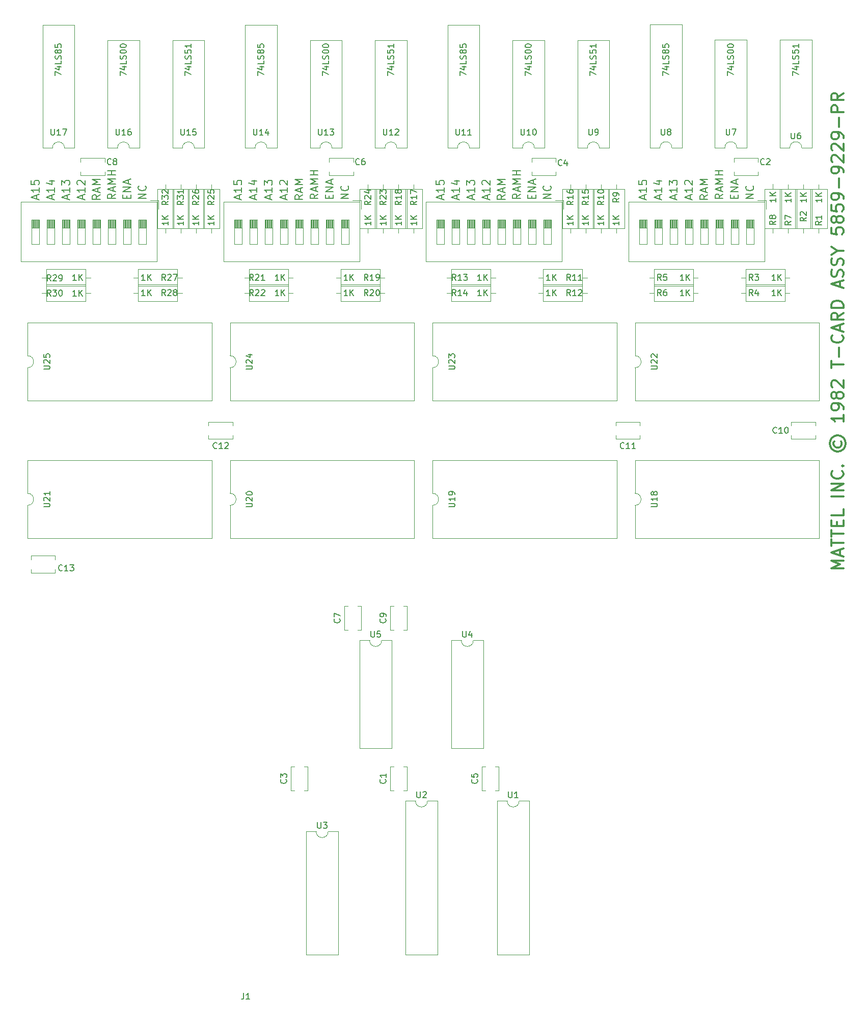
<source format=gto>
G04 #@! TF.GenerationSoftware,KiCad,Pcbnew,(6.0.0)*
G04 #@! TF.CreationDate,2022-08-18T21:38:13-04:00*
G04 #@! TF.ProjectId,intellivision t-card replic,696e7465-6c6c-4697-9669-73696f6e2074,rev?*
G04 #@! TF.SameCoordinates,Original*
G04 #@! TF.FileFunction,Legend,Top*
G04 #@! TF.FilePolarity,Positive*
%FSLAX46Y46*%
G04 Gerber Fmt 4.6, Leading zero omitted, Abs format (unit mm)*
G04 Created by KiCad (PCBNEW (6.0.0)) date 2022-08-18 21:38:13*
%MOMM*%
%LPD*%
G01*
G04 APERTURE LIST*
%ADD10C,0.200000*%
%ADD11C,0.300000*%
%ADD12C,0.150000*%
%ADD13C,0.120000*%
%ADD14C,1.600000*%
%ADD15O,1.600000X1.600000*%
%ADD16R,1.600000X1.600000*%
%ADD17R,1.270000X8.840000*%
G04 APERTURE END LIST*
D10*
X129121666Y-51057380D02*
X129121666Y-50438333D01*
X129493095Y-51181190D02*
X128193095Y-50747857D01*
X129493095Y-50314523D01*
X129493095Y-49200238D02*
X129493095Y-49943095D01*
X129493095Y-49571666D02*
X128193095Y-49571666D01*
X128378809Y-49695476D01*
X128502619Y-49819285D01*
X128564523Y-49943095D01*
X128316904Y-48705000D02*
X128255000Y-48643095D01*
X128193095Y-48519285D01*
X128193095Y-48209761D01*
X128255000Y-48085952D01*
X128316904Y-48024047D01*
X128440714Y-47962142D01*
X128564523Y-47962142D01*
X128750238Y-48024047D01*
X129493095Y-48766904D01*
X129493095Y-47962142D01*
X59271666Y-51057380D02*
X59271666Y-50438333D01*
X59643095Y-51181190D02*
X58343095Y-50747857D01*
X59643095Y-50314523D01*
X59643095Y-49200238D02*
X59643095Y-49943095D01*
X59643095Y-49571666D02*
X58343095Y-49571666D01*
X58528809Y-49695476D01*
X58652619Y-49819285D01*
X58714523Y-49943095D01*
X58343095Y-48766904D02*
X58343095Y-47962142D01*
X58838333Y-48395476D01*
X58838333Y-48209761D01*
X58900238Y-48085952D01*
X58962142Y-48024047D01*
X59085952Y-47962142D01*
X59395476Y-47962142D01*
X59519285Y-48024047D01*
X59581190Y-48085952D01*
X59643095Y-48209761D01*
X59643095Y-48581190D01*
X59581190Y-48705000D01*
X59519285Y-48766904D01*
X121501666Y-51057380D02*
X121501666Y-50438333D01*
X121873095Y-51181190D02*
X120573095Y-50747857D01*
X121873095Y-50314523D01*
X121873095Y-49200238D02*
X121873095Y-49943095D01*
X121873095Y-49571666D02*
X120573095Y-49571666D01*
X120758809Y-49695476D01*
X120882619Y-49819285D01*
X120944523Y-49943095D01*
X120573095Y-48024047D02*
X120573095Y-48643095D01*
X121192142Y-48705000D01*
X121130238Y-48643095D01*
X121068333Y-48519285D01*
X121068333Y-48209761D01*
X121130238Y-48085952D01*
X121192142Y-48024047D01*
X121315952Y-47962142D01*
X121625476Y-47962142D01*
X121749285Y-48024047D01*
X121811190Y-48085952D01*
X121873095Y-48209761D01*
X121873095Y-48519285D01*
X121811190Y-48643095D01*
X121749285Y-48705000D01*
X72343095Y-50995476D02*
X71043095Y-50995476D01*
X72343095Y-50252619D01*
X71043095Y-50252619D01*
X72219285Y-48890714D02*
X72281190Y-48952619D01*
X72343095Y-49138333D01*
X72343095Y-49262142D01*
X72281190Y-49447857D01*
X72157380Y-49571666D01*
X72033571Y-49633571D01*
X71785952Y-49695476D01*
X71600238Y-49695476D01*
X71352619Y-49633571D01*
X71228809Y-49571666D01*
X71105000Y-49447857D01*
X71043095Y-49262142D01*
X71043095Y-49138333D01*
X71105000Y-48952619D01*
X71166904Y-48890714D01*
D11*
X188229761Y-112453571D02*
X186229761Y-112453571D01*
X187658333Y-111786904D01*
X186229761Y-111120238D01*
X188229761Y-111120238D01*
X187658333Y-110263095D02*
X187658333Y-109310714D01*
X188229761Y-110453571D02*
X186229761Y-109786904D01*
X188229761Y-109120238D01*
X186229761Y-108739285D02*
X186229761Y-107596428D01*
X188229761Y-108167857D02*
X186229761Y-108167857D01*
X186229761Y-107215476D02*
X186229761Y-106072619D01*
X188229761Y-106644047D02*
X186229761Y-106644047D01*
X187182142Y-105405952D02*
X187182142Y-104739285D01*
X188229761Y-104453571D02*
X188229761Y-105405952D01*
X186229761Y-105405952D01*
X186229761Y-104453571D01*
X188229761Y-102644047D02*
X188229761Y-103596428D01*
X186229761Y-103596428D01*
X188229761Y-100453571D02*
X186229761Y-100453571D01*
X188229761Y-99501190D02*
X186229761Y-99501190D01*
X188229761Y-98358333D01*
X186229761Y-98358333D01*
X188039285Y-96263095D02*
X188134523Y-96358333D01*
X188229761Y-96644047D01*
X188229761Y-96834523D01*
X188134523Y-97120238D01*
X187944047Y-97310714D01*
X187753571Y-97405952D01*
X187372619Y-97501190D01*
X187086904Y-97501190D01*
X186705952Y-97405952D01*
X186515476Y-97310714D01*
X186325000Y-97120238D01*
X186229761Y-96834523D01*
X186229761Y-96644047D01*
X186325000Y-96358333D01*
X186420238Y-96263095D01*
X188039285Y-95405952D02*
X188134523Y-95310714D01*
X188229761Y-95405952D01*
X188134523Y-95501190D01*
X188039285Y-95405952D01*
X188229761Y-95405952D01*
X186705952Y-91310714D02*
X186610714Y-91501190D01*
X186610714Y-91882142D01*
X186705952Y-92072619D01*
X186896428Y-92263095D01*
X187086904Y-92358333D01*
X187467857Y-92358333D01*
X187658333Y-92263095D01*
X187848809Y-92072619D01*
X187944047Y-91882142D01*
X187944047Y-91501190D01*
X187848809Y-91310714D01*
X185944047Y-91691666D02*
X186039285Y-92167857D01*
X186325000Y-92644047D01*
X186801190Y-92929761D01*
X187277380Y-93025000D01*
X187753571Y-92929761D01*
X188229761Y-92644047D01*
X188515476Y-92167857D01*
X188610714Y-91691666D01*
X188515476Y-91215476D01*
X188229761Y-90739285D01*
X187753571Y-90453571D01*
X187277380Y-90358333D01*
X186801190Y-90453571D01*
X186325000Y-90739285D01*
X186039285Y-91215476D01*
X185944047Y-91691666D01*
X188229761Y-86929761D02*
X188229761Y-88072619D01*
X188229761Y-87501190D02*
X186229761Y-87501190D01*
X186515476Y-87691666D01*
X186705952Y-87882142D01*
X186801190Y-88072619D01*
X188229761Y-85977380D02*
X188229761Y-85596428D01*
X188134523Y-85405952D01*
X188039285Y-85310714D01*
X187753571Y-85120238D01*
X187372619Y-85025000D01*
X186610714Y-85025000D01*
X186420238Y-85120238D01*
X186325000Y-85215476D01*
X186229761Y-85405952D01*
X186229761Y-85786904D01*
X186325000Y-85977380D01*
X186420238Y-86072619D01*
X186610714Y-86167857D01*
X187086904Y-86167857D01*
X187277380Y-86072619D01*
X187372619Y-85977380D01*
X187467857Y-85786904D01*
X187467857Y-85405952D01*
X187372619Y-85215476D01*
X187277380Y-85120238D01*
X187086904Y-85025000D01*
X187086904Y-83882142D02*
X186991666Y-84072619D01*
X186896428Y-84167857D01*
X186705952Y-84263095D01*
X186610714Y-84263095D01*
X186420238Y-84167857D01*
X186325000Y-84072619D01*
X186229761Y-83882142D01*
X186229761Y-83501190D01*
X186325000Y-83310714D01*
X186420238Y-83215476D01*
X186610714Y-83120238D01*
X186705952Y-83120238D01*
X186896428Y-83215476D01*
X186991666Y-83310714D01*
X187086904Y-83501190D01*
X187086904Y-83882142D01*
X187182142Y-84072619D01*
X187277380Y-84167857D01*
X187467857Y-84263095D01*
X187848809Y-84263095D01*
X188039285Y-84167857D01*
X188134523Y-84072619D01*
X188229761Y-83882142D01*
X188229761Y-83501190D01*
X188134523Y-83310714D01*
X188039285Y-83215476D01*
X187848809Y-83120238D01*
X187467857Y-83120238D01*
X187277380Y-83215476D01*
X187182142Y-83310714D01*
X187086904Y-83501190D01*
X186420238Y-82358333D02*
X186325000Y-82263095D01*
X186229761Y-82072619D01*
X186229761Y-81596428D01*
X186325000Y-81405952D01*
X186420238Y-81310714D01*
X186610714Y-81215476D01*
X186801190Y-81215476D01*
X187086904Y-81310714D01*
X188229761Y-82453571D01*
X188229761Y-81215476D01*
X186229761Y-79120238D02*
X186229761Y-77977380D01*
X188229761Y-78548809D02*
X186229761Y-78548809D01*
X187467857Y-77310714D02*
X187467857Y-75786904D01*
X188039285Y-73691666D02*
X188134523Y-73786904D01*
X188229761Y-74072619D01*
X188229761Y-74263095D01*
X188134523Y-74548809D01*
X187944047Y-74739285D01*
X187753571Y-74834523D01*
X187372619Y-74929761D01*
X187086904Y-74929761D01*
X186705952Y-74834523D01*
X186515476Y-74739285D01*
X186325000Y-74548809D01*
X186229761Y-74263095D01*
X186229761Y-74072619D01*
X186325000Y-73786904D01*
X186420238Y-73691666D01*
X187658333Y-72929761D02*
X187658333Y-71977380D01*
X188229761Y-73120238D02*
X186229761Y-72453571D01*
X188229761Y-71786904D01*
X188229761Y-69977380D02*
X187277380Y-70644047D01*
X188229761Y-71120238D02*
X186229761Y-71120238D01*
X186229761Y-70358333D01*
X186325000Y-70167857D01*
X186420238Y-70072619D01*
X186610714Y-69977380D01*
X186896428Y-69977380D01*
X187086904Y-70072619D01*
X187182142Y-70167857D01*
X187277380Y-70358333D01*
X187277380Y-71120238D01*
X188229761Y-69120238D02*
X186229761Y-69120238D01*
X186229761Y-68644047D01*
X186325000Y-68358333D01*
X186515476Y-68167857D01*
X186705952Y-68072619D01*
X187086904Y-67977380D01*
X187372619Y-67977380D01*
X187753571Y-68072619D01*
X187944047Y-68167857D01*
X188134523Y-68358333D01*
X188229761Y-68644047D01*
X188229761Y-69120238D01*
X187658333Y-65691666D02*
X187658333Y-64739285D01*
X188229761Y-65882142D02*
X186229761Y-65215476D01*
X188229761Y-64548809D01*
X188134523Y-63977380D02*
X188229761Y-63691666D01*
X188229761Y-63215476D01*
X188134523Y-63025000D01*
X188039285Y-62929761D01*
X187848809Y-62834523D01*
X187658333Y-62834523D01*
X187467857Y-62929761D01*
X187372619Y-63025000D01*
X187277380Y-63215476D01*
X187182142Y-63596428D01*
X187086904Y-63786904D01*
X186991666Y-63882142D01*
X186801190Y-63977380D01*
X186610714Y-63977380D01*
X186420238Y-63882142D01*
X186325000Y-63786904D01*
X186229761Y-63596428D01*
X186229761Y-63120238D01*
X186325000Y-62834523D01*
X188134523Y-62072619D02*
X188229761Y-61786904D01*
X188229761Y-61310714D01*
X188134523Y-61120238D01*
X188039285Y-61025000D01*
X187848809Y-60929761D01*
X187658333Y-60929761D01*
X187467857Y-61025000D01*
X187372619Y-61120238D01*
X187277380Y-61310714D01*
X187182142Y-61691666D01*
X187086904Y-61882142D01*
X186991666Y-61977380D01*
X186801190Y-62072619D01*
X186610714Y-62072619D01*
X186420238Y-61977380D01*
X186325000Y-61882142D01*
X186229761Y-61691666D01*
X186229761Y-61215476D01*
X186325000Y-60929761D01*
X187277380Y-59691666D02*
X188229761Y-59691666D01*
X186229761Y-60358333D02*
X187277380Y-59691666D01*
X186229761Y-59025000D01*
X186229761Y-55882142D02*
X186229761Y-56834523D01*
X187182142Y-56929761D01*
X187086904Y-56834523D01*
X186991666Y-56644047D01*
X186991666Y-56167857D01*
X187086904Y-55977380D01*
X187182142Y-55882142D01*
X187372619Y-55786904D01*
X187848809Y-55786904D01*
X188039285Y-55882142D01*
X188134523Y-55977380D01*
X188229761Y-56167857D01*
X188229761Y-56644047D01*
X188134523Y-56834523D01*
X188039285Y-56929761D01*
X187086904Y-54644047D02*
X186991666Y-54834523D01*
X186896428Y-54929761D01*
X186705952Y-55025000D01*
X186610714Y-55025000D01*
X186420238Y-54929761D01*
X186325000Y-54834523D01*
X186229761Y-54644047D01*
X186229761Y-54263095D01*
X186325000Y-54072619D01*
X186420238Y-53977380D01*
X186610714Y-53882142D01*
X186705952Y-53882142D01*
X186896428Y-53977380D01*
X186991666Y-54072619D01*
X187086904Y-54263095D01*
X187086904Y-54644047D01*
X187182142Y-54834523D01*
X187277380Y-54929761D01*
X187467857Y-55025000D01*
X187848809Y-55025000D01*
X188039285Y-54929761D01*
X188134523Y-54834523D01*
X188229761Y-54644047D01*
X188229761Y-54263095D01*
X188134523Y-54072619D01*
X188039285Y-53977380D01*
X187848809Y-53882142D01*
X187467857Y-53882142D01*
X187277380Y-53977380D01*
X187182142Y-54072619D01*
X187086904Y-54263095D01*
X186229761Y-52072619D02*
X186229761Y-53025000D01*
X187182142Y-53120238D01*
X187086904Y-53025000D01*
X186991666Y-52834523D01*
X186991666Y-52358333D01*
X187086904Y-52167857D01*
X187182142Y-52072619D01*
X187372619Y-51977380D01*
X187848809Y-51977380D01*
X188039285Y-52072619D01*
X188134523Y-52167857D01*
X188229761Y-52358333D01*
X188229761Y-52834523D01*
X188134523Y-53025000D01*
X188039285Y-53120238D01*
X188229761Y-51025000D02*
X188229761Y-50644047D01*
X188134523Y-50453571D01*
X188039285Y-50358333D01*
X187753571Y-50167857D01*
X187372619Y-50072619D01*
X186610714Y-50072619D01*
X186420238Y-50167857D01*
X186325000Y-50263095D01*
X186229761Y-50453571D01*
X186229761Y-50834523D01*
X186325000Y-51025000D01*
X186420238Y-51120238D01*
X186610714Y-51215476D01*
X187086904Y-51215476D01*
X187277380Y-51120238D01*
X187372619Y-51025000D01*
X187467857Y-50834523D01*
X187467857Y-50453571D01*
X187372619Y-50263095D01*
X187277380Y-50167857D01*
X187086904Y-50072619D01*
X187467857Y-49215476D02*
X187467857Y-47691666D01*
X188229761Y-46644047D02*
X188229761Y-46263095D01*
X188134523Y-46072619D01*
X188039285Y-45977380D01*
X187753571Y-45786904D01*
X187372619Y-45691666D01*
X186610714Y-45691666D01*
X186420238Y-45786904D01*
X186325000Y-45882142D01*
X186229761Y-46072619D01*
X186229761Y-46453571D01*
X186325000Y-46644047D01*
X186420238Y-46739285D01*
X186610714Y-46834523D01*
X187086904Y-46834523D01*
X187277380Y-46739285D01*
X187372619Y-46644047D01*
X187467857Y-46453571D01*
X187467857Y-46072619D01*
X187372619Y-45882142D01*
X187277380Y-45786904D01*
X187086904Y-45691666D01*
X186420238Y-44929761D02*
X186325000Y-44834523D01*
X186229761Y-44644047D01*
X186229761Y-44167857D01*
X186325000Y-43977380D01*
X186420238Y-43882142D01*
X186610714Y-43786904D01*
X186801190Y-43786904D01*
X187086904Y-43882142D01*
X188229761Y-45025000D01*
X188229761Y-43786904D01*
X186420238Y-43025000D02*
X186325000Y-42929761D01*
X186229761Y-42739285D01*
X186229761Y-42263095D01*
X186325000Y-42072619D01*
X186420238Y-41977380D01*
X186610714Y-41882142D01*
X186801190Y-41882142D01*
X187086904Y-41977380D01*
X188229761Y-43120238D01*
X188229761Y-41882142D01*
X188229761Y-40929761D02*
X188229761Y-40548809D01*
X188134523Y-40358333D01*
X188039285Y-40263095D01*
X187753571Y-40072619D01*
X187372619Y-39977380D01*
X186610714Y-39977380D01*
X186420238Y-40072619D01*
X186325000Y-40167857D01*
X186229761Y-40358333D01*
X186229761Y-40739285D01*
X186325000Y-40929761D01*
X186420238Y-41025000D01*
X186610714Y-41120238D01*
X187086904Y-41120238D01*
X187277380Y-41025000D01*
X187372619Y-40929761D01*
X187467857Y-40739285D01*
X187467857Y-40358333D01*
X187372619Y-40167857D01*
X187277380Y-40072619D01*
X187086904Y-39977380D01*
X187467857Y-39120238D02*
X187467857Y-37596428D01*
X188229761Y-36644047D02*
X186229761Y-36644047D01*
X186229761Y-35882142D01*
X186325000Y-35691666D01*
X186420238Y-35596428D01*
X186610714Y-35501190D01*
X186896428Y-35501190D01*
X187086904Y-35596428D01*
X187182142Y-35691666D01*
X187277380Y-35882142D01*
X187277380Y-36644047D01*
X188229761Y-33501190D02*
X187277380Y-34167857D01*
X188229761Y-34644047D02*
X186229761Y-34644047D01*
X186229761Y-33882142D01*
X186325000Y-33691666D01*
X186420238Y-33596428D01*
X186610714Y-33501190D01*
X186896428Y-33501190D01*
X187086904Y-33596428D01*
X187182142Y-33691666D01*
X187277380Y-33882142D01*
X187277380Y-34644047D01*
D10*
X56731666Y-51057380D02*
X56731666Y-50438333D01*
X57103095Y-51181190D02*
X55803095Y-50747857D01*
X57103095Y-50314523D01*
X57103095Y-49200238D02*
X57103095Y-49943095D01*
X57103095Y-49571666D02*
X55803095Y-49571666D01*
X55988809Y-49695476D01*
X56112619Y-49819285D01*
X56174523Y-49943095D01*
X56236428Y-48085952D02*
X57103095Y-48085952D01*
X55741190Y-48395476D02*
X56669761Y-48705000D01*
X56669761Y-47900238D01*
X160236666Y-51057380D02*
X160236666Y-50438333D01*
X160608095Y-51181190D02*
X159308095Y-50747857D01*
X160608095Y-50314523D01*
X160608095Y-49200238D02*
X160608095Y-49943095D01*
X160608095Y-49571666D02*
X159308095Y-49571666D01*
X159493809Y-49695476D01*
X159617619Y-49819285D01*
X159679523Y-49943095D01*
X159308095Y-48766904D02*
X159308095Y-47962142D01*
X159803333Y-48395476D01*
X159803333Y-48209761D01*
X159865238Y-48085952D01*
X159927142Y-48024047D01*
X160050952Y-47962142D01*
X160360476Y-47962142D01*
X160484285Y-48024047D01*
X160546190Y-48085952D01*
X160608095Y-48209761D01*
X160608095Y-48581190D01*
X160546190Y-48705000D01*
X160484285Y-48766904D01*
X170087142Y-50995476D02*
X170087142Y-50562142D01*
X170768095Y-50376428D02*
X170768095Y-50995476D01*
X169468095Y-50995476D01*
X169468095Y-50376428D01*
X170768095Y-49819285D02*
X169468095Y-49819285D01*
X170768095Y-49076428D01*
X169468095Y-49076428D01*
X170396666Y-48519285D02*
X170396666Y-47900238D01*
X170768095Y-48643095D02*
X169468095Y-48209761D01*
X170768095Y-47776428D01*
X139653095Y-50995476D02*
X138353095Y-50995476D01*
X139653095Y-50252619D01*
X138353095Y-50252619D01*
X139529285Y-48890714D02*
X139591190Y-48952619D01*
X139653095Y-49138333D01*
X139653095Y-49262142D01*
X139591190Y-49447857D01*
X139467380Y-49571666D01*
X139343571Y-49633571D01*
X139095952Y-49695476D01*
X138910238Y-49695476D01*
X138662619Y-49633571D01*
X138538809Y-49571666D01*
X138415000Y-49447857D01*
X138353095Y-49262142D01*
X138353095Y-49138333D01*
X138415000Y-48952619D01*
X138476904Y-48890714D01*
X95466666Y-51057380D02*
X95466666Y-50438333D01*
X95838095Y-51181190D02*
X94538095Y-50747857D01*
X95838095Y-50314523D01*
X95838095Y-49200238D02*
X95838095Y-49943095D01*
X95838095Y-49571666D02*
X94538095Y-49571666D01*
X94723809Y-49695476D01*
X94847619Y-49819285D01*
X94909523Y-49943095D01*
X94661904Y-48705000D02*
X94600000Y-48643095D01*
X94538095Y-48519285D01*
X94538095Y-48209761D01*
X94600000Y-48085952D01*
X94661904Y-48024047D01*
X94785714Y-47962142D01*
X94909523Y-47962142D01*
X95095238Y-48024047D01*
X95838095Y-48766904D01*
X95838095Y-47962142D01*
X69122142Y-50995476D02*
X69122142Y-50562142D01*
X69803095Y-50376428D02*
X69803095Y-50995476D01*
X68503095Y-50995476D01*
X68503095Y-50376428D01*
X69803095Y-49819285D02*
X68503095Y-49819285D01*
X69803095Y-49076428D01*
X68503095Y-49076428D01*
X69431666Y-48519285D02*
X69431666Y-47900238D01*
X69803095Y-48643095D02*
X68503095Y-48209761D01*
X69803095Y-47776428D01*
X155156666Y-51057380D02*
X155156666Y-50438333D01*
X155528095Y-51181190D02*
X154228095Y-50747857D01*
X155528095Y-50314523D01*
X155528095Y-49200238D02*
X155528095Y-49943095D01*
X155528095Y-49571666D02*
X154228095Y-49571666D01*
X154413809Y-49695476D01*
X154537619Y-49819285D01*
X154599523Y-49943095D01*
X154228095Y-48024047D02*
X154228095Y-48643095D01*
X154847142Y-48705000D01*
X154785238Y-48643095D01*
X154723333Y-48519285D01*
X154723333Y-48209761D01*
X154785238Y-48085952D01*
X154847142Y-48024047D01*
X154970952Y-47962142D01*
X155280476Y-47962142D01*
X155404285Y-48024047D01*
X155466190Y-48085952D01*
X155528095Y-48209761D01*
X155528095Y-48519285D01*
X155466190Y-48643095D01*
X155404285Y-48705000D01*
X124041666Y-51057380D02*
X124041666Y-50438333D01*
X124413095Y-51181190D02*
X123113095Y-50747857D01*
X124413095Y-50314523D01*
X124413095Y-49200238D02*
X124413095Y-49943095D01*
X124413095Y-49571666D02*
X123113095Y-49571666D01*
X123298809Y-49695476D01*
X123422619Y-49819285D01*
X123484523Y-49943095D01*
X123546428Y-48085952D02*
X124413095Y-48085952D01*
X123051190Y-48395476D02*
X123979761Y-48705000D01*
X123979761Y-47900238D01*
X87846666Y-51057380D02*
X87846666Y-50438333D01*
X88218095Y-51181190D02*
X86918095Y-50747857D01*
X88218095Y-50314523D01*
X88218095Y-49200238D02*
X88218095Y-49943095D01*
X88218095Y-49571666D02*
X86918095Y-49571666D01*
X87103809Y-49695476D01*
X87227619Y-49819285D01*
X87289523Y-49943095D01*
X86918095Y-48024047D02*
X86918095Y-48643095D01*
X87537142Y-48705000D01*
X87475238Y-48643095D01*
X87413333Y-48519285D01*
X87413333Y-48209761D01*
X87475238Y-48085952D01*
X87537142Y-48024047D01*
X87660952Y-47962142D01*
X87970476Y-47962142D01*
X88094285Y-48024047D01*
X88156190Y-48085952D01*
X88218095Y-48209761D01*
X88218095Y-48519285D01*
X88156190Y-48643095D01*
X88094285Y-48705000D01*
X132033095Y-50382619D02*
X131414047Y-50815952D01*
X132033095Y-51125476D02*
X130733095Y-51125476D01*
X130733095Y-50630238D01*
X130795000Y-50506428D01*
X130856904Y-50444523D01*
X130980714Y-50382619D01*
X131166428Y-50382619D01*
X131290238Y-50444523D01*
X131352142Y-50506428D01*
X131414047Y-50630238D01*
X131414047Y-51125476D01*
X131661666Y-49887380D02*
X131661666Y-49268333D01*
X132033095Y-50011190D02*
X130733095Y-49577857D01*
X132033095Y-49144523D01*
X132033095Y-48711190D02*
X130733095Y-48711190D01*
X131661666Y-48277857D01*
X130733095Y-47844523D01*
X132033095Y-47844523D01*
X105998095Y-50995476D02*
X104698095Y-50995476D01*
X105998095Y-50252619D01*
X104698095Y-50252619D01*
X105874285Y-48890714D02*
X105936190Y-48952619D01*
X105998095Y-49138333D01*
X105998095Y-49262142D01*
X105936190Y-49447857D01*
X105812380Y-49571666D01*
X105688571Y-49633571D01*
X105440952Y-49695476D01*
X105255238Y-49695476D01*
X105007619Y-49633571D01*
X104883809Y-49571666D01*
X104760000Y-49447857D01*
X104698095Y-49262142D01*
X104698095Y-49138333D01*
X104760000Y-48952619D01*
X104821904Y-48890714D01*
X157696666Y-51057380D02*
X157696666Y-50438333D01*
X158068095Y-51181190D02*
X156768095Y-50747857D01*
X158068095Y-50314523D01*
X158068095Y-49200238D02*
X158068095Y-49943095D01*
X158068095Y-49571666D02*
X156768095Y-49571666D01*
X156953809Y-49695476D01*
X157077619Y-49819285D01*
X157139523Y-49943095D01*
X157201428Y-48085952D02*
X158068095Y-48085952D01*
X156706190Y-48395476D02*
X157634761Y-48705000D01*
X157634761Y-47900238D01*
X67263095Y-50252619D02*
X66644047Y-50685952D01*
X67263095Y-50995476D02*
X65963095Y-50995476D01*
X65963095Y-50500238D01*
X66025000Y-50376428D01*
X66086904Y-50314523D01*
X66210714Y-50252619D01*
X66396428Y-50252619D01*
X66520238Y-50314523D01*
X66582142Y-50376428D01*
X66644047Y-50500238D01*
X66644047Y-50995476D01*
X66891666Y-49757380D02*
X66891666Y-49138333D01*
X67263095Y-49881190D02*
X65963095Y-49447857D01*
X67263095Y-49014523D01*
X67263095Y-48581190D02*
X65963095Y-48581190D01*
X66891666Y-48147857D01*
X65963095Y-47714523D01*
X67263095Y-47714523D01*
X67263095Y-47095476D02*
X65963095Y-47095476D01*
X66582142Y-47095476D02*
X66582142Y-46352619D01*
X67263095Y-46352619D02*
X65963095Y-46352619D01*
X162776666Y-51057380D02*
X162776666Y-50438333D01*
X163148095Y-51181190D02*
X161848095Y-50747857D01*
X163148095Y-50314523D01*
X163148095Y-49200238D02*
X163148095Y-49943095D01*
X163148095Y-49571666D02*
X161848095Y-49571666D01*
X162033809Y-49695476D01*
X162157619Y-49819285D01*
X162219523Y-49943095D01*
X161971904Y-48705000D02*
X161910000Y-48643095D01*
X161848095Y-48519285D01*
X161848095Y-48209761D01*
X161910000Y-48085952D01*
X161971904Y-48024047D01*
X162095714Y-47962142D01*
X162219523Y-47962142D01*
X162405238Y-48024047D01*
X163148095Y-48766904D01*
X163148095Y-47962142D01*
X100918095Y-50252619D02*
X100299047Y-50685952D01*
X100918095Y-50995476D02*
X99618095Y-50995476D01*
X99618095Y-50500238D01*
X99680000Y-50376428D01*
X99741904Y-50314523D01*
X99865714Y-50252619D01*
X100051428Y-50252619D01*
X100175238Y-50314523D01*
X100237142Y-50376428D01*
X100299047Y-50500238D01*
X100299047Y-50995476D01*
X100546666Y-49757380D02*
X100546666Y-49138333D01*
X100918095Y-49881190D02*
X99618095Y-49447857D01*
X100918095Y-49014523D01*
X100918095Y-48581190D02*
X99618095Y-48581190D01*
X100546666Y-48147857D01*
X99618095Y-47714523D01*
X100918095Y-47714523D01*
X100918095Y-47095476D02*
X99618095Y-47095476D01*
X100237142Y-47095476D02*
X100237142Y-46352619D01*
X100918095Y-46352619D02*
X99618095Y-46352619D01*
X54191666Y-51057380D02*
X54191666Y-50438333D01*
X54563095Y-51181190D02*
X53263095Y-50747857D01*
X54563095Y-50314523D01*
X54563095Y-49200238D02*
X54563095Y-49943095D01*
X54563095Y-49571666D02*
X53263095Y-49571666D01*
X53448809Y-49695476D01*
X53572619Y-49819285D01*
X53634523Y-49943095D01*
X53263095Y-48024047D02*
X53263095Y-48643095D01*
X53882142Y-48705000D01*
X53820238Y-48643095D01*
X53758333Y-48519285D01*
X53758333Y-48209761D01*
X53820238Y-48085952D01*
X53882142Y-48024047D01*
X54005952Y-47962142D01*
X54315476Y-47962142D01*
X54439285Y-48024047D01*
X54501190Y-48085952D01*
X54563095Y-48209761D01*
X54563095Y-48519285D01*
X54501190Y-48643095D01*
X54439285Y-48705000D01*
X102777142Y-50995476D02*
X102777142Y-50562142D01*
X103458095Y-50376428D02*
X103458095Y-50995476D01*
X102158095Y-50995476D01*
X102158095Y-50376428D01*
X103458095Y-49819285D02*
X102158095Y-49819285D01*
X103458095Y-49076428D01*
X102158095Y-49076428D01*
X103086666Y-48519285D02*
X103086666Y-47900238D01*
X103458095Y-48643095D02*
X102158095Y-48209761D01*
X103458095Y-47776428D01*
X168228095Y-50252619D02*
X167609047Y-50685952D01*
X168228095Y-50995476D02*
X166928095Y-50995476D01*
X166928095Y-50500238D01*
X166990000Y-50376428D01*
X167051904Y-50314523D01*
X167175714Y-50252619D01*
X167361428Y-50252619D01*
X167485238Y-50314523D01*
X167547142Y-50376428D01*
X167609047Y-50500238D01*
X167609047Y-50995476D01*
X167856666Y-49757380D02*
X167856666Y-49138333D01*
X168228095Y-49881190D02*
X166928095Y-49447857D01*
X168228095Y-49014523D01*
X168228095Y-48581190D02*
X166928095Y-48581190D01*
X167856666Y-48147857D01*
X166928095Y-47714523D01*
X168228095Y-47714523D01*
X168228095Y-47095476D02*
X166928095Y-47095476D01*
X167547142Y-47095476D02*
X167547142Y-46352619D01*
X168228095Y-46352619D02*
X166928095Y-46352619D01*
X98378095Y-50382619D02*
X97759047Y-50815952D01*
X98378095Y-51125476D02*
X97078095Y-51125476D01*
X97078095Y-50630238D01*
X97140000Y-50506428D01*
X97201904Y-50444523D01*
X97325714Y-50382619D01*
X97511428Y-50382619D01*
X97635238Y-50444523D01*
X97697142Y-50506428D01*
X97759047Y-50630238D01*
X97759047Y-51125476D01*
X98006666Y-49887380D02*
X98006666Y-49268333D01*
X98378095Y-50011190D02*
X97078095Y-49577857D01*
X98378095Y-49144523D01*
X98378095Y-48711190D02*
X97078095Y-48711190D01*
X98006666Y-48277857D01*
X97078095Y-47844523D01*
X98378095Y-47844523D01*
X64723095Y-50382619D02*
X64104047Y-50815952D01*
X64723095Y-51125476D02*
X63423095Y-51125476D01*
X63423095Y-50630238D01*
X63485000Y-50506428D01*
X63546904Y-50444523D01*
X63670714Y-50382619D01*
X63856428Y-50382619D01*
X63980238Y-50444523D01*
X64042142Y-50506428D01*
X64104047Y-50630238D01*
X64104047Y-51125476D01*
X64351666Y-49887380D02*
X64351666Y-49268333D01*
X64723095Y-50011190D02*
X63423095Y-49577857D01*
X64723095Y-49144523D01*
X64723095Y-48711190D02*
X63423095Y-48711190D01*
X64351666Y-48277857D01*
X63423095Y-47844523D01*
X64723095Y-47844523D01*
X134573095Y-50252619D02*
X133954047Y-50685952D01*
X134573095Y-50995476D02*
X133273095Y-50995476D01*
X133273095Y-50500238D01*
X133335000Y-50376428D01*
X133396904Y-50314523D01*
X133520714Y-50252619D01*
X133706428Y-50252619D01*
X133830238Y-50314523D01*
X133892142Y-50376428D01*
X133954047Y-50500238D01*
X133954047Y-50995476D01*
X134201666Y-49757380D02*
X134201666Y-49138333D01*
X134573095Y-49881190D02*
X133273095Y-49447857D01*
X134573095Y-49014523D01*
X134573095Y-48581190D02*
X133273095Y-48581190D01*
X134201666Y-48147857D01*
X133273095Y-47714523D01*
X134573095Y-47714523D01*
X134573095Y-47095476D02*
X133273095Y-47095476D01*
X133892142Y-47095476D02*
X133892142Y-46352619D01*
X134573095Y-46352619D02*
X133273095Y-46352619D01*
X136432142Y-50995476D02*
X136432142Y-50562142D01*
X137113095Y-50376428D02*
X137113095Y-50995476D01*
X135813095Y-50995476D01*
X135813095Y-50376428D01*
X137113095Y-49819285D02*
X135813095Y-49819285D01*
X137113095Y-49076428D01*
X135813095Y-49076428D01*
X136741666Y-48519285D02*
X136741666Y-47900238D01*
X137113095Y-48643095D02*
X135813095Y-48209761D01*
X137113095Y-47776428D01*
X173308095Y-50995476D02*
X172008095Y-50995476D01*
X173308095Y-50252619D01*
X172008095Y-50252619D01*
X173184285Y-48890714D02*
X173246190Y-48952619D01*
X173308095Y-49138333D01*
X173308095Y-49262142D01*
X173246190Y-49447857D01*
X173122380Y-49571666D01*
X172998571Y-49633571D01*
X172750952Y-49695476D01*
X172565238Y-49695476D01*
X172317619Y-49633571D01*
X172193809Y-49571666D01*
X172070000Y-49447857D01*
X172008095Y-49262142D01*
X172008095Y-49138333D01*
X172070000Y-48952619D01*
X172131904Y-48890714D01*
X92926666Y-51057380D02*
X92926666Y-50438333D01*
X93298095Y-51181190D02*
X91998095Y-50747857D01*
X93298095Y-50314523D01*
X93298095Y-49200238D02*
X93298095Y-49943095D01*
X93298095Y-49571666D02*
X91998095Y-49571666D01*
X92183809Y-49695476D01*
X92307619Y-49819285D01*
X92369523Y-49943095D01*
X91998095Y-48766904D02*
X91998095Y-47962142D01*
X92493333Y-48395476D01*
X92493333Y-48209761D01*
X92555238Y-48085952D01*
X92617142Y-48024047D01*
X92740952Y-47962142D01*
X93050476Y-47962142D01*
X93174285Y-48024047D01*
X93236190Y-48085952D01*
X93298095Y-48209761D01*
X93298095Y-48581190D01*
X93236190Y-48705000D01*
X93174285Y-48766904D01*
X126581666Y-51057380D02*
X126581666Y-50438333D01*
X126953095Y-51181190D02*
X125653095Y-50747857D01*
X126953095Y-50314523D01*
X126953095Y-49200238D02*
X126953095Y-49943095D01*
X126953095Y-49571666D02*
X125653095Y-49571666D01*
X125838809Y-49695476D01*
X125962619Y-49819285D01*
X126024523Y-49943095D01*
X125653095Y-48766904D02*
X125653095Y-47962142D01*
X126148333Y-48395476D01*
X126148333Y-48209761D01*
X126210238Y-48085952D01*
X126272142Y-48024047D01*
X126395952Y-47962142D01*
X126705476Y-47962142D01*
X126829285Y-48024047D01*
X126891190Y-48085952D01*
X126953095Y-48209761D01*
X126953095Y-48581190D01*
X126891190Y-48705000D01*
X126829285Y-48766904D01*
X90386666Y-51057380D02*
X90386666Y-50438333D01*
X90758095Y-51181190D02*
X89458095Y-50747857D01*
X90758095Y-50314523D01*
X90758095Y-49200238D02*
X90758095Y-49943095D01*
X90758095Y-49571666D02*
X89458095Y-49571666D01*
X89643809Y-49695476D01*
X89767619Y-49819285D01*
X89829523Y-49943095D01*
X89891428Y-48085952D02*
X90758095Y-48085952D01*
X89396190Y-48395476D02*
X90324761Y-48705000D01*
X90324761Y-47900238D01*
X61811666Y-51057380D02*
X61811666Y-50438333D01*
X62183095Y-51181190D02*
X60883095Y-50747857D01*
X62183095Y-50314523D01*
X62183095Y-49200238D02*
X62183095Y-49943095D01*
X62183095Y-49571666D02*
X60883095Y-49571666D01*
X61068809Y-49695476D01*
X61192619Y-49819285D01*
X61254523Y-49943095D01*
X61006904Y-48705000D02*
X60945000Y-48643095D01*
X60883095Y-48519285D01*
X60883095Y-48209761D01*
X60945000Y-48085952D01*
X61006904Y-48024047D01*
X61130714Y-47962142D01*
X61254523Y-47962142D01*
X61440238Y-48024047D01*
X62183095Y-48766904D01*
X62183095Y-47962142D01*
X165688095Y-50382619D02*
X165069047Y-50815952D01*
X165688095Y-51125476D02*
X164388095Y-51125476D01*
X164388095Y-50630238D01*
X164450000Y-50506428D01*
X164511904Y-50444523D01*
X164635714Y-50382619D01*
X164821428Y-50382619D01*
X164945238Y-50444523D01*
X165007142Y-50506428D01*
X165069047Y-50630238D01*
X165069047Y-51125476D01*
X165316666Y-49887380D02*
X165316666Y-49268333D01*
X165688095Y-50011190D02*
X164388095Y-49577857D01*
X165688095Y-49144523D01*
X165688095Y-48711190D02*
X164388095Y-48711190D01*
X165316666Y-48277857D01*
X164388095Y-47844523D01*
X165688095Y-47844523D01*
D12*
X157948333Y-67127380D02*
X157615000Y-66651190D01*
X157376904Y-67127380D02*
X157376904Y-66127380D01*
X157757857Y-66127380D01*
X157853095Y-66175000D01*
X157900714Y-66222619D01*
X157948333Y-66317857D01*
X157948333Y-66460714D01*
X157900714Y-66555952D01*
X157853095Y-66603571D01*
X157757857Y-66651190D01*
X157376904Y-66651190D01*
X158805476Y-66127380D02*
X158615000Y-66127380D01*
X158519761Y-66175000D01*
X158472142Y-66222619D01*
X158376904Y-66365476D01*
X158329285Y-66555952D01*
X158329285Y-66936904D01*
X158376904Y-67032142D01*
X158424523Y-67079761D01*
X158519761Y-67127380D01*
X158710238Y-67127380D01*
X158805476Y-67079761D01*
X158853095Y-67032142D01*
X158900714Y-66936904D01*
X158900714Y-66698809D01*
X158853095Y-66603571D01*
X158805476Y-66555952D01*
X158710238Y-66508333D01*
X158519761Y-66508333D01*
X158424523Y-66555952D01*
X158376904Y-66603571D01*
X158329285Y-66698809D01*
X161710714Y-67127380D02*
X161139285Y-67127380D01*
X161425000Y-67127380D02*
X161425000Y-66127380D01*
X161329761Y-66270238D01*
X161234523Y-66365476D01*
X161139285Y-66413095D01*
X162139285Y-67127380D02*
X162139285Y-66127380D01*
X162710714Y-67127380D02*
X162282142Y-66555952D01*
X162710714Y-66127380D02*
X162139285Y-66698809D01*
X184602380Y-54776666D02*
X184126190Y-55110000D01*
X184602380Y-55348095D02*
X183602380Y-55348095D01*
X183602380Y-54967142D01*
X183650000Y-54871904D01*
X183697619Y-54824285D01*
X183792857Y-54776666D01*
X183935714Y-54776666D01*
X184030952Y-54824285D01*
X184078571Y-54871904D01*
X184126190Y-54967142D01*
X184126190Y-55348095D01*
X184602380Y-53824285D02*
X184602380Y-54395714D01*
X184602380Y-54110000D02*
X183602380Y-54110000D01*
X183745238Y-54205238D01*
X183840476Y-54300476D01*
X183888095Y-54395714D01*
X184602380Y-51014285D02*
X184602380Y-51585714D01*
X184602380Y-51300000D02*
X183602380Y-51300000D01*
X183745238Y-51395238D01*
X183840476Y-51490476D01*
X183888095Y-51585714D01*
X184602380Y-50585714D02*
X183602380Y-50585714D01*
X184602380Y-50014285D02*
X184030952Y-50442857D01*
X183602380Y-50014285D02*
X184173809Y-50585714D01*
X182062380Y-54141666D02*
X181586190Y-54475000D01*
X182062380Y-54713095D02*
X181062380Y-54713095D01*
X181062380Y-54332142D01*
X181110000Y-54236904D01*
X181157619Y-54189285D01*
X181252857Y-54141666D01*
X181395714Y-54141666D01*
X181490952Y-54189285D01*
X181538571Y-54236904D01*
X181586190Y-54332142D01*
X181586190Y-54713095D01*
X181157619Y-53760714D02*
X181110000Y-53713095D01*
X181062380Y-53617857D01*
X181062380Y-53379761D01*
X181110000Y-53284523D01*
X181157619Y-53236904D01*
X181252857Y-53189285D01*
X181348095Y-53189285D01*
X181490952Y-53236904D01*
X182062380Y-53808333D01*
X182062380Y-53189285D01*
X182062380Y-51014285D02*
X182062380Y-51585714D01*
X182062380Y-51300000D02*
X181062380Y-51300000D01*
X181205238Y-51395238D01*
X181300476Y-51490476D01*
X181348095Y-51585714D01*
X182062380Y-50585714D02*
X181062380Y-50585714D01*
X182062380Y-50014285D02*
X181490952Y-50442857D01*
X181062380Y-50014285D02*
X181633809Y-50585714D01*
X55332380Y-79343095D02*
X56141904Y-79343095D01*
X56237142Y-79295476D01*
X56284761Y-79247857D01*
X56332380Y-79152619D01*
X56332380Y-78962142D01*
X56284761Y-78866904D01*
X56237142Y-78819285D01*
X56141904Y-78771666D01*
X55332380Y-78771666D01*
X55427619Y-78343095D02*
X55380000Y-78295476D01*
X55332380Y-78200238D01*
X55332380Y-77962142D01*
X55380000Y-77866904D01*
X55427619Y-77819285D01*
X55522857Y-77771666D01*
X55618095Y-77771666D01*
X55760952Y-77819285D01*
X56332380Y-78390714D01*
X56332380Y-77771666D01*
X55332380Y-76866904D02*
X55332380Y-77343095D01*
X55808571Y-77390714D01*
X55760952Y-77343095D01*
X55713333Y-77247857D01*
X55713333Y-77009761D01*
X55760952Y-76914523D01*
X55808571Y-76866904D01*
X55903809Y-76819285D01*
X56141904Y-76819285D01*
X56237142Y-76866904D01*
X56284761Y-76914523D01*
X56332380Y-77009761D01*
X56332380Y-77247857D01*
X56284761Y-77343095D01*
X56237142Y-77390714D01*
X109212142Y-67127380D02*
X108878809Y-66651190D01*
X108640714Y-67127380D02*
X108640714Y-66127380D01*
X109021666Y-66127380D01*
X109116904Y-66175000D01*
X109164523Y-66222619D01*
X109212142Y-66317857D01*
X109212142Y-66460714D01*
X109164523Y-66555952D01*
X109116904Y-66603571D01*
X109021666Y-66651190D01*
X108640714Y-66651190D01*
X109593095Y-66222619D02*
X109640714Y-66175000D01*
X109735952Y-66127380D01*
X109974047Y-66127380D01*
X110069285Y-66175000D01*
X110116904Y-66222619D01*
X110164523Y-66317857D01*
X110164523Y-66413095D01*
X110116904Y-66555952D01*
X109545476Y-67127380D01*
X110164523Y-67127380D01*
X110783571Y-66127380D02*
X110878809Y-66127380D01*
X110974047Y-66175000D01*
X111021666Y-66222619D01*
X111069285Y-66317857D01*
X111116904Y-66508333D01*
X111116904Y-66746428D01*
X111069285Y-66936904D01*
X111021666Y-67032142D01*
X110974047Y-67079761D01*
X110878809Y-67127380D01*
X110783571Y-67127380D01*
X110688333Y-67079761D01*
X110640714Y-67032142D01*
X110593095Y-66936904D01*
X110545476Y-66746428D01*
X110545476Y-66508333D01*
X110593095Y-66317857D01*
X110640714Y-66222619D01*
X110688333Y-66175000D01*
X110783571Y-66127380D01*
X105830714Y-67127380D02*
X105259285Y-67127380D01*
X105545000Y-67127380D02*
X105545000Y-66127380D01*
X105449761Y-66270238D01*
X105354523Y-66365476D01*
X105259285Y-66413095D01*
X106259285Y-67127380D02*
X106259285Y-66127380D01*
X106830714Y-67127380D02*
X106402142Y-66555952D01*
X106830714Y-66127380D02*
X106259285Y-66698809D01*
X111791904Y-39457380D02*
X111791904Y-40266904D01*
X111839523Y-40362142D01*
X111887142Y-40409761D01*
X111982380Y-40457380D01*
X112172857Y-40457380D01*
X112268095Y-40409761D01*
X112315714Y-40362142D01*
X112363333Y-40266904D01*
X112363333Y-39457380D01*
X113363333Y-40457380D02*
X112791904Y-40457380D01*
X113077619Y-40457380D02*
X113077619Y-39457380D01*
X112982380Y-39600238D01*
X112887142Y-39695476D01*
X112791904Y-39743095D01*
X113744285Y-39552619D02*
X113791904Y-39505000D01*
X113887142Y-39457380D01*
X114125238Y-39457380D01*
X114220476Y-39505000D01*
X114268095Y-39552619D01*
X114315714Y-39647857D01*
X114315714Y-39743095D01*
X114268095Y-39885952D01*
X113696666Y-40457380D01*
X114315714Y-40457380D01*
X112482380Y-30582857D02*
X112482380Y-29916190D01*
X113482380Y-30344761D01*
X112815714Y-29106666D02*
X113482380Y-29106666D01*
X112434761Y-29344761D02*
X113149047Y-29582857D01*
X113149047Y-28963809D01*
X113482380Y-28106666D02*
X113482380Y-28582857D01*
X112482380Y-28582857D01*
X113434761Y-27820952D02*
X113482380Y-27678095D01*
X113482380Y-27440000D01*
X113434761Y-27344761D01*
X113387142Y-27297142D01*
X113291904Y-27249523D01*
X113196666Y-27249523D01*
X113101428Y-27297142D01*
X113053809Y-27344761D01*
X113006190Y-27440000D01*
X112958571Y-27630476D01*
X112910952Y-27725714D01*
X112863333Y-27773333D01*
X112768095Y-27820952D01*
X112672857Y-27820952D01*
X112577619Y-27773333D01*
X112530000Y-27725714D01*
X112482380Y-27630476D01*
X112482380Y-27392380D01*
X112530000Y-27249523D01*
X112482380Y-26344761D02*
X112482380Y-26820952D01*
X112958571Y-26868571D01*
X112910952Y-26820952D01*
X112863333Y-26725714D01*
X112863333Y-26487619D01*
X112910952Y-26392380D01*
X112958571Y-26344761D01*
X113053809Y-26297142D01*
X113291904Y-26297142D01*
X113387142Y-26344761D01*
X113434761Y-26392380D01*
X113482380Y-26487619D01*
X113482380Y-26725714D01*
X113434761Y-26820952D01*
X113387142Y-26868571D01*
X113482380Y-25344761D02*
X113482380Y-25916190D01*
X113482380Y-25630476D02*
X112482380Y-25630476D01*
X112625238Y-25725714D01*
X112720476Y-25820952D01*
X112768095Y-25916190D01*
X124968095Y-122852380D02*
X124968095Y-123661904D01*
X125015714Y-123757142D01*
X125063333Y-123804761D01*
X125158571Y-123852380D01*
X125349047Y-123852380D01*
X125444285Y-123804761D01*
X125491904Y-123757142D01*
X125539523Y-123661904D01*
X125539523Y-122852380D01*
X126444285Y-123185714D02*
X126444285Y-123852380D01*
X126206190Y-122804761D02*
X125968095Y-123519047D01*
X126587142Y-123519047D01*
X134651904Y-39457380D02*
X134651904Y-40266904D01*
X134699523Y-40362142D01*
X134747142Y-40409761D01*
X134842380Y-40457380D01*
X135032857Y-40457380D01*
X135128095Y-40409761D01*
X135175714Y-40362142D01*
X135223333Y-40266904D01*
X135223333Y-39457380D01*
X136223333Y-40457380D02*
X135651904Y-40457380D01*
X135937619Y-40457380D02*
X135937619Y-39457380D01*
X135842380Y-39600238D01*
X135747142Y-39695476D01*
X135651904Y-39743095D01*
X136842380Y-39457380D02*
X136937619Y-39457380D01*
X137032857Y-39505000D01*
X137080476Y-39552619D01*
X137128095Y-39647857D01*
X137175714Y-39838333D01*
X137175714Y-40076428D01*
X137128095Y-40266904D01*
X137080476Y-40362142D01*
X137032857Y-40409761D01*
X136937619Y-40457380D01*
X136842380Y-40457380D01*
X136747142Y-40409761D01*
X136699523Y-40362142D01*
X136651904Y-40266904D01*
X136604285Y-40076428D01*
X136604285Y-39838333D01*
X136651904Y-39647857D01*
X136699523Y-39552619D01*
X136747142Y-39505000D01*
X136842380Y-39457380D01*
X135342380Y-30582857D02*
X135342380Y-29916190D01*
X136342380Y-30344761D01*
X135675714Y-29106666D02*
X136342380Y-29106666D01*
X135294761Y-29344761D02*
X136009047Y-29582857D01*
X136009047Y-28963809D01*
X136342380Y-28106666D02*
X136342380Y-28582857D01*
X135342380Y-28582857D01*
X136294761Y-27820952D02*
X136342380Y-27678095D01*
X136342380Y-27440000D01*
X136294761Y-27344761D01*
X136247142Y-27297142D01*
X136151904Y-27249523D01*
X136056666Y-27249523D01*
X135961428Y-27297142D01*
X135913809Y-27344761D01*
X135866190Y-27440000D01*
X135818571Y-27630476D01*
X135770952Y-27725714D01*
X135723333Y-27773333D01*
X135628095Y-27820952D01*
X135532857Y-27820952D01*
X135437619Y-27773333D01*
X135390000Y-27725714D01*
X135342380Y-27630476D01*
X135342380Y-27392380D01*
X135390000Y-27249523D01*
X135342380Y-26630476D02*
X135342380Y-26535238D01*
X135390000Y-26440000D01*
X135437619Y-26392380D01*
X135532857Y-26344761D01*
X135723333Y-26297142D01*
X135961428Y-26297142D01*
X136151904Y-26344761D01*
X136247142Y-26392380D01*
X136294761Y-26440000D01*
X136342380Y-26535238D01*
X136342380Y-26630476D01*
X136294761Y-26725714D01*
X136247142Y-26773333D01*
X136151904Y-26820952D01*
X135961428Y-26868571D01*
X135723333Y-26868571D01*
X135532857Y-26820952D01*
X135437619Y-26773333D01*
X135390000Y-26725714D01*
X135342380Y-26630476D01*
X135342380Y-25678095D02*
X135342380Y-25582857D01*
X135390000Y-25487619D01*
X135437619Y-25440000D01*
X135532857Y-25392380D01*
X135723333Y-25344761D01*
X135961428Y-25344761D01*
X136151904Y-25392380D01*
X136247142Y-25440000D01*
X136294761Y-25487619D01*
X136342380Y-25582857D01*
X136342380Y-25678095D01*
X136294761Y-25773333D01*
X136247142Y-25820952D01*
X136151904Y-25868571D01*
X135961428Y-25916190D01*
X135723333Y-25916190D01*
X135532857Y-25868571D01*
X135437619Y-25820952D01*
X135390000Y-25773333D01*
X135342380Y-25678095D01*
X81097380Y-51442857D02*
X80621190Y-51776190D01*
X81097380Y-52014285D02*
X80097380Y-52014285D01*
X80097380Y-51633333D01*
X80145000Y-51538095D01*
X80192619Y-51490476D01*
X80287857Y-51442857D01*
X80430714Y-51442857D01*
X80525952Y-51490476D01*
X80573571Y-51538095D01*
X80621190Y-51633333D01*
X80621190Y-52014285D01*
X80192619Y-51061904D02*
X80145000Y-51014285D01*
X80097380Y-50919047D01*
X80097380Y-50680952D01*
X80145000Y-50585714D01*
X80192619Y-50538095D01*
X80287857Y-50490476D01*
X80383095Y-50490476D01*
X80525952Y-50538095D01*
X81097380Y-51109523D01*
X81097380Y-50490476D01*
X80097380Y-49633333D02*
X80097380Y-49823809D01*
X80145000Y-49919047D01*
X80192619Y-49966666D01*
X80335476Y-50061904D01*
X80525952Y-50109523D01*
X80906904Y-50109523D01*
X81002142Y-50061904D01*
X81049761Y-50014285D01*
X81097380Y-49919047D01*
X81097380Y-49728571D01*
X81049761Y-49633333D01*
X81002142Y-49585714D01*
X80906904Y-49538095D01*
X80668809Y-49538095D01*
X80573571Y-49585714D01*
X80525952Y-49633333D01*
X80478333Y-49728571D01*
X80478333Y-49919047D01*
X80525952Y-50014285D01*
X80573571Y-50061904D01*
X80668809Y-50109523D01*
X81097380Y-54824285D02*
X81097380Y-55395714D01*
X81097380Y-55110000D02*
X80097380Y-55110000D01*
X80240238Y-55205238D01*
X80335476Y-55300476D01*
X80383095Y-55395714D01*
X81097380Y-54395714D02*
X80097380Y-54395714D01*
X81097380Y-53824285D02*
X80525952Y-54252857D01*
X80097380Y-53824285D02*
X80668809Y-54395714D01*
X83637380Y-51442857D02*
X83161190Y-51776190D01*
X83637380Y-52014285D02*
X82637380Y-52014285D01*
X82637380Y-51633333D01*
X82685000Y-51538095D01*
X82732619Y-51490476D01*
X82827857Y-51442857D01*
X82970714Y-51442857D01*
X83065952Y-51490476D01*
X83113571Y-51538095D01*
X83161190Y-51633333D01*
X83161190Y-52014285D01*
X82732619Y-51061904D02*
X82685000Y-51014285D01*
X82637380Y-50919047D01*
X82637380Y-50680952D01*
X82685000Y-50585714D01*
X82732619Y-50538095D01*
X82827857Y-50490476D01*
X82923095Y-50490476D01*
X83065952Y-50538095D01*
X83637380Y-51109523D01*
X83637380Y-50490476D01*
X82637380Y-49585714D02*
X82637380Y-50061904D01*
X83113571Y-50109523D01*
X83065952Y-50061904D01*
X83018333Y-49966666D01*
X83018333Y-49728571D01*
X83065952Y-49633333D01*
X83113571Y-49585714D01*
X83208809Y-49538095D01*
X83446904Y-49538095D01*
X83542142Y-49585714D01*
X83589761Y-49633333D01*
X83637380Y-49728571D01*
X83637380Y-49966666D01*
X83589761Y-50061904D01*
X83542142Y-50109523D01*
X83637380Y-54824285D02*
X83637380Y-55395714D01*
X83637380Y-55110000D02*
X82637380Y-55110000D01*
X82780238Y-55205238D01*
X82875476Y-55300476D01*
X82923095Y-55395714D01*
X83637380Y-54395714D02*
X82637380Y-54395714D01*
X83637380Y-53824285D02*
X83065952Y-54252857D01*
X82637380Y-53824285D02*
X83208809Y-54395714D01*
X175093333Y-45282142D02*
X175045714Y-45329761D01*
X174902857Y-45377380D01*
X174807619Y-45377380D01*
X174664761Y-45329761D01*
X174569523Y-45234523D01*
X174521904Y-45139285D01*
X174474285Y-44948809D01*
X174474285Y-44805952D01*
X174521904Y-44615476D01*
X174569523Y-44520238D01*
X174664761Y-44425000D01*
X174807619Y-44377380D01*
X174902857Y-44377380D01*
X175045714Y-44425000D01*
X175093333Y-44472619D01*
X175474285Y-44472619D02*
X175521904Y-44425000D01*
X175617142Y-44377380D01*
X175855238Y-44377380D01*
X175950476Y-44425000D01*
X175998095Y-44472619D01*
X176045714Y-44567857D01*
X176045714Y-44663095D01*
X175998095Y-44805952D01*
X175426666Y-45377380D01*
X176045714Y-45377380D01*
X56507142Y-67182380D02*
X56173809Y-66706190D01*
X55935714Y-67182380D02*
X55935714Y-66182380D01*
X56316666Y-66182380D01*
X56411904Y-66230000D01*
X56459523Y-66277619D01*
X56507142Y-66372857D01*
X56507142Y-66515714D01*
X56459523Y-66610952D01*
X56411904Y-66658571D01*
X56316666Y-66706190D01*
X55935714Y-66706190D01*
X56840476Y-66182380D02*
X57459523Y-66182380D01*
X57126190Y-66563333D01*
X57269047Y-66563333D01*
X57364285Y-66610952D01*
X57411904Y-66658571D01*
X57459523Y-66753809D01*
X57459523Y-66991904D01*
X57411904Y-67087142D01*
X57364285Y-67134761D01*
X57269047Y-67182380D01*
X56983333Y-67182380D01*
X56888095Y-67134761D01*
X56840476Y-67087142D01*
X58078571Y-66182380D02*
X58173809Y-66182380D01*
X58269047Y-66230000D01*
X58316666Y-66277619D01*
X58364285Y-66372857D01*
X58411904Y-66563333D01*
X58411904Y-66801428D01*
X58364285Y-66991904D01*
X58316666Y-67087142D01*
X58269047Y-67134761D01*
X58173809Y-67182380D01*
X58078571Y-67182380D01*
X57983333Y-67134761D01*
X57935714Y-67087142D01*
X57888095Y-66991904D01*
X57840476Y-66801428D01*
X57840476Y-66563333D01*
X57888095Y-66372857D01*
X57935714Y-66277619D01*
X57983333Y-66230000D01*
X58078571Y-66182380D01*
X60745714Y-67182380D02*
X60174285Y-67182380D01*
X60460000Y-67182380D02*
X60460000Y-66182380D01*
X60364761Y-66325238D01*
X60269523Y-66420476D01*
X60174285Y-66468095D01*
X61174285Y-67182380D02*
X61174285Y-66182380D01*
X61745714Y-67182380D02*
X61317142Y-66610952D01*
X61745714Y-66182380D02*
X61174285Y-66753809D01*
X90162142Y-67127380D02*
X89828809Y-66651190D01*
X89590714Y-67127380D02*
X89590714Y-66127380D01*
X89971666Y-66127380D01*
X90066904Y-66175000D01*
X90114523Y-66222619D01*
X90162142Y-66317857D01*
X90162142Y-66460714D01*
X90114523Y-66555952D01*
X90066904Y-66603571D01*
X89971666Y-66651190D01*
X89590714Y-66651190D01*
X90543095Y-66222619D02*
X90590714Y-66175000D01*
X90685952Y-66127380D01*
X90924047Y-66127380D01*
X91019285Y-66175000D01*
X91066904Y-66222619D01*
X91114523Y-66317857D01*
X91114523Y-66413095D01*
X91066904Y-66555952D01*
X90495476Y-67127380D01*
X91114523Y-67127380D01*
X91495476Y-66222619D02*
X91543095Y-66175000D01*
X91638333Y-66127380D01*
X91876428Y-66127380D01*
X91971666Y-66175000D01*
X92019285Y-66222619D01*
X92066904Y-66317857D01*
X92066904Y-66413095D01*
X92019285Y-66555952D01*
X91447857Y-67127380D01*
X92066904Y-67127380D01*
X94400714Y-67127380D02*
X93829285Y-67127380D01*
X94115000Y-67127380D02*
X94115000Y-66127380D01*
X94019761Y-66270238D01*
X93924523Y-66365476D01*
X93829285Y-66413095D01*
X94829285Y-67127380D02*
X94829285Y-66127380D01*
X95400714Y-67127380D02*
X94972142Y-66555952D01*
X95400714Y-66127380D02*
X94829285Y-66698809D01*
X156297380Y-102203095D02*
X157106904Y-102203095D01*
X157202142Y-102155476D01*
X157249761Y-102107857D01*
X157297380Y-102012619D01*
X157297380Y-101822142D01*
X157249761Y-101726904D01*
X157202142Y-101679285D01*
X157106904Y-101631666D01*
X156297380Y-101631666D01*
X157297380Y-100631666D02*
X157297380Y-101203095D01*
X157297380Y-100917380D02*
X156297380Y-100917380D01*
X156440238Y-101012619D01*
X156535476Y-101107857D01*
X156583095Y-101203095D01*
X156725952Y-100060238D02*
X156678333Y-100155476D01*
X156630714Y-100203095D01*
X156535476Y-100250714D01*
X156487857Y-100250714D01*
X156392619Y-100203095D01*
X156345000Y-100155476D01*
X156297380Y-100060238D01*
X156297380Y-99869761D01*
X156345000Y-99774523D01*
X156392619Y-99726904D01*
X156487857Y-99679285D01*
X156535476Y-99679285D01*
X156630714Y-99726904D01*
X156678333Y-99774523D01*
X156725952Y-99869761D01*
X156725952Y-100060238D01*
X156773571Y-100155476D01*
X156821190Y-100203095D01*
X156916428Y-100250714D01*
X157106904Y-100250714D01*
X157202142Y-100203095D01*
X157249761Y-100155476D01*
X157297380Y-100060238D01*
X157297380Y-99869761D01*
X157249761Y-99774523D01*
X157202142Y-99726904D01*
X157106904Y-99679285D01*
X156916428Y-99679285D01*
X156821190Y-99726904D01*
X156773571Y-99774523D01*
X156725952Y-99869761D01*
X114752380Y-51442857D02*
X114276190Y-51776190D01*
X114752380Y-52014285D02*
X113752380Y-52014285D01*
X113752380Y-51633333D01*
X113800000Y-51538095D01*
X113847619Y-51490476D01*
X113942857Y-51442857D01*
X114085714Y-51442857D01*
X114180952Y-51490476D01*
X114228571Y-51538095D01*
X114276190Y-51633333D01*
X114276190Y-52014285D01*
X114752380Y-50490476D02*
X114752380Y-51061904D01*
X114752380Y-50776190D02*
X113752380Y-50776190D01*
X113895238Y-50871428D01*
X113990476Y-50966666D01*
X114038095Y-51061904D01*
X114180952Y-49919047D02*
X114133333Y-50014285D01*
X114085714Y-50061904D01*
X113990476Y-50109523D01*
X113942857Y-50109523D01*
X113847619Y-50061904D01*
X113800000Y-50014285D01*
X113752380Y-49919047D01*
X113752380Y-49728571D01*
X113800000Y-49633333D01*
X113847619Y-49585714D01*
X113942857Y-49538095D01*
X113990476Y-49538095D01*
X114085714Y-49585714D01*
X114133333Y-49633333D01*
X114180952Y-49728571D01*
X114180952Y-49919047D01*
X114228571Y-50014285D01*
X114276190Y-50061904D01*
X114371428Y-50109523D01*
X114561904Y-50109523D01*
X114657142Y-50061904D01*
X114704761Y-50014285D01*
X114752380Y-49919047D01*
X114752380Y-49728571D01*
X114704761Y-49633333D01*
X114657142Y-49585714D01*
X114561904Y-49538095D01*
X114371428Y-49538095D01*
X114276190Y-49585714D01*
X114228571Y-49633333D01*
X114180952Y-49728571D01*
X114752380Y-54824285D02*
X114752380Y-55395714D01*
X114752380Y-55110000D02*
X113752380Y-55110000D01*
X113895238Y-55205238D01*
X113990476Y-55300476D01*
X114038095Y-55395714D01*
X114752380Y-54395714D02*
X113752380Y-54395714D01*
X114752380Y-53824285D02*
X114180952Y-54252857D01*
X113752380Y-53824285D02*
X114323809Y-54395714D01*
X127347142Y-147506666D02*
X127394761Y-147554285D01*
X127442380Y-147697142D01*
X127442380Y-147792380D01*
X127394761Y-147935238D01*
X127299523Y-148030476D01*
X127204285Y-148078095D01*
X127013809Y-148125714D01*
X126870952Y-148125714D01*
X126680476Y-148078095D01*
X126585238Y-148030476D01*
X126490000Y-147935238D01*
X126442380Y-147792380D01*
X126442380Y-147697142D01*
X126490000Y-147554285D01*
X126537619Y-147506666D01*
X126442380Y-146601904D02*
X126442380Y-147078095D01*
X126918571Y-147125714D01*
X126870952Y-147078095D01*
X126823333Y-146982857D01*
X126823333Y-146744761D01*
X126870952Y-146649523D01*
X126918571Y-146601904D01*
X127013809Y-146554285D01*
X127251904Y-146554285D01*
X127347142Y-146601904D01*
X127394761Y-146649523D01*
X127442380Y-146744761D01*
X127442380Y-146982857D01*
X127394761Y-147078095D01*
X127347142Y-147125714D01*
X157978095Y-39457380D02*
X157978095Y-40266904D01*
X158025714Y-40362142D01*
X158073333Y-40409761D01*
X158168571Y-40457380D01*
X158359047Y-40457380D01*
X158454285Y-40409761D01*
X158501904Y-40362142D01*
X158549523Y-40266904D01*
X158549523Y-39457380D01*
X159168571Y-39885952D02*
X159073333Y-39838333D01*
X159025714Y-39790714D01*
X158978095Y-39695476D01*
X158978095Y-39647857D01*
X159025714Y-39552619D01*
X159073333Y-39505000D01*
X159168571Y-39457380D01*
X159359047Y-39457380D01*
X159454285Y-39505000D01*
X159501904Y-39552619D01*
X159549523Y-39647857D01*
X159549523Y-39695476D01*
X159501904Y-39790714D01*
X159454285Y-39838333D01*
X159359047Y-39885952D01*
X159168571Y-39885952D01*
X159073333Y-39933571D01*
X159025714Y-39981190D01*
X158978095Y-40076428D01*
X158978095Y-40266904D01*
X159025714Y-40362142D01*
X159073333Y-40409761D01*
X159168571Y-40457380D01*
X159359047Y-40457380D01*
X159454285Y-40409761D01*
X159501904Y-40362142D01*
X159549523Y-40266904D01*
X159549523Y-40076428D01*
X159501904Y-39981190D01*
X159454285Y-39933571D01*
X159359047Y-39885952D01*
X158202380Y-30582857D02*
X158202380Y-29916190D01*
X159202380Y-30344761D01*
X158535714Y-29106666D02*
X159202380Y-29106666D01*
X158154761Y-29344761D02*
X158869047Y-29582857D01*
X158869047Y-28963809D01*
X159202380Y-28106666D02*
X159202380Y-28582857D01*
X158202380Y-28582857D01*
X159154761Y-27820952D02*
X159202380Y-27678095D01*
X159202380Y-27440000D01*
X159154761Y-27344761D01*
X159107142Y-27297142D01*
X159011904Y-27249523D01*
X158916666Y-27249523D01*
X158821428Y-27297142D01*
X158773809Y-27344761D01*
X158726190Y-27440000D01*
X158678571Y-27630476D01*
X158630952Y-27725714D01*
X158583333Y-27773333D01*
X158488095Y-27820952D01*
X158392857Y-27820952D01*
X158297619Y-27773333D01*
X158250000Y-27725714D01*
X158202380Y-27630476D01*
X158202380Y-27392380D01*
X158250000Y-27249523D01*
X158630952Y-26678095D02*
X158583333Y-26773333D01*
X158535714Y-26820952D01*
X158440476Y-26868571D01*
X158392857Y-26868571D01*
X158297619Y-26820952D01*
X158250000Y-26773333D01*
X158202380Y-26678095D01*
X158202380Y-26487619D01*
X158250000Y-26392380D01*
X158297619Y-26344761D01*
X158392857Y-26297142D01*
X158440476Y-26297142D01*
X158535714Y-26344761D01*
X158583333Y-26392380D01*
X158630952Y-26487619D01*
X158630952Y-26678095D01*
X158678571Y-26773333D01*
X158726190Y-26820952D01*
X158821428Y-26868571D01*
X159011904Y-26868571D01*
X159107142Y-26820952D01*
X159154761Y-26773333D01*
X159202380Y-26678095D01*
X159202380Y-26487619D01*
X159154761Y-26392380D01*
X159107142Y-26344761D01*
X159011904Y-26297142D01*
X158821428Y-26297142D01*
X158726190Y-26344761D01*
X158678571Y-26392380D01*
X158630952Y-26487619D01*
X158202380Y-25392380D02*
X158202380Y-25868571D01*
X158678571Y-25916190D01*
X158630952Y-25868571D01*
X158583333Y-25773333D01*
X158583333Y-25535238D01*
X158630952Y-25440000D01*
X158678571Y-25392380D01*
X158773809Y-25344761D01*
X159011904Y-25344761D01*
X159107142Y-25392380D01*
X159154761Y-25440000D01*
X159202380Y-25535238D01*
X159202380Y-25773333D01*
X159154761Y-25868571D01*
X159107142Y-25916190D01*
X100996904Y-39457380D02*
X100996904Y-40266904D01*
X101044523Y-40362142D01*
X101092142Y-40409761D01*
X101187380Y-40457380D01*
X101377857Y-40457380D01*
X101473095Y-40409761D01*
X101520714Y-40362142D01*
X101568333Y-40266904D01*
X101568333Y-39457380D01*
X102568333Y-40457380D02*
X101996904Y-40457380D01*
X102282619Y-40457380D02*
X102282619Y-39457380D01*
X102187380Y-39600238D01*
X102092142Y-39695476D01*
X101996904Y-39743095D01*
X102901666Y-39457380D02*
X103520714Y-39457380D01*
X103187380Y-39838333D01*
X103330238Y-39838333D01*
X103425476Y-39885952D01*
X103473095Y-39933571D01*
X103520714Y-40028809D01*
X103520714Y-40266904D01*
X103473095Y-40362142D01*
X103425476Y-40409761D01*
X103330238Y-40457380D01*
X103044523Y-40457380D01*
X102949285Y-40409761D01*
X102901666Y-40362142D01*
X101687380Y-30582857D02*
X101687380Y-29916190D01*
X102687380Y-30344761D01*
X102020714Y-29106666D02*
X102687380Y-29106666D01*
X101639761Y-29344761D02*
X102354047Y-29582857D01*
X102354047Y-28963809D01*
X102687380Y-28106666D02*
X102687380Y-28582857D01*
X101687380Y-28582857D01*
X102639761Y-27820952D02*
X102687380Y-27678095D01*
X102687380Y-27440000D01*
X102639761Y-27344761D01*
X102592142Y-27297142D01*
X102496904Y-27249523D01*
X102401666Y-27249523D01*
X102306428Y-27297142D01*
X102258809Y-27344761D01*
X102211190Y-27440000D01*
X102163571Y-27630476D01*
X102115952Y-27725714D01*
X102068333Y-27773333D01*
X101973095Y-27820952D01*
X101877857Y-27820952D01*
X101782619Y-27773333D01*
X101735000Y-27725714D01*
X101687380Y-27630476D01*
X101687380Y-27392380D01*
X101735000Y-27249523D01*
X101687380Y-26630476D02*
X101687380Y-26535238D01*
X101735000Y-26440000D01*
X101782619Y-26392380D01*
X101877857Y-26344761D01*
X102068333Y-26297142D01*
X102306428Y-26297142D01*
X102496904Y-26344761D01*
X102592142Y-26392380D01*
X102639761Y-26440000D01*
X102687380Y-26535238D01*
X102687380Y-26630476D01*
X102639761Y-26725714D01*
X102592142Y-26773333D01*
X102496904Y-26820952D01*
X102306428Y-26868571D01*
X102068333Y-26868571D01*
X101877857Y-26820952D01*
X101782619Y-26773333D01*
X101735000Y-26725714D01*
X101687380Y-26630476D01*
X101687380Y-25678095D02*
X101687380Y-25582857D01*
X101735000Y-25487619D01*
X101782619Y-25440000D01*
X101877857Y-25392380D01*
X102068333Y-25344761D01*
X102306428Y-25344761D01*
X102496904Y-25392380D01*
X102592142Y-25440000D01*
X102639761Y-25487619D01*
X102687380Y-25582857D01*
X102687380Y-25678095D01*
X102639761Y-25773333D01*
X102592142Y-25820952D01*
X102496904Y-25868571D01*
X102306428Y-25916190D01*
X102068333Y-25916190D01*
X101877857Y-25868571D01*
X101782619Y-25820952D01*
X101735000Y-25773333D01*
X101687380Y-25678095D01*
X55332380Y-102203095D02*
X56141904Y-102203095D01*
X56237142Y-102155476D01*
X56284761Y-102107857D01*
X56332380Y-102012619D01*
X56332380Y-101822142D01*
X56284761Y-101726904D01*
X56237142Y-101679285D01*
X56141904Y-101631666D01*
X55332380Y-101631666D01*
X55427619Y-101203095D02*
X55380000Y-101155476D01*
X55332380Y-101060238D01*
X55332380Y-100822142D01*
X55380000Y-100726904D01*
X55427619Y-100679285D01*
X55522857Y-100631666D01*
X55618095Y-100631666D01*
X55760952Y-100679285D01*
X56332380Y-101250714D01*
X56332380Y-100631666D01*
X56332380Y-99679285D02*
X56332380Y-100250714D01*
X56332380Y-99965000D02*
X55332380Y-99965000D01*
X55475238Y-100060238D01*
X55570476Y-100155476D01*
X55618095Y-100250714D01*
X90162142Y-64587380D02*
X89828809Y-64111190D01*
X89590714Y-64587380D02*
X89590714Y-63587380D01*
X89971666Y-63587380D01*
X90066904Y-63635000D01*
X90114523Y-63682619D01*
X90162142Y-63777857D01*
X90162142Y-63920714D01*
X90114523Y-64015952D01*
X90066904Y-64063571D01*
X89971666Y-64111190D01*
X89590714Y-64111190D01*
X90543095Y-63682619D02*
X90590714Y-63635000D01*
X90685952Y-63587380D01*
X90924047Y-63587380D01*
X91019285Y-63635000D01*
X91066904Y-63682619D01*
X91114523Y-63777857D01*
X91114523Y-63873095D01*
X91066904Y-64015952D01*
X90495476Y-64587380D01*
X91114523Y-64587380D01*
X92066904Y-64587380D02*
X91495476Y-64587380D01*
X91781190Y-64587380D02*
X91781190Y-63587380D01*
X91685952Y-63730238D01*
X91590714Y-63825476D01*
X91495476Y-63873095D01*
X94400714Y-64587380D02*
X93829285Y-64587380D01*
X94115000Y-64587380D02*
X94115000Y-63587380D01*
X94019761Y-63730238D01*
X93924523Y-63825476D01*
X93829285Y-63873095D01*
X94829285Y-64587380D02*
X94829285Y-63587380D01*
X95400714Y-64587380D02*
X94972142Y-64015952D01*
X95400714Y-63587380D02*
X94829285Y-64158809D01*
X67341904Y-39457380D02*
X67341904Y-40266904D01*
X67389523Y-40362142D01*
X67437142Y-40409761D01*
X67532380Y-40457380D01*
X67722857Y-40457380D01*
X67818095Y-40409761D01*
X67865714Y-40362142D01*
X67913333Y-40266904D01*
X67913333Y-39457380D01*
X68913333Y-40457380D02*
X68341904Y-40457380D01*
X68627619Y-40457380D02*
X68627619Y-39457380D01*
X68532380Y-39600238D01*
X68437142Y-39695476D01*
X68341904Y-39743095D01*
X69770476Y-39457380D02*
X69580000Y-39457380D01*
X69484761Y-39505000D01*
X69437142Y-39552619D01*
X69341904Y-39695476D01*
X69294285Y-39885952D01*
X69294285Y-40266904D01*
X69341904Y-40362142D01*
X69389523Y-40409761D01*
X69484761Y-40457380D01*
X69675238Y-40457380D01*
X69770476Y-40409761D01*
X69818095Y-40362142D01*
X69865714Y-40266904D01*
X69865714Y-40028809D01*
X69818095Y-39933571D01*
X69770476Y-39885952D01*
X69675238Y-39838333D01*
X69484761Y-39838333D01*
X69389523Y-39885952D01*
X69341904Y-39933571D01*
X69294285Y-40028809D01*
X68032380Y-30582857D02*
X68032380Y-29916190D01*
X69032380Y-30344761D01*
X68365714Y-29106666D02*
X69032380Y-29106666D01*
X67984761Y-29344761D02*
X68699047Y-29582857D01*
X68699047Y-28963809D01*
X69032380Y-28106666D02*
X69032380Y-28582857D01*
X68032380Y-28582857D01*
X68984761Y-27820952D02*
X69032380Y-27678095D01*
X69032380Y-27440000D01*
X68984761Y-27344761D01*
X68937142Y-27297142D01*
X68841904Y-27249523D01*
X68746666Y-27249523D01*
X68651428Y-27297142D01*
X68603809Y-27344761D01*
X68556190Y-27440000D01*
X68508571Y-27630476D01*
X68460952Y-27725714D01*
X68413333Y-27773333D01*
X68318095Y-27820952D01*
X68222857Y-27820952D01*
X68127619Y-27773333D01*
X68080000Y-27725714D01*
X68032380Y-27630476D01*
X68032380Y-27392380D01*
X68080000Y-27249523D01*
X68032380Y-26630476D02*
X68032380Y-26535238D01*
X68080000Y-26440000D01*
X68127619Y-26392380D01*
X68222857Y-26344761D01*
X68413333Y-26297142D01*
X68651428Y-26297142D01*
X68841904Y-26344761D01*
X68937142Y-26392380D01*
X68984761Y-26440000D01*
X69032380Y-26535238D01*
X69032380Y-26630476D01*
X68984761Y-26725714D01*
X68937142Y-26773333D01*
X68841904Y-26820952D01*
X68651428Y-26868571D01*
X68413333Y-26868571D01*
X68222857Y-26820952D01*
X68127619Y-26773333D01*
X68080000Y-26725714D01*
X68032380Y-26630476D01*
X68032380Y-25678095D02*
X68032380Y-25582857D01*
X68080000Y-25487619D01*
X68127619Y-25440000D01*
X68222857Y-25392380D01*
X68413333Y-25344761D01*
X68651428Y-25344761D01*
X68841904Y-25392380D01*
X68937142Y-25440000D01*
X68984761Y-25487619D01*
X69032380Y-25582857D01*
X69032380Y-25678095D01*
X68984761Y-25773333D01*
X68937142Y-25820952D01*
X68841904Y-25868571D01*
X68651428Y-25916190D01*
X68413333Y-25916190D01*
X68222857Y-25868571D01*
X68127619Y-25820952D01*
X68080000Y-25773333D01*
X68032380Y-25678095D01*
X75557142Y-67127380D02*
X75223809Y-66651190D01*
X74985714Y-67127380D02*
X74985714Y-66127380D01*
X75366666Y-66127380D01*
X75461904Y-66175000D01*
X75509523Y-66222619D01*
X75557142Y-66317857D01*
X75557142Y-66460714D01*
X75509523Y-66555952D01*
X75461904Y-66603571D01*
X75366666Y-66651190D01*
X74985714Y-66651190D01*
X75938095Y-66222619D02*
X75985714Y-66175000D01*
X76080952Y-66127380D01*
X76319047Y-66127380D01*
X76414285Y-66175000D01*
X76461904Y-66222619D01*
X76509523Y-66317857D01*
X76509523Y-66413095D01*
X76461904Y-66555952D01*
X75890476Y-67127380D01*
X76509523Y-67127380D01*
X77080952Y-66555952D02*
X76985714Y-66508333D01*
X76938095Y-66460714D01*
X76890476Y-66365476D01*
X76890476Y-66317857D01*
X76938095Y-66222619D01*
X76985714Y-66175000D01*
X77080952Y-66127380D01*
X77271428Y-66127380D01*
X77366666Y-66175000D01*
X77414285Y-66222619D01*
X77461904Y-66317857D01*
X77461904Y-66365476D01*
X77414285Y-66460714D01*
X77366666Y-66508333D01*
X77271428Y-66555952D01*
X77080952Y-66555952D01*
X76985714Y-66603571D01*
X76938095Y-66651190D01*
X76890476Y-66746428D01*
X76890476Y-66936904D01*
X76938095Y-67032142D01*
X76985714Y-67079761D01*
X77080952Y-67127380D01*
X77271428Y-67127380D01*
X77366666Y-67079761D01*
X77414285Y-67032142D01*
X77461904Y-66936904D01*
X77461904Y-66746428D01*
X77414285Y-66651190D01*
X77366666Y-66603571D01*
X77271428Y-66555952D01*
X72175714Y-67127380D02*
X71604285Y-67127380D01*
X71890000Y-67127380D02*
X71890000Y-66127380D01*
X71794761Y-66270238D01*
X71699523Y-66365476D01*
X71604285Y-66413095D01*
X72604285Y-67127380D02*
X72604285Y-66127380D01*
X73175714Y-67127380D02*
X72747142Y-66555952D01*
X73175714Y-66127380D02*
X72604285Y-66698809D01*
X84107142Y-92442142D02*
X84059523Y-92489761D01*
X83916666Y-92537380D01*
X83821428Y-92537380D01*
X83678571Y-92489761D01*
X83583333Y-92394523D01*
X83535714Y-92299285D01*
X83488095Y-92108809D01*
X83488095Y-91965952D01*
X83535714Y-91775476D01*
X83583333Y-91680238D01*
X83678571Y-91585000D01*
X83821428Y-91537380D01*
X83916666Y-91537380D01*
X84059523Y-91585000D01*
X84107142Y-91632619D01*
X85059523Y-92537380D02*
X84488095Y-92537380D01*
X84773809Y-92537380D02*
X84773809Y-91537380D01*
X84678571Y-91680238D01*
X84583333Y-91775476D01*
X84488095Y-91823095D01*
X85440476Y-91632619D02*
X85488095Y-91585000D01*
X85583333Y-91537380D01*
X85821428Y-91537380D01*
X85916666Y-91585000D01*
X85964285Y-91632619D01*
X86011904Y-91727857D01*
X86011904Y-91823095D01*
X85964285Y-91965952D01*
X85392857Y-92537380D01*
X86011904Y-92537380D01*
X151777142Y-92442142D02*
X151729523Y-92489761D01*
X151586666Y-92537380D01*
X151491428Y-92537380D01*
X151348571Y-92489761D01*
X151253333Y-92394523D01*
X151205714Y-92299285D01*
X151158095Y-92108809D01*
X151158095Y-91965952D01*
X151205714Y-91775476D01*
X151253333Y-91680238D01*
X151348571Y-91585000D01*
X151491428Y-91537380D01*
X151586666Y-91537380D01*
X151729523Y-91585000D01*
X151777142Y-91632619D01*
X152729523Y-92537380D02*
X152158095Y-92537380D01*
X152443809Y-92537380D02*
X152443809Y-91537380D01*
X152348571Y-91680238D01*
X152253333Y-91775476D01*
X152158095Y-91823095D01*
X153681904Y-92537380D02*
X153110476Y-92537380D01*
X153396190Y-92537380D02*
X153396190Y-91537380D01*
X153300952Y-91680238D01*
X153205714Y-91775476D01*
X153110476Y-91823095D01*
X117292380Y-51442857D02*
X116816190Y-51776190D01*
X117292380Y-52014285D02*
X116292380Y-52014285D01*
X116292380Y-51633333D01*
X116340000Y-51538095D01*
X116387619Y-51490476D01*
X116482857Y-51442857D01*
X116625714Y-51442857D01*
X116720952Y-51490476D01*
X116768571Y-51538095D01*
X116816190Y-51633333D01*
X116816190Y-52014285D01*
X117292380Y-50490476D02*
X117292380Y-51061904D01*
X117292380Y-50776190D02*
X116292380Y-50776190D01*
X116435238Y-50871428D01*
X116530476Y-50966666D01*
X116578095Y-51061904D01*
X116292380Y-50157142D02*
X116292380Y-49490476D01*
X117292380Y-49919047D01*
X117292380Y-54824285D02*
X117292380Y-55395714D01*
X117292380Y-55110000D02*
X116292380Y-55110000D01*
X116435238Y-55205238D01*
X116530476Y-55300476D01*
X116578095Y-55395714D01*
X117292380Y-54395714D02*
X116292380Y-54395714D01*
X117292380Y-53824285D02*
X116720952Y-54252857D01*
X116292380Y-53824285D02*
X116863809Y-54395714D01*
X173188333Y-64587380D02*
X172855000Y-64111190D01*
X172616904Y-64587380D02*
X172616904Y-63587380D01*
X172997857Y-63587380D01*
X173093095Y-63635000D01*
X173140714Y-63682619D01*
X173188333Y-63777857D01*
X173188333Y-63920714D01*
X173140714Y-64015952D01*
X173093095Y-64063571D01*
X172997857Y-64111190D01*
X172616904Y-64111190D01*
X173521666Y-63587380D02*
X174140714Y-63587380D01*
X173807380Y-63968333D01*
X173950238Y-63968333D01*
X174045476Y-64015952D01*
X174093095Y-64063571D01*
X174140714Y-64158809D01*
X174140714Y-64396904D01*
X174093095Y-64492142D01*
X174045476Y-64539761D01*
X173950238Y-64587380D01*
X173664523Y-64587380D01*
X173569285Y-64539761D01*
X173521666Y-64492142D01*
X176950714Y-64587380D02*
X176379285Y-64587380D01*
X176665000Y-64587380D02*
X176665000Y-63587380D01*
X176569761Y-63730238D01*
X176474523Y-63825476D01*
X176379285Y-63873095D01*
X177379285Y-64587380D02*
X177379285Y-63587380D01*
X177950714Y-64587380D02*
X177522142Y-64015952D01*
X177950714Y-63587380D02*
X177379285Y-64158809D01*
X173188333Y-67127380D02*
X172855000Y-66651190D01*
X172616904Y-67127380D02*
X172616904Y-66127380D01*
X172997857Y-66127380D01*
X173093095Y-66175000D01*
X173140714Y-66222619D01*
X173188333Y-66317857D01*
X173188333Y-66460714D01*
X173140714Y-66555952D01*
X173093095Y-66603571D01*
X172997857Y-66651190D01*
X172616904Y-66651190D01*
X174045476Y-66460714D02*
X174045476Y-67127380D01*
X173807380Y-66079761D02*
X173569285Y-66794047D01*
X174188333Y-66794047D01*
X176950714Y-67127380D02*
X176379285Y-67127380D01*
X176665000Y-67127380D02*
X176665000Y-66127380D01*
X176569761Y-66270238D01*
X176474523Y-66365476D01*
X176379285Y-66413095D01*
X177379285Y-67127380D02*
X177379285Y-66127380D01*
X177950714Y-67127380D02*
X177522142Y-66555952D01*
X177950714Y-66127380D02*
X177379285Y-66698809D01*
X143327380Y-51442857D02*
X142851190Y-51776190D01*
X143327380Y-52014285D02*
X142327380Y-52014285D01*
X142327380Y-51633333D01*
X142375000Y-51538095D01*
X142422619Y-51490476D01*
X142517857Y-51442857D01*
X142660714Y-51442857D01*
X142755952Y-51490476D01*
X142803571Y-51538095D01*
X142851190Y-51633333D01*
X142851190Y-52014285D01*
X143327380Y-50490476D02*
X143327380Y-51061904D01*
X143327380Y-50776190D02*
X142327380Y-50776190D01*
X142470238Y-50871428D01*
X142565476Y-50966666D01*
X142613095Y-51061904D01*
X142327380Y-49633333D02*
X142327380Y-49823809D01*
X142375000Y-49919047D01*
X142422619Y-49966666D01*
X142565476Y-50061904D01*
X142755952Y-50109523D01*
X143136904Y-50109523D01*
X143232142Y-50061904D01*
X143279761Y-50014285D01*
X143327380Y-49919047D01*
X143327380Y-49728571D01*
X143279761Y-49633333D01*
X143232142Y-49585714D01*
X143136904Y-49538095D01*
X142898809Y-49538095D01*
X142803571Y-49585714D01*
X142755952Y-49633333D01*
X142708333Y-49728571D01*
X142708333Y-49919047D01*
X142755952Y-50014285D01*
X142803571Y-50061904D01*
X142898809Y-50109523D01*
X143327380Y-54824285D02*
X143327380Y-55395714D01*
X143327380Y-55110000D02*
X142327380Y-55110000D01*
X142470238Y-55205238D01*
X142565476Y-55300476D01*
X142613095Y-55395714D01*
X143327380Y-54395714D02*
X142327380Y-54395714D01*
X143327380Y-53824285D02*
X142755952Y-54252857D01*
X142327380Y-53824285D02*
X142898809Y-54395714D01*
X123817142Y-67127380D02*
X123483809Y-66651190D01*
X123245714Y-67127380D02*
X123245714Y-66127380D01*
X123626666Y-66127380D01*
X123721904Y-66175000D01*
X123769523Y-66222619D01*
X123817142Y-66317857D01*
X123817142Y-66460714D01*
X123769523Y-66555952D01*
X123721904Y-66603571D01*
X123626666Y-66651190D01*
X123245714Y-66651190D01*
X124769523Y-67127380D02*
X124198095Y-67127380D01*
X124483809Y-67127380D02*
X124483809Y-66127380D01*
X124388571Y-66270238D01*
X124293333Y-66365476D01*
X124198095Y-66413095D01*
X125626666Y-66460714D02*
X125626666Y-67127380D01*
X125388571Y-66079761D02*
X125150476Y-66794047D01*
X125769523Y-66794047D01*
X128055714Y-67127380D02*
X127484285Y-67127380D01*
X127770000Y-67127380D02*
X127770000Y-66127380D01*
X127674761Y-66270238D01*
X127579523Y-66365476D01*
X127484285Y-66413095D01*
X128484285Y-67127380D02*
X128484285Y-66127380D01*
X129055714Y-67127380D02*
X128627142Y-66555952D01*
X129055714Y-66127380D02*
X128484285Y-66698809D01*
X109672380Y-51442857D02*
X109196190Y-51776190D01*
X109672380Y-52014285D02*
X108672380Y-52014285D01*
X108672380Y-51633333D01*
X108720000Y-51538095D01*
X108767619Y-51490476D01*
X108862857Y-51442857D01*
X109005714Y-51442857D01*
X109100952Y-51490476D01*
X109148571Y-51538095D01*
X109196190Y-51633333D01*
X109196190Y-52014285D01*
X108767619Y-51061904D02*
X108720000Y-51014285D01*
X108672380Y-50919047D01*
X108672380Y-50680952D01*
X108720000Y-50585714D01*
X108767619Y-50538095D01*
X108862857Y-50490476D01*
X108958095Y-50490476D01*
X109100952Y-50538095D01*
X109672380Y-51109523D01*
X109672380Y-50490476D01*
X109005714Y-49633333D02*
X109672380Y-49633333D01*
X108624761Y-49871428D02*
X109339047Y-50109523D01*
X109339047Y-49490476D01*
X109672380Y-54824285D02*
X109672380Y-55395714D01*
X109672380Y-55110000D02*
X108672380Y-55110000D01*
X108815238Y-55205238D01*
X108910476Y-55300476D01*
X108958095Y-55395714D01*
X109672380Y-54395714D02*
X108672380Y-54395714D01*
X109672380Y-53824285D02*
X109100952Y-54252857D01*
X108672380Y-53824285D02*
X109243809Y-54395714D01*
X88987380Y-79343095D02*
X89796904Y-79343095D01*
X89892142Y-79295476D01*
X89939761Y-79247857D01*
X89987380Y-79152619D01*
X89987380Y-78962142D01*
X89939761Y-78866904D01*
X89892142Y-78819285D01*
X89796904Y-78771666D01*
X88987380Y-78771666D01*
X89082619Y-78343095D02*
X89035000Y-78295476D01*
X88987380Y-78200238D01*
X88987380Y-77962142D01*
X89035000Y-77866904D01*
X89082619Y-77819285D01*
X89177857Y-77771666D01*
X89273095Y-77771666D01*
X89415952Y-77819285D01*
X89987380Y-78390714D01*
X89987380Y-77771666D01*
X89320714Y-76914523D02*
X89987380Y-76914523D01*
X88939761Y-77152619D02*
X89654047Y-77390714D01*
X89654047Y-76771666D01*
X156297380Y-79343095D02*
X157106904Y-79343095D01*
X157202142Y-79295476D01*
X157249761Y-79247857D01*
X157297380Y-79152619D01*
X157297380Y-78962142D01*
X157249761Y-78866904D01*
X157202142Y-78819285D01*
X157106904Y-78771666D01*
X156297380Y-78771666D01*
X156392619Y-78343095D02*
X156345000Y-78295476D01*
X156297380Y-78200238D01*
X156297380Y-77962142D01*
X156345000Y-77866904D01*
X156392619Y-77819285D01*
X156487857Y-77771666D01*
X156583095Y-77771666D01*
X156725952Y-77819285D01*
X157297380Y-78390714D01*
X157297380Y-77771666D01*
X156392619Y-77390714D02*
X156345000Y-77343095D01*
X156297380Y-77247857D01*
X156297380Y-77009761D01*
X156345000Y-76914523D01*
X156392619Y-76866904D01*
X156487857Y-76819285D01*
X156583095Y-76819285D01*
X156725952Y-76866904D01*
X157297380Y-77438333D01*
X157297380Y-76819285D01*
X145867380Y-51442857D02*
X145391190Y-51776190D01*
X145867380Y-52014285D02*
X144867380Y-52014285D01*
X144867380Y-51633333D01*
X144915000Y-51538095D01*
X144962619Y-51490476D01*
X145057857Y-51442857D01*
X145200714Y-51442857D01*
X145295952Y-51490476D01*
X145343571Y-51538095D01*
X145391190Y-51633333D01*
X145391190Y-52014285D01*
X145867380Y-50490476D02*
X145867380Y-51061904D01*
X145867380Y-50776190D02*
X144867380Y-50776190D01*
X145010238Y-50871428D01*
X145105476Y-50966666D01*
X145153095Y-51061904D01*
X144867380Y-49585714D02*
X144867380Y-50061904D01*
X145343571Y-50109523D01*
X145295952Y-50061904D01*
X145248333Y-49966666D01*
X145248333Y-49728571D01*
X145295952Y-49633333D01*
X145343571Y-49585714D01*
X145438809Y-49538095D01*
X145676904Y-49538095D01*
X145772142Y-49585714D01*
X145819761Y-49633333D01*
X145867380Y-49728571D01*
X145867380Y-49966666D01*
X145819761Y-50061904D01*
X145772142Y-50109523D01*
X145867380Y-54824285D02*
X145867380Y-55395714D01*
X145867380Y-55110000D02*
X144867380Y-55110000D01*
X145010238Y-55205238D01*
X145105476Y-55300476D01*
X145153095Y-55395714D01*
X145867380Y-54395714D02*
X144867380Y-54395714D01*
X145867380Y-53824285D02*
X145295952Y-54252857D01*
X144867380Y-53824285D02*
X145438809Y-54395714D01*
X95597142Y-147506666D02*
X95644761Y-147554285D01*
X95692380Y-147697142D01*
X95692380Y-147792380D01*
X95644761Y-147935238D01*
X95549523Y-148030476D01*
X95454285Y-148078095D01*
X95263809Y-148125714D01*
X95120952Y-148125714D01*
X94930476Y-148078095D01*
X94835238Y-148030476D01*
X94740000Y-147935238D01*
X94692380Y-147792380D01*
X94692380Y-147697142D01*
X94740000Y-147554285D01*
X94787619Y-147506666D01*
X94692380Y-147173333D02*
X94692380Y-146554285D01*
X95073333Y-146887619D01*
X95073333Y-146744761D01*
X95120952Y-146649523D01*
X95168571Y-146601904D01*
X95263809Y-146554285D01*
X95501904Y-146554285D01*
X95597142Y-146601904D01*
X95644761Y-146649523D01*
X95692380Y-146744761D01*
X95692380Y-147030476D01*
X95644761Y-147125714D01*
X95597142Y-147173333D01*
X100838095Y-154602380D02*
X100838095Y-155411904D01*
X100885714Y-155507142D01*
X100933333Y-155554761D01*
X101028571Y-155602380D01*
X101219047Y-155602380D01*
X101314285Y-155554761D01*
X101361904Y-155507142D01*
X101409523Y-155411904D01*
X101409523Y-154602380D01*
X101790476Y-154602380D02*
X102409523Y-154602380D01*
X102076190Y-154983333D01*
X102219047Y-154983333D01*
X102314285Y-155030952D01*
X102361904Y-155078571D01*
X102409523Y-155173809D01*
X102409523Y-155411904D01*
X102361904Y-155507142D01*
X102314285Y-155554761D01*
X102219047Y-155602380D01*
X101933333Y-155602380D01*
X101838095Y-155554761D01*
X101790476Y-155507142D01*
X104487142Y-120836666D02*
X104534761Y-120884285D01*
X104582380Y-121027142D01*
X104582380Y-121122380D01*
X104534761Y-121265238D01*
X104439523Y-121360476D01*
X104344285Y-121408095D01*
X104153809Y-121455714D01*
X104010952Y-121455714D01*
X103820476Y-121408095D01*
X103725238Y-121360476D01*
X103630000Y-121265238D01*
X103582380Y-121122380D01*
X103582380Y-121027142D01*
X103630000Y-120884285D01*
X103677619Y-120836666D01*
X103582380Y-120503333D02*
X103582380Y-119836666D01*
X104582380Y-120265238D01*
X141438333Y-45442142D02*
X141390714Y-45489761D01*
X141247857Y-45537380D01*
X141152619Y-45537380D01*
X141009761Y-45489761D01*
X140914523Y-45394523D01*
X140866904Y-45299285D01*
X140819285Y-45108809D01*
X140819285Y-44965952D01*
X140866904Y-44775476D01*
X140914523Y-44680238D01*
X141009761Y-44585000D01*
X141152619Y-44537380D01*
X141247857Y-44537380D01*
X141390714Y-44585000D01*
X141438333Y-44632619D01*
X142295476Y-44870714D02*
X142295476Y-45537380D01*
X142057380Y-44489761D02*
X141819285Y-45204047D01*
X142438333Y-45204047D01*
X117348095Y-149522380D02*
X117348095Y-150331904D01*
X117395714Y-150427142D01*
X117443333Y-150474761D01*
X117538571Y-150522380D01*
X117729047Y-150522380D01*
X117824285Y-150474761D01*
X117871904Y-150427142D01*
X117919523Y-150331904D01*
X117919523Y-149522380D01*
X118348095Y-149617619D02*
X118395714Y-149570000D01*
X118490952Y-149522380D01*
X118729047Y-149522380D01*
X118824285Y-149570000D01*
X118871904Y-149617619D01*
X118919523Y-149712857D01*
X118919523Y-149808095D01*
X118871904Y-149950952D01*
X118300476Y-150522380D01*
X118919523Y-150522380D01*
X123856904Y-39457380D02*
X123856904Y-40266904D01*
X123904523Y-40362142D01*
X123952142Y-40409761D01*
X124047380Y-40457380D01*
X124237857Y-40457380D01*
X124333095Y-40409761D01*
X124380714Y-40362142D01*
X124428333Y-40266904D01*
X124428333Y-39457380D01*
X125428333Y-40457380D02*
X124856904Y-40457380D01*
X125142619Y-40457380D02*
X125142619Y-39457380D01*
X125047380Y-39600238D01*
X124952142Y-39695476D01*
X124856904Y-39743095D01*
X126380714Y-40457380D02*
X125809285Y-40457380D01*
X126095000Y-40457380D02*
X126095000Y-39457380D01*
X125999761Y-39600238D01*
X125904523Y-39695476D01*
X125809285Y-39743095D01*
X124547380Y-30582857D02*
X124547380Y-29916190D01*
X125547380Y-30344761D01*
X124880714Y-29106666D02*
X125547380Y-29106666D01*
X124499761Y-29344761D02*
X125214047Y-29582857D01*
X125214047Y-28963809D01*
X125547380Y-28106666D02*
X125547380Y-28582857D01*
X124547380Y-28582857D01*
X125499761Y-27820952D02*
X125547380Y-27678095D01*
X125547380Y-27440000D01*
X125499761Y-27344761D01*
X125452142Y-27297142D01*
X125356904Y-27249523D01*
X125261666Y-27249523D01*
X125166428Y-27297142D01*
X125118809Y-27344761D01*
X125071190Y-27440000D01*
X125023571Y-27630476D01*
X124975952Y-27725714D01*
X124928333Y-27773333D01*
X124833095Y-27820952D01*
X124737857Y-27820952D01*
X124642619Y-27773333D01*
X124595000Y-27725714D01*
X124547380Y-27630476D01*
X124547380Y-27392380D01*
X124595000Y-27249523D01*
X124975952Y-26678095D02*
X124928333Y-26773333D01*
X124880714Y-26820952D01*
X124785476Y-26868571D01*
X124737857Y-26868571D01*
X124642619Y-26820952D01*
X124595000Y-26773333D01*
X124547380Y-26678095D01*
X124547380Y-26487619D01*
X124595000Y-26392380D01*
X124642619Y-26344761D01*
X124737857Y-26297142D01*
X124785476Y-26297142D01*
X124880714Y-26344761D01*
X124928333Y-26392380D01*
X124975952Y-26487619D01*
X124975952Y-26678095D01*
X125023571Y-26773333D01*
X125071190Y-26820952D01*
X125166428Y-26868571D01*
X125356904Y-26868571D01*
X125452142Y-26820952D01*
X125499761Y-26773333D01*
X125547380Y-26678095D01*
X125547380Y-26487619D01*
X125499761Y-26392380D01*
X125452142Y-26344761D01*
X125356904Y-26297142D01*
X125166428Y-26297142D01*
X125071190Y-26344761D01*
X125023571Y-26392380D01*
X124975952Y-26487619D01*
X124547380Y-25392380D02*
X124547380Y-25868571D01*
X125023571Y-25916190D01*
X124975952Y-25868571D01*
X124928333Y-25773333D01*
X124928333Y-25535238D01*
X124975952Y-25440000D01*
X125023571Y-25392380D01*
X125118809Y-25344761D01*
X125356904Y-25344761D01*
X125452142Y-25392380D01*
X125499761Y-25440000D01*
X125547380Y-25535238D01*
X125547380Y-25773333D01*
X125499761Y-25868571D01*
X125452142Y-25916190D01*
X176982380Y-54734166D02*
X176506190Y-55067500D01*
X176982380Y-55305595D02*
X175982380Y-55305595D01*
X175982380Y-54924642D01*
X176030000Y-54829404D01*
X176077619Y-54781785D01*
X176172857Y-54734166D01*
X176315714Y-54734166D01*
X176410952Y-54781785D01*
X176458571Y-54829404D01*
X176506190Y-54924642D01*
X176506190Y-55305595D01*
X176410952Y-54162738D02*
X176363333Y-54257976D01*
X176315714Y-54305595D01*
X176220476Y-54353214D01*
X176172857Y-54353214D01*
X176077619Y-54305595D01*
X176030000Y-54257976D01*
X175982380Y-54162738D01*
X175982380Y-53972261D01*
X176030000Y-53877023D01*
X176077619Y-53829404D01*
X176172857Y-53781785D01*
X176220476Y-53781785D01*
X176315714Y-53829404D01*
X176363333Y-53877023D01*
X176410952Y-53972261D01*
X176410952Y-54162738D01*
X176458571Y-54257976D01*
X176506190Y-54305595D01*
X176601428Y-54353214D01*
X176791904Y-54353214D01*
X176887142Y-54305595D01*
X176934761Y-54257976D01*
X176982380Y-54162738D01*
X176982380Y-53972261D01*
X176934761Y-53877023D01*
X176887142Y-53829404D01*
X176791904Y-53781785D01*
X176601428Y-53781785D01*
X176506190Y-53829404D01*
X176458571Y-53877023D01*
X176410952Y-53972261D01*
X176982380Y-50971785D02*
X176982380Y-51543214D01*
X176982380Y-51257500D02*
X175982380Y-51257500D01*
X176125238Y-51352738D01*
X176220476Y-51447976D01*
X176268095Y-51543214D01*
X176982380Y-50543214D02*
X175982380Y-50543214D01*
X176982380Y-49971785D02*
X176410952Y-50400357D01*
X175982380Y-49971785D02*
X176553809Y-50543214D01*
X132588095Y-149522380D02*
X132588095Y-150331904D01*
X132635714Y-150427142D01*
X132683333Y-150474761D01*
X132778571Y-150522380D01*
X132969047Y-150522380D01*
X133064285Y-150474761D01*
X133111904Y-150427142D01*
X133159523Y-150331904D01*
X133159523Y-149522380D01*
X134159523Y-150522380D02*
X133588095Y-150522380D01*
X133873809Y-150522380D02*
X133873809Y-149522380D01*
X133778571Y-149665238D01*
X133683333Y-149760476D01*
X133588095Y-149808095D01*
X142867142Y-64587380D02*
X142533809Y-64111190D01*
X142295714Y-64587380D02*
X142295714Y-63587380D01*
X142676666Y-63587380D01*
X142771904Y-63635000D01*
X142819523Y-63682619D01*
X142867142Y-63777857D01*
X142867142Y-63920714D01*
X142819523Y-64015952D01*
X142771904Y-64063571D01*
X142676666Y-64111190D01*
X142295714Y-64111190D01*
X143819523Y-64587380D02*
X143248095Y-64587380D01*
X143533809Y-64587380D02*
X143533809Y-63587380D01*
X143438571Y-63730238D01*
X143343333Y-63825476D01*
X143248095Y-63873095D01*
X144771904Y-64587380D02*
X144200476Y-64587380D01*
X144486190Y-64587380D02*
X144486190Y-63587380D01*
X144390952Y-63730238D01*
X144295714Y-63825476D01*
X144200476Y-63873095D01*
X139485714Y-64587380D02*
X138914285Y-64587380D01*
X139200000Y-64587380D02*
X139200000Y-63587380D01*
X139104761Y-63730238D01*
X139009523Y-63825476D01*
X138914285Y-63873095D01*
X139914285Y-64587380D02*
X139914285Y-63587380D01*
X140485714Y-64587380D02*
X140057142Y-64015952D01*
X140485714Y-63587380D02*
X139914285Y-64158809D01*
X179568095Y-40092380D02*
X179568095Y-40901904D01*
X179615714Y-40997142D01*
X179663333Y-41044761D01*
X179758571Y-41092380D01*
X179949047Y-41092380D01*
X180044285Y-41044761D01*
X180091904Y-40997142D01*
X180139523Y-40901904D01*
X180139523Y-40092380D01*
X181044285Y-40092380D02*
X180853809Y-40092380D01*
X180758571Y-40140000D01*
X180710952Y-40187619D01*
X180615714Y-40330476D01*
X180568095Y-40520952D01*
X180568095Y-40901904D01*
X180615714Y-40997142D01*
X180663333Y-41044761D01*
X180758571Y-41092380D01*
X180949047Y-41092380D01*
X181044285Y-41044761D01*
X181091904Y-40997142D01*
X181139523Y-40901904D01*
X181139523Y-40663809D01*
X181091904Y-40568571D01*
X181044285Y-40520952D01*
X180949047Y-40473333D01*
X180758571Y-40473333D01*
X180663333Y-40520952D01*
X180615714Y-40568571D01*
X180568095Y-40663809D01*
X179782380Y-30582857D02*
X179782380Y-29916190D01*
X180782380Y-30344761D01*
X180115714Y-29106666D02*
X180782380Y-29106666D01*
X179734761Y-29344761D02*
X180449047Y-29582857D01*
X180449047Y-28963809D01*
X180782380Y-28106666D02*
X180782380Y-28582857D01*
X179782380Y-28582857D01*
X180734761Y-27820952D02*
X180782380Y-27678095D01*
X180782380Y-27440000D01*
X180734761Y-27344761D01*
X180687142Y-27297142D01*
X180591904Y-27249523D01*
X180496666Y-27249523D01*
X180401428Y-27297142D01*
X180353809Y-27344761D01*
X180306190Y-27440000D01*
X180258571Y-27630476D01*
X180210952Y-27725714D01*
X180163333Y-27773333D01*
X180068095Y-27820952D01*
X179972857Y-27820952D01*
X179877619Y-27773333D01*
X179830000Y-27725714D01*
X179782380Y-27630476D01*
X179782380Y-27392380D01*
X179830000Y-27249523D01*
X179782380Y-26344761D02*
X179782380Y-26820952D01*
X180258571Y-26868571D01*
X180210952Y-26820952D01*
X180163333Y-26725714D01*
X180163333Y-26487619D01*
X180210952Y-26392380D01*
X180258571Y-26344761D01*
X180353809Y-26297142D01*
X180591904Y-26297142D01*
X180687142Y-26344761D01*
X180734761Y-26392380D01*
X180782380Y-26487619D01*
X180782380Y-26725714D01*
X180734761Y-26820952D01*
X180687142Y-26868571D01*
X180782380Y-25344761D02*
X180782380Y-25916190D01*
X180782380Y-25630476D02*
X179782380Y-25630476D01*
X179925238Y-25725714D01*
X180020476Y-25820952D01*
X180068095Y-25916190D01*
X122642380Y-79343095D02*
X123451904Y-79343095D01*
X123547142Y-79295476D01*
X123594761Y-79247857D01*
X123642380Y-79152619D01*
X123642380Y-78962142D01*
X123594761Y-78866904D01*
X123547142Y-78819285D01*
X123451904Y-78771666D01*
X122642380Y-78771666D01*
X122737619Y-78343095D02*
X122690000Y-78295476D01*
X122642380Y-78200238D01*
X122642380Y-77962142D01*
X122690000Y-77866904D01*
X122737619Y-77819285D01*
X122832857Y-77771666D01*
X122928095Y-77771666D01*
X123070952Y-77819285D01*
X123642380Y-78390714D01*
X123642380Y-77771666D01*
X122642380Y-77438333D02*
X122642380Y-76819285D01*
X123023333Y-77152619D01*
X123023333Y-77009761D01*
X123070952Y-76914523D01*
X123118571Y-76866904D01*
X123213809Y-76819285D01*
X123451904Y-76819285D01*
X123547142Y-76866904D01*
X123594761Y-76914523D01*
X123642380Y-77009761D01*
X123642380Y-77295476D01*
X123594761Y-77390714D01*
X123547142Y-77438333D01*
X112107142Y-147506666D02*
X112154761Y-147554285D01*
X112202380Y-147697142D01*
X112202380Y-147792380D01*
X112154761Y-147935238D01*
X112059523Y-148030476D01*
X111964285Y-148078095D01*
X111773809Y-148125714D01*
X111630952Y-148125714D01*
X111440476Y-148078095D01*
X111345238Y-148030476D01*
X111250000Y-147935238D01*
X111202380Y-147792380D01*
X111202380Y-147697142D01*
X111250000Y-147554285D01*
X111297619Y-147506666D01*
X112202380Y-146554285D02*
X112202380Y-147125714D01*
X112202380Y-146840000D02*
X111202380Y-146840000D01*
X111345238Y-146935238D01*
X111440476Y-147030476D01*
X111488095Y-147125714D01*
X109212142Y-64587380D02*
X108878809Y-64111190D01*
X108640714Y-64587380D02*
X108640714Y-63587380D01*
X109021666Y-63587380D01*
X109116904Y-63635000D01*
X109164523Y-63682619D01*
X109212142Y-63777857D01*
X109212142Y-63920714D01*
X109164523Y-64015952D01*
X109116904Y-64063571D01*
X109021666Y-64111190D01*
X108640714Y-64111190D01*
X110164523Y-64587380D02*
X109593095Y-64587380D01*
X109878809Y-64587380D02*
X109878809Y-63587380D01*
X109783571Y-63730238D01*
X109688333Y-63825476D01*
X109593095Y-63873095D01*
X110640714Y-64587380D02*
X110831190Y-64587380D01*
X110926428Y-64539761D01*
X110974047Y-64492142D01*
X111069285Y-64349285D01*
X111116904Y-64158809D01*
X111116904Y-63777857D01*
X111069285Y-63682619D01*
X111021666Y-63635000D01*
X110926428Y-63587380D01*
X110735952Y-63587380D01*
X110640714Y-63635000D01*
X110593095Y-63682619D01*
X110545476Y-63777857D01*
X110545476Y-64015952D01*
X110593095Y-64111190D01*
X110640714Y-64158809D01*
X110735952Y-64206428D01*
X110926428Y-64206428D01*
X111021666Y-64158809D01*
X111069285Y-64111190D01*
X111116904Y-64015952D01*
X105830714Y-64587380D02*
X105259285Y-64587380D01*
X105545000Y-64587380D02*
X105545000Y-63587380D01*
X105449761Y-63730238D01*
X105354523Y-63825476D01*
X105259285Y-63873095D01*
X106259285Y-64587380D02*
X106259285Y-63587380D01*
X106830714Y-64587380D02*
X106402142Y-64015952D01*
X106830714Y-63587380D02*
X106259285Y-64158809D01*
X142867142Y-67127380D02*
X142533809Y-66651190D01*
X142295714Y-67127380D02*
X142295714Y-66127380D01*
X142676666Y-66127380D01*
X142771904Y-66175000D01*
X142819523Y-66222619D01*
X142867142Y-66317857D01*
X142867142Y-66460714D01*
X142819523Y-66555952D01*
X142771904Y-66603571D01*
X142676666Y-66651190D01*
X142295714Y-66651190D01*
X143819523Y-67127380D02*
X143248095Y-67127380D01*
X143533809Y-67127380D02*
X143533809Y-66127380D01*
X143438571Y-66270238D01*
X143343333Y-66365476D01*
X143248095Y-66413095D01*
X144200476Y-66222619D02*
X144248095Y-66175000D01*
X144343333Y-66127380D01*
X144581428Y-66127380D01*
X144676666Y-66175000D01*
X144724285Y-66222619D01*
X144771904Y-66317857D01*
X144771904Y-66413095D01*
X144724285Y-66555952D01*
X144152857Y-67127380D01*
X144771904Y-67127380D01*
X139485714Y-67127380D02*
X138914285Y-67127380D01*
X139200000Y-67127380D02*
X139200000Y-66127380D01*
X139104761Y-66270238D01*
X139009523Y-66365476D01*
X138914285Y-66413095D01*
X139914285Y-67127380D02*
X139914285Y-66127380D01*
X140485714Y-67127380D02*
X140057142Y-66555952D01*
X140485714Y-66127380D02*
X139914285Y-66698809D01*
X58412142Y-112752142D02*
X58364523Y-112799761D01*
X58221666Y-112847380D01*
X58126428Y-112847380D01*
X57983571Y-112799761D01*
X57888333Y-112704523D01*
X57840714Y-112609285D01*
X57793095Y-112418809D01*
X57793095Y-112275952D01*
X57840714Y-112085476D01*
X57888333Y-111990238D01*
X57983571Y-111895000D01*
X58126428Y-111847380D01*
X58221666Y-111847380D01*
X58364523Y-111895000D01*
X58412142Y-111942619D01*
X59364523Y-112847380D02*
X58793095Y-112847380D01*
X59078809Y-112847380D02*
X59078809Y-111847380D01*
X58983571Y-111990238D01*
X58888333Y-112085476D01*
X58793095Y-112133095D01*
X59697857Y-111847380D02*
X60316904Y-111847380D01*
X59983571Y-112228333D01*
X60126428Y-112228333D01*
X60221666Y-112275952D01*
X60269285Y-112323571D01*
X60316904Y-112418809D01*
X60316904Y-112656904D01*
X60269285Y-112752142D01*
X60221666Y-112799761D01*
X60126428Y-112847380D01*
X59840714Y-112847380D01*
X59745476Y-112799761D01*
X59697857Y-112752142D01*
X88566666Y-182992380D02*
X88566666Y-183706666D01*
X88519047Y-183849523D01*
X88423809Y-183944761D01*
X88280952Y-183992380D01*
X88185714Y-183992380D01*
X89566666Y-183992380D02*
X88995238Y-183992380D01*
X89280952Y-183992380D02*
X89280952Y-182992380D01*
X89185714Y-183135238D01*
X89090476Y-183230476D01*
X88995238Y-183278095D01*
X122642380Y-102203095D02*
X123451904Y-102203095D01*
X123547142Y-102155476D01*
X123594761Y-102107857D01*
X123642380Y-102012619D01*
X123642380Y-101822142D01*
X123594761Y-101726904D01*
X123547142Y-101679285D01*
X123451904Y-101631666D01*
X122642380Y-101631666D01*
X123642380Y-100631666D02*
X123642380Y-101203095D01*
X123642380Y-100917380D02*
X122642380Y-100917380D01*
X122785238Y-101012619D01*
X122880476Y-101107857D01*
X122928095Y-101203095D01*
X123642380Y-100155476D02*
X123642380Y-99965000D01*
X123594761Y-99869761D01*
X123547142Y-99822142D01*
X123404285Y-99726904D01*
X123213809Y-99679285D01*
X122832857Y-99679285D01*
X122737619Y-99726904D01*
X122690000Y-99774523D01*
X122642380Y-99869761D01*
X122642380Y-100060238D01*
X122690000Y-100155476D01*
X122737619Y-100203095D01*
X122832857Y-100250714D01*
X123070952Y-100250714D01*
X123166190Y-100203095D01*
X123213809Y-100155476D01*
X123261428Y-100060238D01*
X123261428Y-99869761D01*
X123213809Y-99774523D01*
X123166190Y-99726904D01*
X123070952Y-99679285D01*
X177157142Y-89892142D02*
X177109523Y-89939761D01*
X176966666Y-89987380D01*
X176871428Y-89987380D01*
X176728571Y-89939761D01*
X176633333Y-89844523D01*
X176585714Y-89749285D01*
X176538095Y-89558809D01*
X176538095Y-89415952D01*
X176585714Y-89225476D01*
X176633333Y-89130238D01*
X176728571Y-89035000D01*
X176871428Y-88987380D01*
X176966666Y-88987380D01*
X177109523Y-89035000D01*
X177157142Y-89082619D01*
X178109523Y-89987380D02*
X177538095Y-89987380D01*
X177823809Y-89987380D02*
X177823809Y-88987380D01*
X177728571Y-89130238D01*
X177633333Y-89225476D01*
X177538095Y-89273095D01*
X178728571Y-88987380D02*
X178823809Y-88987380D01*
X178919047Y-89035000D01*
X178966666Y-89082619D01*
X179014285Y-89177857D01*
X179061904Y-89368333D01*
X179061904Y-89606428D01*
X179014285Y-89796904D01*
X178966666Y-89892142D01*
X178919047Y-89939761D01*
X178823809Y-89987380D01*
X178728571Y-89987380D01*
X178633333Y-89939761D01*
X178585714Y-89892142D01*
X178538095Y-89796904D01*
X178490476Y-89606428D01*
X178490476Y-89368333D01*
X178538095Y-89177857D01*
X178585714Y-89082619D01*
X178633333Y-89035000D01*
X178728571Y-88987380D01*
X88987380Y-102203095D02*
X89796904Y-102203095D01*
X89892142Y-102155476D01*
X89939761Y-102107857D01*
X89987380Y-102012619D01*
X89987380Y-101822142D01*
X89939761Y-101726904D01*
X89892142Y-101679285D01*
X89796904Y-101631666D01*
X88987380Y-101631666D01*
X89082619Y-101203095D02*
X89035000Y-101155476D01*
X88987380Y-101060238D01*
X88987380Y-100822142D01*
X89035000Y-100726904D01*
X89082619Y-100679285D01*
X89177857Y-100631666D01*
X89273095Y-100631666D01*
X89415952Y-100679285D01*
X89987380Y-101250714D01*
X89987380Y-100631666D01*
X88987380Y-100012619D02*
X88987380Y-99917380D01*
X89035000Y-99822142D01*
X89082619Y-99774523D01*
X89177857Y-99726904D01*
X89368333Y-99679285D01*
X89606428Y-99679285D01*
X89796904Y-99726904D01*
X89892142Y-99774523D01*
X89939761Y-99822142D01*
X89987380Y-99917380D01*
X89987380Y-100012619D01*
X89939761Y-100107857D01*
X89892142Y-100155476D01*
X89796904Y-100203095D01*
X89606428Y-100250714D01*
X89368333Y-100250714D01*
X89177857Y-100203095D01*
X89082619Y-100155476D01*
X89035000Y-100107857D01*
X88987380Y-100012619D01*
X145923095Y-39457380D02*
X145923095Y-40266904D01*
X145970714Y-40362142D01*
X146018333Y-40409761D01*
X146113571Y-40457380D01*
X146304047Y-40457380D01*
X146399285Y-40409761D01*
X146446904Y-40362142D01*
X146494523Y-40266904D01*
X146494523Y-39457380D01*
X147018333Y-40457380D02*
X147208809Y-40457380D01*
X147304047Y-40409761D01*
X147351666Y-40362142D01*
X147446904Y-40219285D01*
X147494523Y-40028809D01*
X147494523Y-39647857D01*
X147446904Y-39552619D01*
X147399285Y-39505000D01*
X147304047Y-39457380D01*
X147113571Y-39457380D01*
X147018333Y-39505000D01*
X146970714Y-39552619D01*
X146923095Y-39647857D01*
X146923095Y-39885952D01*
X146970714Y-39981190D01*
X147018333Y-40028809D01*
X147113571Y-40076428D01*
X147304047Y-40076428D01*
X147399285Y-40028809D01*
X147446904Y-39981190D01*
X147494523Y-39885952D01*
X146137380Y-30582857D02*
X146137380Y-29916190D01*
X147137380Y-30344761D01*
X146470714Y-29106666D02*
X147137380Y-29106666D01*
X146089761Y-29344761D02*
X146804047Y-29582857D01*
X146804047Y-28963809D01*
X147137380Y-28106666D02*
X147137380Y-28582857D01*
X146137380Y-28582857D01*
X147089761Y-27820952D02*
X147137380Y-27678095D01*
X147137380Y-27440000D01*
X147089761Y-27344761D01*
X147042142Y-27297142D01*
X146946904Y-27249523D01*
X146851666Y-27249523D01*
X146756428Y-27297142D01*
X146708809Y-27344761D01*
X146661190Y-27440000D01*
X146613571Y-27630476D01*
X146565952Y-27725714D01*
X146518333Y-27773333D01*
X146423095Y-27820952D01*
X146327857Y-27820952D01*
X146232619Y-27773333D01*
X146185000Y-27725714D01*
X146137380Y-27630476D01*
X146137380Y-27392380D01*
X146185000Y-27249523D01*
X146137380Y-26344761D02*
X146137380Y-26820952D01*
X146613571Y-26868571D01*
X146565952Y-26820952D01*
X146518333Y-26725714D01*
X146518333Y-26487619D01*
X146565952Y-26392380D01*
X146613571Y-26344761D01*
X146708809Y-26297142D01*
X146946904Y-26297142D01*
X147042142Y-26344761D01*
X147089761Y-26392380D01*
X147137380Y-26487619D01*
X147137380Y-26725714D01*
X147089761Y-26820952D01*
X147042142Y-26868571D01*
X147137380Y-25344761D02*
X147137380Y-25916190D01*
X147137380Y-25630476D02*
X146137380Y-25630476D01*
X146280238Y-25725714D01*
X146375476Y-25820952D01*
X146423095Y-25916190D01*
X112107142Y-120836666D02*
X112154761Y-120884285D01*
X112202380Y-121027142D01*
X112202380Y-121122380D01*
X112154761Y-121265238D01*
X112059523Y-121360476D01*
X111964285Y-121408095D01*
X111773809Y-121455714D01*
X111630952Y-121455714D01*
X111440476Y-121408095D01*
X111345238Y-121360476D01*
X111250000Y-121265238D01*
X111202380Y-121122380D01*
X111202380Y-121027142D01*
X111250000Y-120884285D01*
X111297619Y-120836666D01*
X112202380Y-120360476D02*
X112202380Y-120170000D01*
X112154761Y-120074761D01*
X112107142Y-120027142D01*
X111964285Y-119931904D01*
X111773809Y-119884285D01*
X111392857Y-119884285D01*
X111297619Y-119931904D01*
X111250000Y-119979523D01*
X111202380Y-120074761D01*
X111202380Y-120265238D01*
X111250000Y-120360476D01*
X111297619Y-120408095D01*
X111392857Y-120455714D01*
X111630952Y-120455714D01*
X111726190Y-120408095D01*
X111773809Y-120360476D01*
X111821428Y-120265238D01*
X111821428Y-120074761D01*
X111773809Y-119979523D01*
X111726190Y-119931904D01*
X111630952Y-119884285D01*
X157948333Y-64587380D02*
X157615000Y-64111190D01*
X157376904Y-64587380D02*
X157376904Y-63587380D01*
X157757857Y-63587380D01*
X157853095Y-63635000D01*
X157900714Y-63682619D01*
X157948333Y-63777857D01*
X157948333Y-63920714D01*
X157900714Y-64015952D01*
X157853095Y-64063571D01*
X157757857Y-64111190D01*
X157376904Y-64111190D01*
X158853095Y-63587380D02*
X158376904Y-63587380D01*
X158329285Y-64063571D01*
X158376904Y-64015952D01*
X158472142Y-63968333D01*
X158710238Y-63968333D01*
X158805476Y-64015952D01*
X158853095Y-64063571D01*
X158900714Y-64158809D01*
X158900714Y-64396904D01*
X158853095Y-64492142D01*
X158805476Y-64539761D01*
X158710238Y-64587380D01*
X158472142Y-64587380D01*
X158376904Y-64539761D01*
X158329285Y-64492142D01*
X161710714Y-64587380D02*
X161139285Y-64587380D01*
X161425000Y-64587380D02*
X161425000Y-63587380D01*
X161329761Y-63730238D01*
X161234523Y-63825476D01*
X161139285Y-63873095D01*
X162139285Y-64587380D02*
X162139285Y-63587380D01*
X162710714Y-64587380D02*
X162282142Y-64015952D01*
X162710714Y-63587380D02*
X162139285Y-64158809D01*
X150947380Y-50966666D02*
X150471190Y-51300000D01*
X150947380Y-51538095D02*
X149947380Y-51538095D01*
X149947380Y-51157142D01*
X149995000Y-51061904D01*
X150042619Y-51014285D01*
X150137857Y-50966666D01*
X150280714Y-50966666D01*
X150375952Y-51014285D01*
X150423571Y-51061904D01*
X150471190Y-51157142D01*
X150471190Y-51538095D01*
X150947380Y-50490476D02*
X150947380Y-50300000D01*
X150899761Y-50204761D01*
X150852142Y-50157142D01*
X150709285Y-50061904D01*
X150518809Y-50014285D01*
X150137857Y-50014285D01*
X150042619Y-50061904D01*
X149995000Y-50109523D01*
X149947380Y-50204761D01*
X149947380Y-50395238D01*
X149995000Y-50490476D01*
X150042619Y-50538095D01*
X150137857Y-50585714D01*
X150375952Y-50585714D01*
X150471190Y-50538095D01*
X150518809Y-50490476D01*
X150566428Y-50395238D01*
X150566428Y-50204761D01*
X150518809Y-50109523D01*
X150471190Y-50061904D01*
X150375952Y-50014285D01*
X150947380Y-54824285D02*
X150947380Y-55395714D01*
X150947380Y-55110000D02*
X149947380Y-55110000D01*
X150090238Y-55205238D01*
X150185476Y-55300476D01*
X150233095Y-55395714D01*
X150947380Y-54395714D02*
X149947380Y-54395714D01*
X150947380Y-53824285D02*
X150375952Y-54252857D01*
X149947380Y-53824285D02*
X150518809Y-54395714D01*
X66508333Y-45282142D02*
X66460714Y-45329761D01*
X66317857Y-45377380D01*
X66222619Y-45377380D01*
X66079761Y-45329761D01*
X65984523Y-45234523D01*
X65936904Y-45139285D01*
X65889285Y-44948809D01*
X65889285Y-44805952D01*
X65936904Y-44615476D01*
X65984523Y-44520238D01*
X66079761Y-44425000D01*
X66222619Y-44377380D01*
X66317857Y-44377380D01*
X66460714Y-44425000D01*
X66508333Y-44472619D01*
X67079761Y-44805952D02*
X66984523Y-44758333D01*
X66936904Y-44710714D01*
X66889285Y-44615476D01*
X66889285Y-44567857D01*
X66936904Y-44472619D01*
X66984523Y-44425000D01*
X67079761Y-44377380D01*
X67270238Y-44377380D01*
X67365476Y-44425000D01*
X67413095Y-44472619D01*
X67460714Y-44567857D01*
X67460714Y-44615476D01*
X67413095Y-44710714D01*
X67365476Y-44758333D01*
X67270238Y-44805952D01*
X67079761Y-44805952D01*
X66984523Y-44853571D01*
X66936904Y-44901190D01*
X66889285Y-44996428D01*
X66889285Y-45186904D01*
X66936904Y-45282142D01*
X66984523Y-45329761D01*
X67079761Y-45377380D01*
X67270238Y-45377380D01*
X67365476Y-45329761D01*
X67413095Y-45282142D01*
X67460714Y-45186904D01*
X67460714Y-44996428D01*
X67413095Y-44901190D01*
X67365476Y-44853571D01*
X67270238Y-44805952D01*
X76017380Y-51442857D02*
X75541190Y-51776190D01*
X76017380Y-52014285D02*
X75017380Y-52014285D01*
X75017380Y-51633333D01*
X75065000Y-51538095D01*
X75112619Y-51490476D01*
X75207857Y-51442857D01*
X75350714Y-51442857D01*
X75445952Y-51490476D01*
X75493571Y-51538095D01*
X75541190Y-51633333D01*
X75541190Y-52014285D01*
X75017380Y-51109523D02*
X75017380Y-50490476D01*
X75398333Y-50823809D01*
X75398333Y-50680952D01*
X75445952Y-50585714D01*
X75493571Y-50538095D01*
X75588809Y-50490476D01*
X75826904Y-50490476D01*
X75922142Y-50538095D01*
X75969761Y-50585714D01*
X76017380Y-50680952D01*
X76017380Y-50966666D01*
X75969761Y-51061904D01*
X75922142Y-51109523D01*
X75112619Y-50109523D02*
X75065000Y-50061904D01*
X75017380Y-49966666D01*
X75017380Y-49728571D01*
X75065000Y-49633333D01*
X75112619Y-49585714D01*
X75207857Y-49538095D01*
X75303095Y-49538095D01*
X75445952Y-49585714D01*
X76017380Y-50157142D01*
X76017380Y-49538095D01*
X76017380Y-54824285D02*
X76017380Y-55395714D01*
X76017380Y-55110000D02*
X75017380Y-55110000D01*
X75160238Y-55205238D01*
X75255476Y-55300476D01*
X75303095Y-55395714D01*
X76017380Y-54395714D02*
X75017380Y-54395714D01*
X76017380Y-53824285D02*
X75445952Y-54252857D01*
X75017380Y-53824285D02*
X75588809Y-54395714D01*
X75557142Y-64587380D02*
X75223809Y-64111190D01*
X74985714Y-64587380D02*
X74985714Y-63587380D01*
X75366666Y-63587380D01*
X75461904Y-63635000D01*
X75509523Y-63682619D01*
X75557142Y-63777857D01*
X75557142Y-63920714D01*
X75509523Y-64015952D01*
X75461904Y-64063571D01*
X75366666Y-64111190D01*
X74985714Y-64111190D01*
X75938095Y-63682619D02*
X75985714Y-63635000D01*
X76080952Y-63587380D01*
X76319047Y-63587380D01*
X76414285Y-63635000D01*
X76461904Y-63682619D01*
X76509523Y-63777857D01*
X76509523Y-63873095D01*
X76461904Y-64015952D01*
X75890476Y-64587380D01*
X76509523Y-64587380D01*
X76842857Y-63587380D02*
X77509523Y-63587380D01*
X77080952Y-64587380D01*
X72175714Y-64587380D02*
X71604285Y-64587380D01*
X71890000Y-64587380D02*
X71890000Y-63587380D01*
X71794761Y-63730238D01*
X71699523Y-63825476D01*
X71604285Y-63873095D01*
X72604285Y-64587380D02*
X72604285Y-63587380D01*
X73175714Y-64587380D02*
X72747142Y-64015952D01*
X73175714Y-63587380D02*
X72604285Y-64158809D01*
X112212380Y-51442857D02*
X111736190Y-51776190D01*
X112212380Y-52014285D02*
X111212380Y-52014285D01*
X111212380Y-51633333D01*
X111260000Y-51538095D01*
X111307619Y-51490476D01*
X111402857Y-51442857D01*
X111545714Y-51442857D01*
X111640952Y-51490476D01*
X111688571Y-51538095D01*
X111736190Y-51633333D01*
X111736190Y-52014285D01*
X111307619Y-51061904D02*
X111260000Y-51014285D01*
X111212380Y-50919047D01*
X111212380Y-50680952D01*
X111260000Y-50585714D01*
X111307619Y-50538095D01*
X111402857Y-50490476D01*
X111498095Y-50490476D01*
X111640952Y-50538095D01*
X112212380Y-51109523D01*
X112212380Y-50490476D01*
X111212380Y-50157142D02*
X111212380Y-49538095D01*
X111593333Y-49871428D01*
X111593333Y-49728571D01*
X111640952Y-49633333D01*
X111688571Y-49585714D01*
X111783809Y-49538095D01*
X112021904Y-49538095D01*
X112117142Y-49585714D01*
X112164761Y-49633333D01*
X112212380Y-49728571D01*
X112212380Y-50014285D01*
X112164761Y-50109523D01*
X112117142Y-50157142D01*
X112212380Y-54824285D02*
X112212380Y-55395714D01*
X112212380Y-55110000D02*
X111212380Y-55110000D01*
X111355238Y-55205238D01*
X111450476Y-55300476D01*
X111498095Y-55395714D01*
X112212380Y-54395714D02*
X111212380Y-54395714D01*
X112212380Y-53824285D02*
X111640952Y-54252857D01*
X111212380Y-53824285D02*
X111783809Y-54395714D01*
X56507142Y-64687380D02*
X56173809Y-64211190D01*
X55935714Y-64687380D02*
X55935714Y-63687380D01*
X56316666Y-63687380D01*
X56411904Y-63735000D01*
X56459523Y-63782619D01*
X56507142Y-63877857D01*
X56507142Y-64020714D01*
X56459523Y-64115952D01*
X56411904Y-64163571D01*
X56316666Y-64211190D01*
X55935714Y-64211190D01*
X56888095Y-63782619D02*
X56935714Y-63735000D01*
X57030952Y-63687380D01*
X57269047Y-63687380D01*
X57364285Y-63735000D01*
X57411904Y-63782619D01*
X57459523Y-63877857D01*
X57459523Y-63973095D01*
X57411904Y-64115952D01*
X56840476Y-64687380D01*
X57459523Y-64687380D01*
X57935714Y-64687380D02*
X58126190Y-64687380D01*
X58221428Y-64639761D01*
X58269047Y-64592142D01*
X58364285Y-64449285D01*
X58411904Y-64258809D01*
X58411904Y-63877857D01*
X58364285Y-63782619D01*
X58316666Y-63735000D01*
X58221428Y-63687380D01*
X58030952Y-63687380D01*
X57935714Y-63735000D01*
X57888095Y-63782619D01*
X57840476Y-63877857D01*
X57840476Y-64115952D01*
X57888095Y-64211190D01*
X57935714Y-64258809D01*
X58030952Y-64306428D01*
X58221428Y-64306428D01*
X58316666Y-64258809D01*
X58364285Y-64211190D01*
X58411904Y-64115952D01*
X60745714Y-64587380D02*
X60174285Y-64587380D01*
X60460000Y-64587380D02*
X60460000Y-63587380D01*
X60364761Y-63730238D01*
X60269523Y-63825476D01*
X60174285Y-63873095D01*
X61174285Y-64587380D02*
X61174285Y-63587380D01*
X61745714Y-64587380D02*
X61317142Y-64015952D01*
X61745714Y-63587380D02*
X61174285Y-64158809D01*
X107783333Y-45282142D02*
X107735714Y-45329761D01*
X107592857Y-45377380D01*
X107497619Y-45377380D01*
X107354761Y-45329761D01*
X107259523Y-45234523D01*
X107211904Y-45139285D01*
X107164285Y-44948809D01*
X107164285Y-44805952D01*
X107211904Y-44615476D01*
X107259523Y-44520238D01*
X107354761Y-44425000D01*
X107497619Y-44377380D01*
X107592857Y-44377380D01*
X107735714Y-44425000D01*
X107783333Y-44472619D01*
X108640476Y-44377380D02*
X108450000Y-44377380D01*
X108354761Y-44425000D01*
X108307142Y-44472619D01*
X108211904Y-44615476D01*
X108164285Y-44805952D01*
X108164285Y-45186904D01*
X108211904Y-45282142D01*
X108259523Y-45329761D01*
X108354761Y-45377380D01*
X108545238Y-45377380D01*
X108640476Y-45329761D01*
X108688095Y-45282142D01*
X108735714Y-45186904D01*
X108735714Y-44948809D01*
X108688095Y-44853571D01*
X108640476Y-44805952D01*
X108545238Y-44758333D01*
X108354761Y-44758333D01*
X108259523Y-44805952D01*
X108211904Y-44853571D01*
X108164285Y-44948809D01*
X78136904Y-39457380D02*
X78136904Y-40266904D01*
X78184523Y-40362142D01*
X78232142Y-40409761D01*
X78327380Y-40457380D01*
X78517857Y-40457380D01*
X78613095Y-40409761D01*
X78660714Y-40362142D01*
X78708333Y-40266904D01*
X78708333Y-39457380D01*
X79708333Y-40457380D02*
X79136904Y-40457380D01*
X79422619Y-40457380D02*
X79422619Y-39457380D01*
X79327380Y-39600238D01*
X79232142Y-39695476D01*
X79136904Y-39743095D01*
X80613095Y-39457380D02*
X80136904Y-39457380D01*
X80089285Y-39933571D01*
X80136904Y-39885952D01*
X80232142Y-39838333D01*
X80470238Y-39838333D01*
X80565476Y-39885952D01*
X80613095Y-39933571D01*
X80660714Y-40028809D01*
X80660714Y-40266904D01*
X80613095Y-40362142D01*
X80565476Y-40409761D01*
X80470238Y-40457380D01*
X80232142Y-40457380D01*
X80136904Y-40409761D01*
X80089285Y-40362142D01*
X78827380Y-30582857D02*
X78827380Y-29916190D01*
X79827380Y-30344761D01*
X79160714Y-29106666D02*
X79827380Y-29106666D01*
X78779761Y-29344761D02*
X79494047Y-29582857D01*
X79494047Y-28963809D01*
X79827380Y-28106666D02*
X79827380Y-28582857D01*
X78827380Y-28582857D01*
X79779761Y-27820952D02*
X79827380Y-27678095D01*
X79827380Y-27440000D01*
X79779761Y-27344761D01*
X79732142Y-27297142D01*
X79636904Y-27249523D01*
X79541666Y-27249523D01*
X79446428Y-27297142D01*
X79398809Y-27344761D01*
X79351190Y-27440000D01*
X79303571Y-27630476D01*
X79255952Y-27725714D01*
X79208333Y-27773333D01*
X79113095Y-27820952D01*
X79017857Y-27820952D01*
X78922619Y-27773333D01*
X78875000Y-27725714D01*
X78827380Y-27630476D01*
X78827380Y-27392380D01*
X78875000Y-27249523D01*
X78827380Y-26344761D02*
X78827380Y-26820952D01*
X79303571Y-26868571D01*
X79255952Y-26820952D01*
X79208333Y-26725714D01*
X79208333Y-26487619D01*
X79255952Y-26392380D01*
X79303571Y-26344761D01*
X79398809Y-26297142D01*
X79636904Y-26297142D01*
X79732142Y-26344761D01*
X79779761Y-26392380D01*
X79827380Y-26487619D01*
X79827380Y-26725714D01*
X79779761Y-26820952D01*
X79732142Y-26868571D01*
X79827380Y-25344761D02*
X79827380Y-25916190D01*
X79827380Y-25630476D02*
X78827380Y-25630476D01*
X78970238Y-25725714D01*
X79065476Y-25820952D01*
X79113095Y-25916190D01*
X56546904Y-39457380D02*
X56546904Y-40266904D01*
X56594523Y-40362142D01*
X56642142Y-40409761D01*
X56737380Y-40457380D01*
X56927857Y-40457380D01*
X57023095Y-40409761D01*
X57070714Y-40362142D01*
X57118333Y-40266904D01*
X57118333Y-39457380D01*
X58118333Y-40457380D02*
X57546904Y-40457380D01*
X57832619Y-40457380D02*
X57832619Y-39457380D01*
X57737380Y-39600238D01*
X57642142Y-39695476D01*
X57546904Y-39743095D01*
X58451666Y-39457380D02*
X59118333Y-39457380D01*
X58689761Y-40457380D01*
X57237380Y-30582857D02*
X57237380Y-29916190D01*
X58237380Y-30344761D01*
X57570714Y-29106666D02*
X58237380Y-29106666D01*
X57189761Y-29344761D02*
X57904047Y-29582857D01*
X57904047Y-28963809D01*
X58237380Y-28106666D02*
X58237380Y-28582857D01*
X57237380Y-28582857D01*
X58189761Y-27820952D02*
X58237380Y-27678095D01*
X58237380Y-27440000D01*
X58189761Y-27344761D01*
X58142142Y-27297142D01*
X58046904Y-27249523D01*
X57951666Y-27249523D01*
X57856428Y-27297142D01*
X57808809Y-27344761D01*
X57761190Y-27440000D01*
X57713571Y-27630476D01*
X57665952Y-27725714D01*
X57618333Y-27773333D01*
X57523095Y-27820952D01*
X57427857Y-27820952D01*
X57332619Y-27773333D01*
X57285000Y-27725714D01*
X57237380Y-27630476D01*
X57237380Y-27392380D01*
X57285000Y-27249523D01*
X57665952Y-26678095D02*
X57618333Y-26773333D01*
X57570714Y-26820952D01*
X57475476Y-26868571D01*
X57427857Y-26868571D01*
X57332619Y-26820952D01*
X57285000Y-26773333D01*
X57237380Y-26678095D01*
X57237380Y-26487619D01*
X57285000Y-26392380D01*
X57332619Y-26344761D01*
X57427857Y-26297142D01*
X57475476Y-26297142D01*
X57570714Y-26344761D01*
X57618333Y-26392380D01*
X57665952Y-26487619D01*
X57665952Y-26678095D01*
X57713571Y-26773333D01*
X57761190Y-26820952D01*
X57856428Y-26868571D01*
X58046904Y-26868571D01*
X58142142Y-26820952D01*
X58189761Y-26773333D01*
X58237380Y-26678095D01*
X58237380Y-26487619D01*
X58189761Y-26392380D01*
X58142142Y-26344761D01*
X58046904Y-26297142D01*
X57856428Y-26297142D01*
X57761190Y-26344761D01*
X57713571Y-26392380D01*
X57665952Y-26487619D01*
X57237380Y-25392380D02*
X57237380Y-25868571D01*
X57713571Y-25916190D01*
X57665952Y-25868571D01*
X57618333Y-25773333D01*
X57618333Y-25535238D01*
X57665952Y-25440000D01*
X57713571Y-25392380D01*
X57808809Y-25344761D01*
X58046904Y-25344761D01*
X58142142Y-25392380D01*
X58189761Y-25440000D01*
X58237380Y-25535238D01*
X58237380Y-25773333D01*
X58189761Y-25868571D01*
X58142142Y-25916190D01*
X109728095Y-122852380D02*
X109728095Y-123661904D01*
X109775714Y-123757142D01*
X109823333Y-123804761D01*
X109918571Y-123852380D01*
X110109047Y-123852380D01*
X110204285Y-123804761D01*
X110251904Y-123757142D01*
X110299523Y-123661904D01*
X110299523Y-122852380D01*
X111251904Y-122852380D02*
X110775714Y-122852380D01*
X110728095Y-123328571D01*
X110775714Y-123280952D01*
X110870952Y-123233333D01*
X111109047Y-123233333D01*
X111204285Y-123280952D01*
X111251904Y-123328571D01*
X111299523Y-123423809D01*
X111299523Y-123661904D01*
X111251904Y-123757142D01*
X111204285Y-123804761D01*
X111109047Y-123852380D01*
X110870952Y-123852380D01*
X110775714Y-123804761D01*
X110728095Y-123757142D01*
X90201904Y-39457380D02*
X90201904Y-40266904D01*
X90249523Y-40362142D01*
X90297142Y-40409761D01*
X90392380Y-40457380D01*
X90582857Y-40457380D01*
X90678095Y-40409761D01*
X90725714Y-40362142D01*
X90773333Y-40266904D01*
X90773333Y-39457380D01*
X91773333Y-40457380D02*
X91201904Y-40457380D01*
X91487619Y-40457380D02*
X91487619Y-39457380D01*
X91392380Y-39600238D01*
X91297142Y-39695476D01*
X91201904Y-39743095D01*
X92630476Y-39790714D02*
X92630476Y-40457380D01*
X92392380Y-39409761D02*
X92154285Y-40124047D01*
X92773333Y-40124047D01*
X90892380Y-30582857D02*
X90892380Y-29916190D01*
X91892380Y-30344761D01*
X91225714Y-29106666D02*
X91892380Y-29106666D01*
X90844761Y-29344761D02*
X91559047Y-29582857D01*
X91559047Y-28963809D01*
X91892380Y-28106666D02*
X91892380Y-28582857D01*
X90892380Y-28582857D01*
X91844761Y-27820952D02*
X91892380Y-27678095D01*
X91892380Y-27440000D01*
X91844761Y-27344761D01*
X91797142Y-27297142D01*
X91701904Y-27249523D01*
X91606666Y-27249523D01*
X91511428Y-27297142D01*
X91463809Y-27344761D01*
X91416190Y-27440000D01*
X91368571Y-27630476D01*
X91320952Y-27725714D01*
X91273333Y-27773333D01*
X91178095Y-27820952D01*
X91082857Y-27820952D01*
X90987619Y-27773333D01*
X90940000Y-27725714D01*
X90892380Y-27630476D01*
X90892380Y-27392380D01*
X90940000Y-27249523D01*
X91320952Y-26678095D02*
X91273333Y-26773333D01*
X91225714Y-26820952D01*
X91130476Y-26868571D01*
X91082857Y-26868571D01*
X90987619Y-26820952D01*
X90940000Y-26773333D01*
X90892380Y-26678095D01*
X90892380Y-26487619D01*
X90940000Y-26392380D01*
X90987619Y-26344761D01*
X91082857Y-26297142D01*
X91130476Y-26297142D01*
X91225714Y-26344761D01*
X91273333Y-26392380D01*
X91320952Y-26487619D01*
X91320952Y-26678095D01*
X91368571Y-26773333D01*
X91416190Y-26820952D01*
X91511428Y-26868571D01*
X91701904Y-26868571D01*
X91797142Y-26820952D01*
X91844761Y-26773333D01*
X91892380Y-26678095D01*
X91892380Y-26487619D01*
X91844761Y-26392380D01*
X91797142Y-26344761D01*
X91701904Y-26297142D01*
X91511428Y-26297142D01*
X91416190Y-26344761D01*
X91368571Y-26392380D01*
X91320952Y-26487619D01*
X90892380Y-25392380D02*
X90892380Y-25868571D01*
X91368571Y-25916190D01*
X91320952Y-25868571D01*
X91273333Y-25773333D01*
X91273333Y-25535238D01*
X91320952Y-25440000D01*
X91368571Y-25392380D01*
X91463809Y-25344761D01*
X91701904Y-25344761D01*
X91797142Y-25392380D01*
X91844761Y-25440000D01*
X91892380Y-25535238D01*
X91892380Y-25773333D01*
X91844761Y-25868571D01*
X91797142Y-25916190D01*
X78557380Y-51442857D02*
X78081190Y-51776190D01*
X78557380Y-52014285D02*
X77557380Y-52014285D01*
X77557380Y-51633333D01*
X77605000Y-51538095D01*
X77652619Y-51490476D01*
X77747857Y-51442857D01*
X77890714Y-51442857D01*
X77985952Y-51490476D01*
X78033571Y-51538095D01*
X78081190Y-51633333D01*
X78081190Y-52014285D01*
X77557380Y-51109523D02*
X77557380Y-50490476D01*
X77938333Y-50823809D01*
X77938333Y-50680952D01*
X77985952Y-50585714D01*
X78033571Y-50538095D01*
X78128809Y-50490476D01*
X78366904Y-50490476D01*
X78462142Y-50538095D01*
X78509761Y-50585714D01*
X78557380Y-50680952D01*
X78557380Y-50966666D01*
X78509761Y-51061904D01*
X78462142Y-51109523D01*
X78557380Y-49538095D02*
X78557380Y-50109523D01*
X78557380Y-49823809D02*
X77557380Y-49823809D01*
X77700238Y-49919047D01*
X77795476Y-50014285D01*
X77843095Y-50109523D01*
X78557380Y-54824285D02*
X78557380Y-55395714D01*
X78557380Y-55110000D02*
X77557380Y-55110000D01*
X77700238Y-55205238D01*
X77795476Y-55300476D01*
X77843095Y-55395714D01*
X78557380Y-54395714D02*
X77557380Y-54395714D01*
X78557380Y-53824285D02*
X77985952Y-54252857D01*
X77557380Y-53824285D02*
X78128809Y-54395714D01*
X123817142Y-64587380D02*
X123483809Y-64111190D01*
X123245714Y-64587380D02*
X123245714Y-63587380D01*
X123626666Y-63587380D01*
X123721904Y-63635000D01*
X123769523Y-63682619D01*
X123817142Y-63777857D01*
X123817142Y-63920714D01*
X123769523Y-64015952D01*
X123721904Y-64063571D01*
X123626666Y-64111190D01*
X123245714Y-64111190D01*
X124769523Y-64587380D02*
X124198095Y-64587380D01*
X124483809Y-64587380D02*
X124483809Y-63587380D01*
X124388571Y-63730238D01*
X124293333Y-63825476D01*
X124198095Y-63873095D01*
X125102857Y-63587380D02*
X125721904Y-63587380D01*
X125388571Y-63968333D01*
X125531428Y-63968333D01*
X125626666Y-64015952D01*
X125674285Y-64063571D01*
X125721904Y-64158809D01*
X125721904Y-64396904D01*
X125674285Y-64492142D01*
X125626666Y-64539761D01*
X125531428Y-64587380D01*
X125245714Y-64587380D01*
X125150476Y-64539761D01*
X125102857Y-64492142D01*
X128055714Y-64587380D02*
X127484285Y-64587380D01*
X127770000Y-64587380D02*
X127770000Y-63587380D01*
X127674761Y-63730238D01*
X127579523Y-63825476D01*
X127484285Y-63873095D01*
X128484285Y-64587380D02*
X128484285Y-63587380D01*
X129055714Y-64587380D02*
X128627142Y-64015952D01*
X129055714Y-63587380D02*
X128484285Y-64158809D01*
X179522380Y-54776666D02*
X179046190Y-55110000D01*
X179522380Y-55348095D02*
X178522380Y-55348095D01*
X178522380Y-54967142D01*
X178570000Y-54871904D01*
X178617619Y-54824285D01*
X178712857Y-54776666D01*
X178855714Y-54776666D01*
X178950952Y-54824285D01*
X178998571Y-54871904D01*
X179046190Y-54967142D01*
X179046190Y-55348095D01*
X178522380Y-54443333D02*
X178522380Y-53776666D01*
X179522380Y-54205238D01*
X179522380Y-51014285D02*
X179522380Y-51585714D01*
X179522380Y-51300000D02*
X178522380Y-51300000D01*
X178665238Y-51395238D01*
X178760476Y-51490476D01*
X178808095Y-51585714D01*
X179522380Y-50585714D02*
X178522380Y-50585714D01*
X179522380Y-50014285D02*
X178950952Y-50442857D01*
X178522380Y-50014285D02*
X179093809Y-50585714D01*
X148407380Y-51442857D02*
X147931190Y-51776190D01*
X148407380Y-52014285D02*
X147407380Y-52014285D01*
X147407380Y-51633333D01*
X147455000Y-51538095D01*
X147502619Y-51490476D01*
X147597857Y-51442857D01*
X147740714Y-51442857D01*
X147835952Y-51490476D01*
X147883571Y-51538095D01*
X147931190Y-51633333D01*
X147931190Y-52014285D01*
X148407380Y-50490476D02*
X148407380Y-51061904D01*
X148407380Y-50776190D02*
X147407380Y-50776190D01*
X147550238Y-50871428D01*
X147645476Y-50966666D01*
X147693095Y-51061904D01*
X147407380Y-49871428D02*
X147407380Y-49776190D01*
X147455000Y-49680952D01*
X147502619Y-49633333D01*
X147597857Y-49585714D01*
X147788333Y-49538095D01*
X148026428Y-49538095D01*
X148216904Y-49585714D01*
X148312142Y-49633333D01*
X148359761Y-49680952D01*
X148407380Y-49776190D01*
X148407380Y-49871428D01*
X148359761Y-49966666D01*
X148312142Y-50014285D01*
X148216904Y-50061904D01*
X148026428Y-50109523D01*
X147788333Y-50109523D01*
X147597857Y-50061904D01*
X147502619Y-50014285D01*
X147455000Y-49966666D01*
X147407380Y-49871428D01*
X148407380Y-54824285D02*
X148407380Y-55395714D01*
X148407380Y-55110000D02*
X147407380Y-55110000D01*
X147550238Y-55205238D01*
X147645476Y-55300476D01*
X147693095Y-55395714D01*
X148407380Y-54395714D02*
X147407380Y-54395714D01*
X148407380Y-53824285D02*
X147835952Y-54252857D01*
X147407380Y-53824285D02*
X147978809Y-54395714D01*
X168763095Y-39457380D02*
X168763095Y-40266904D01*
X168810714Y-40362142D01*
X168858333Y-40409761D01*
X168953571Y-40457380D01*
X169144047Y-40457380D01*
X169239285Y-40409761D01*
X169286904Y-40362142D01*
X169334523Y-40266904D01*
X169334523Y-39457380D01*
X169715476Y-39457380D02*
X170382142Y-39457380D01*
X169953571Y-40457380D01*
X168977380Y-30582857D02*
X168977380Y-29916190D01*
X169977380Y-30344761D01*
X169310714Y-29106666D02*
X169977380Y-29106666D01*
X168929761Y-29344761D02*
X169644047Y-29582857D01*
X169644047Y-28963809D01*
X169977380Y-28106666D02*
X169977380Y-28582857D01*
X168977380Y-28582857D01*
X169929761Y-27820952D02*
X169977380Y-27678095D01*
X169977380Y-27440000D01*
X169929761Y-27344761D01*
X169882142Y-27297142D01*
X169786904Y-27249523D01*
X169691666Y-27249523D01*
X169596428Y-27297142D01*
X169548809Y-27344761D01*
X169501190Y-27440000D01*
X169453571Y-27630476D01*
X169405952Y-27725714D01*
X169358333Y-27773333D01*
X169263095Y-27820952D01*
X169167857Y-27820952D01*
X169072619Y-27773333D01*
X169025000Y-27725714D01*
X168977380Y-27630476D01*
X168977380Y-27392380D01*
X169025000Y-27249523D01*
X168977380Y-26630476D02*
X168977380Y-26535238D01*
X169025000Y-26440000D01*
X169072619Y-26392380D01*
X169167857Y-26344761D01*
X169358333Y-26297142D01*
X169596428Y-26297142D01*
X169786904Y-26344761D01*
X169882142Y-26392380D01*
X169929761Y-26440000D01*
X169977380Y-26535238D01*
X169977380Y-26630476D01*
X169929761Y-26725714D01*
X169882142Y-26773333D01*
X169786904Y-26820952D01*
X169596428Y-26868571D01*
X169358333Y-26868571D01*
X169167857Y-26820952D01*
X169072619Y-26773333D01*
X169025000Y-26725714D01*
X168977380Y-26630476D01*
X168977380Y-25678095D02*
X168977380Y-25582857D01*
X169025000Y-25487619D01*
X169072619Y-25440000D01*
X169167857Y-25392380D01*
X169358333Y-25344761D01*
X169596428Y-25344761D01*
X169786904Y-25392380D01*
X169882142Y-25440000D01*
X169929761Y-25487619D01*
X169977380Y-25582857D01*
X169977380Y-25678095D01*
X169929761Y-25773333D01*
X169882142Y-25820952D01*
X169786904Y-25868571D01*
X169596428Y-25916190D01*
X169358333Y-25916190D01*
X169167857Y-25868571D01*
X169072619Y-25820952D01*
X169025000Y-25773333D01*
X168977380Y-25678095D01*
D13*
X155980000Y-66675000D02*
X156750000Y-66675000D01*
X156750000Y-65305000D02*
X156750000Y-68045000D01*
X164060000Y-66675000D02*
X163290000Y-66675000D01*
X163290000Y-65305000D02*
X156750000Y-65305000D01*
X156750000Y-68045000D02*
X163290000Y-68045000D01*
X163290000Y-68045000D02*
X163290000Y-65305000D01*
X185520000Y-49435000D02*
X182780000Y-49435000D01*
X182780000Y-49435000D02*
X182780000Y-55975000D01*
X185520000Y-55975000D02*
X185520000Y-49435000D01*
X184150000Y-56745000D02*
X184150000Y-55975000D01*
X184150000Y-48665000D02*
X184150000Y-49435000D01*
X182780000Y-55975000D02*
X185520000Y-55975000D01*
X181610000Y-48665000D02*
X181610000Y-49435000D01*
X182980000Y-55975000D02*
X182980000Y-49435000D01*
X180240000Y-49435000D02*
X180240000Y-55975000D01*
X180240000Y-55975000D02*
X182980000Y-55975000D01*
X181610000Y-56745000D02*
X181610000Y-55975000D01*
X182980000Y-49435000D02*
X180240000Y-49435000D01*
X52645000Y-79105000D02*
X52645000Y-84565000D01*
X83245000Y-71645000D02*
X52645000Y-71645000D01*
X52645000Y-71645000D02*
X52645000Y-77105000D01*
X83245000Y-84565000D02*
X83245000Y-71645000D01*
X52645000Y-84565000D02*
X83245000Y-84565000D01*
X52645000Y-79105000D02*
G75*
G03*
X52645000Y-77105000I0J1000000D01*
G01*
X104680000Y-68045000D02*
X111220000Y-68045000D01*
X103910000Y-66675000D02*
X104680000Y-66675000D01*
X104680000Y-65305000D02*
X104680000Y-68045000D01*
X111220000Y-65305000D02*
X104680000Y-65305000D01*
X111990000Y-66675000D02*
X111220000Y-66675000D01*
X111220000Y-68045000D02*
X111220000Y-65305000D01*
X110380000Y-24705000D02*
X110380000Y-42605000D01*
X115680000Y-42605000D02*
X115680000Y-24705000D01*
X114030000Y-42605000D02*
X115680000Y-42605000D01*
X110380000Y-42605000D02*
X112030000Y-42605000D01*
X115680000Y-24705000D02*
X110380000Y-24705000D01*
X114030000Y-42605000D02*
G75*
G03*
X112030000Y-42605000I-1000000J0D01*
G01*
X128380000Y-142300000D02*
X128380000Y-124400000D01*
X123080000Y-142300000D02*
X128380000Y-142300000D01*
X128380000Y-124400000D02*
X126730000Y-124400000D01*
X124730000Y-124400000D02*
X123080000Y-124400000D01*
X123080000Y-124400000D02*
X123080000Y-142300000D01*
X124730000Y-124400000D02*
G75*
G03*
X126730000Y-124400000I1000000J0D01*
G01*
X138540000Y-24705000D02*
X133240000Y-24705000D01*
X136890000Y-42605000D02*
X138540000Y-42605000D01*
X133240000Y-24705000D02*
X133240000Y-42605000D01*
X133240000Y-42605000D02*
X134890000Y-42605000D01*
X138540000Y-42605000D02*
X138540000Y-24705000D01*
X136890000Y-42605000D02*
G75*
G03*
X134890000Y-42605000I-1000000J0D01*
G01*
X82015000Y-49435000D02*
X79275000Y-49435000D01*
X79275000Y-49435000D02*
X79275000Y-55975000D01*
X79275000Y-55975000D02*
X82015000Y-55975000D01*
X80645000Y-56745000D02*
X80645000Y-55975000D01*
X82015000Y-55975000D02*
X82015000Y-49435000D01*
X80645000Y-48665000D02*
X80645000Y-49435000D01*
X83185000Y-56745000D02*
X83185000Y-55975000D01*
X83185000Y-48665000D02*
X83185000Y-49435000D01*
X84555000Y-49435000D02*
X81815000Y-49435000D01*
X81815000Y-49435000D02*
X81815000Y-55975000D01*
X84555000Y-55975000D02*
X84555000Y-49435000D01*
X81815000Y-55975000D02*
X84555000Y-55975000D01*
X174085000Y-44300000D02*
X174085000Y-44925000D01*
X170045000Y-44300000D02*
X170045000Y-44925000D01*
X170045000Y-46515000D02*
X170045000Y-47140000D01*
X170045000Y-44300000D02*
X174085000Y-44300000D01*
X174085000Y-46515000D02*
X174085000Y-47140000D01*
X170045000Y-47140000D02*
X174085000Y-47140000D01*
X55015000Y-66675000D02*
X55785000Y-66675000D01*
X62325000Y-68045000D02*
X62325000Y-65305000D01*
X63095000Y-66675000D02*
X62325000Y-66675000D01*
X55785000Y-68045000D02*
X62325000Y-68045000D01*
X55785000Y-65305000D02*
X55785000Y-68045000D01*
X62325000Y-65305000D02*
X55785000Y-65305000D01*
X89440000Y-65305000D02*
X89440000Y-68045000D01*
X95980000Y-68045000D02*
X95980000Y-65305000D01*
X88670000Y-66675000D02*
X89440000Y-66675000D01*
X96750000Y-66675000D02*
X95980000Y-66675000D01*
X89440000Y-68045000D02*
X95980000Y-68045000D01*
X95980000Y-65305000D02*
X89440000Y-65305000D01*
X153610000Y-107425000D02*
X184210000Y-107425000D01*
X184210000Y-94505000D02*
X153610000Y-94505000D01*
X153610000Y-94505000D02*
X153610000Y-99965000D01*
X184210000Y-107425000D02*
X184210000Y-94505000D01*
X153610000Y-101965000D02*
X153610000Y-107425000D01*
X153610000Y-101965000D02*
G75*
G03*
X153610000Y-99965000I0J1000000D01*
G01*
X69850000Y-58545000D02*
X69850000Y-54485000D01*
X71550000Y-54485000D02*
X71550000Y-55838333D01*
X53530000Y-54485000D02*
X53530000Y-55838333D01*
X60960000Y-58545000D02*
X62230000Y-58545000D01*
X54610000Y-55838333D02*
X53340000Y-55838333D01*
X68890000Y-54485000D02*
X68890000Y-55838333D01*
X56550000Y-54485000D02*
X56550000Y-55838333D01*
X64770000Y-54485000D02*
X63500000Y-54485000D01*
X53340000Y-54485000D02*
X53340000Y-58545000D01*
X56430000Y-54485000D02*
X56430000Y-55838333D01*
X54250000Y-54485000D02*
X54250000Y-55838333D01*
X66470000Y-54485000D02*
X66470000Y-55838333D01*
X69370000Y-54485000D02*
X69370000Y-55838333D01*
X57150000Y-55838333D02*
X55880000Y-55838333D01*
X72150000Y-54485000D02*
X72150000Y-55838333D01*
X58610000Y-54485000D02*
X58610000Y-55838333D01*
X58850000Y-54485000D02*
X58850000Y-55838333D01*
X66590000Y-54485000D02*
X66590000Y-55838333D01*
X59690000Y-54485000D02*
X58420000Y-54485000D01*
X64170000Y-54485000D02*
X64170000Y-55838333D01*
X57150000Y-58545000D02*
X57150000Y-54485000D01*
X58420000Y-54485000D02*
X58420000Y-58545000D01*
X56070000Y-54485000D02*
X56070000Y-55838333D01*
X59090000Y-54485000D02*
X59090000Y-55838333D01*
X61150000Y-54485000D02*
X61150000Y-55838333D01*
X66110000Y-54485000D02*
X66110000Y-55838333D01*
X67310000Y-55838333D02*
X66040000Y-55838333D01*
X55880000Y-54485000D02*
X55880000Y-58545000D01*
X68770000Y-54485000D02*
X68770000Y-55838333D01*
X56910000Y-54485000D02*
X56910000Y-55838333D01*
X56310000Y-54485000D02*
X56310000Y-55838333D01*
X62230000Y-55838333D02*
X60960000Y-55838333D01*
X63570000Y-54485000D02*
X63570000Y-55838333D01*
X58730000Y-54485000D02*
X58730000Y-55838333D01*
X57150000Y-54485000D02*
X55880000Y-54485000D01*
X67070000Y-54485000D02*
X67070000Y-55838333D01*
X58490000Y-54485000D02*
X58490000Y-55838333D01*
X71910000Y-54485000D02*
X71910000Y-55838333D01*
X61510000Y-54485000D02*
X61510000Y-55838333D01*
X71790000Y-54485000D02*
X71790000Y-55838333D01*
X53650000Y-54485000D02*
X53650000Y-55838333D01*
X67190000Y-54485000D02*
X67190000Y-55838333D01*
X66040000Y-54485000D02*
X66040000Y-58545000D01*
X71670000Y-54485000D02*
X71670000Y-55838333D01*
X69850000Y-54485000D02*
X68580000Y-54485000D01*
X57030000Y-54485000D02*
X57030000Y-55838333D01*
X54010000Y-54485000D02*
X54010000Y-55838333D01*
X68580000Y-54485000D02*
X68580000Y-58545000D01*
X53340000Y-58545000D02*
X54610000Y-58545000D01*
X59330000Y-54485000D02*
X59330000Y-55838333D01*
X64770000Y-55838333D02*
X63500000Y-55838333D01*
X61990000Y-54485000D02*
X61990000Y-55838333D01*
X72390000Y-55838333D02*
X71120000Y-55838333D01*
X71120000Y-58545000D02*
X72390000Y-58545000D01*
X64530000Y-54485000D02*
X64530000Y-55838333D01*
X68580000Y-58545000D02*
X69850000Y-58545000D01*
X69490000Y-54485000D02*
X69490000Y-55838333D01*
X69610000Y-54485000D02*
X69610000Y-55838333D01*
X71430000Y-54485000D02*
X71430000Y-55838333D01*
X64050000Y-54485000D02*
X64050000Y-55838333D01*
X74175000Y-61465000D02*
X51554000Y-61465000D01*
X59210000Y-54485000D02*
X59210000Y-55838333D01*
X64650000Y-54485000D02*
X64650000Y-55838333D01*
X61630000Y-54485000D02*
X61630000Y-55838333D01*
X64770000Y-58545000D02*
X64770000Y-54485000D01*
X63810000Y-54485000D02*
X63810000Y-55838333D01*
X58420000Y-58545000D02*
X59690000Y-58545000D01*
X69730000Y-54485000D02*
X69730000Y-55838333D01*
X59450000Y-54485000D02*
X59450000Y-55838333D01*
X59690000Y-55838333D02*
X58420000Y-55838333D01*
X53770000Y-54485000D02*
X53770000Y-55838333D01*
X74415000Y-51325000D02*
X74415000Y-52709000D01*
X62230000Y-58545000D02*
X62230000Y-54485000D01*
X72390000Y-54485000D02*
X71120000Y-54485000D01*
X64410000Y-54485000D02*
X64410000Y-55838333D01*
X67310000Y-54485000D02*
X66040000Y-54485000D01*
X55950000Y-54485000D02*
X55950000Y-55838333D01*
X71310000Y-54485000D02*
X71310000Y-55838333D01*
X69130000Y-54485000D02*
X69130000Y-55838333D01*
X71190000Y-54485000D02*
X71190000Y-55838333D01*
X74175000Y-51565000D02*
X74175000Y-61465000D01*
X72390000Y-58545000D02*
X72390000Y-54485000D01*
X59690000Y-58545000D02*
X59690000Y-54485000D01*
X62230000Y-54485000D02*
X60960000Y-54485000D01*
X72030000Y-54485000D02*
X72030000Y-55838333D01*
X71120000Y-54485000D02*
X71120000Y-58545000D01*
X54610000Y-58545000D02*
X54610000Y-54485000D01*
X56670000Y-54485000D02*
X56670000Y-55838333D01*
X53890000Y-54485000D02*
X53890000Y-55838333D01*
X61030000Y-54485000D02*
X61030000Y-55838333D01*
X72270000Y-54485000D02*
X72270000Y-55838333D01*
X55880000Y-58545000D02*
X57150000Y-58545000D01*
X63690000Y-54485000D02*
X63690000Y-55838333D01*
X63500000Y-58545000D02*
X64770000Y-58545000D01*
X74415000Y-51325000D02*
X73032000Y-51325000D01*
X66350000Y-54485000D02*
X66350000Y-55838333D01*
X67310000Y-58545000D02*
X67310000Y-54485000D01*
X61390000Y-54485000D02*
X61390000Y-55838333D01*
X53410000Y-54485000D02*
X53410000Y-55838333D01*
X61750000Y-54485000D02*
X61750000Y-55838333D01*
X54370000Y-54485000D02*
X54370000Y-55838333D01*
X63500000Y-54485000D02*
X63500000Y-58545000D01*
X61870000Y-54485000D02*
X61870000Y-55838333D01*
X69010000Y-54485000D02*
X69010000Y-55838333D01*
X54130000Y-54485000D02*
X54130000Y-55838333D01*
X74175000Y-51565000D02*
X51554000Y-51565000D01*
X59570000Y-54485000D02*
X59570000Y-55838333D01*
X54610000Y-54485000D02*
X53340000Y-54485000D01*
X66710000Y-54485000D02*
X66710000Y-55838333D01*
X54490000Y-54485000D02*
X54490000Y-55838333D01*
X51554000Y-51565000D02*
X51554000Y-61465000D01*
X63930000Y-54485000D02*
X63930000Y-55838333D01*
X58970000Y-54485000D02*
X58970000Y-55838333D01*
X64290000Y-54485000D02*
X64290000Y-55838333D01*
X69850000Y-55838333D02*
X68580000Y-55838333D01*
X56790000Y-54485000D02*
X56790000Y-55838333D01*
X66950000Y-54485000D02*
X66950000Y-55838333D01*
X66230000Y-54485000D02*
X66230000Y-55838333D01*
X66830000Y-54485000D02*
X66830000Y-55838333D01*
X62110000Y-54485000D02*
X62110000Y-55838333D01*
X60960000Y-54485000D02*
X60960000Y-58545000D01*
X61270000Y-54485000D02*
X61270000Y-55838333D01*
X68650000Y-54485000D02*
X68650000Y-55838333D01*
X56190000Y-54485000D02*
X56190000Y-55838333D01*
X69250000Y-54485000D02*
X69250000Y-55838333D01*
X66040000Y-58545000D02*
X67310000Y-58545000D01*
X112930000Y-49435000D02*
X112930000Y-55975000D01*
X112930000Y-55975000D02*
X115670000Y-55975000D01*
X115670000Y-49435000D02*
X112930000Y-49435000D01*
X114300000Y-56745000D02*
X114300000Y-55975000D01*
X114300000Y-48665000D02*
X114300000Y-49435000D01*
X115670000Y-55975000D02*
X115670000Y-49435000D01*
X130335000Y-149360000D02*
X130960000Y-149360000D01*
X128120000Y-145320000D02*
X128745000Y-145320000D01*
X128120000Y-149360000D02*
X128745000Y-149360000D01*
X130335000Y-145320000D02*
X130960000Y-145320000D01*
X130960000Y-149360000D02*
X130960000Y-145320000D01*
X128120000Y-149360000D02*
X128120000Y-145320000D01*
X156090000Y-22122500D02*
X156090000Y-42562500D01*
X159740000Y-42562500D02*
X161390000Y-42562500D01*
X156090000Y-42562500D02*
X157740000Y-42562500D01*
X161390000Y-22122500D02*
X156090000Y-22122500D01*
X161390000Y-42562500D02*
X161390000Y-22122500D01*
X159740000Y-42562500D02*
G75*
G03*
X157740000Y-42562500I-1000000J0D01*
G01*
X99585000Y-24705000D02*
X99585000Y-42605000D01*
X104885000Y-42605000D02*
X104885000Y-24705000D01*
X104885000Y-24705000D02*
X99585000Y-24705000D01*
X99585000Y-42605000D02*
X101235000Y-42605000D01*
X103235000Y-42605000D02*
X104885000Y-42605000D01*
X103235000Y-42605000D02*
G75*
G03*
X101235000Y-42605000I-1000000J0D01*
G01*
X52645000Y-101965000D02*
X52645000Y-107425000D01*
X83245000Y-94505000D02*
X52645000Y-94505000D01*
X83245000Y-107425000D02*
X83245000Y-94505000D01*
X52645000Y-107425000D02*
X83245000Y-107425000D01*
X52645000Y-94505000D02*
X52645000Y-99965000D01*
X52645000Y-101965000D02*
G75*
G03*
X52645000Y-99965000I0J1000000D01*
G01*
X95980000Y-65505000D02*
X95980000Y-62765000D01*
X95980000Y-62765000D02*
X89440000Y-62765000D01*
X88670000Y-64135000D02*
X89440000Y-64135000D01*
X89440000Y-62765000D02*
X89440000Y-65505000D01*
X96750000Y-64135000D02*
X95980000Y-64135000D01*
X89440000Y-65505000D02*
X95980000Y-65505000D01*
X71230000Y-42605000D02*
X71230000Y-24705000D01*
X65930000Y-24705000D02*
X65930000Y-42605000D01*
X69580000Y-42605000D02*
X71230000Y-42605000D01*
X71230000Y-24705000D02*
X65930000Y-24705000D01*
X65930000Y-42605000D02*
X67580000Y-42605000D01*
X69580000Y-42605000D02*
G75*
G03*
X67580000Y-42605000I-1000000J0D01*
G01*
X71025000Y-68045000D02*
X77565000Y-68045000D01*
X70255000Y-66675000D02*
X71025000Y-66675000D01*
X71025000Y-65305000D02*
X71025000Y-68045000D01*
X77565000Y-65305000D02*
X71025000Y-65305000D01*
X78335000Y-66675000D02*
X77565000Y-66675000D01*
X77565000Y-68045000D02*
X77565000Y-65305000D01*
X86770000Y-90955000D02*
X82730000Y-90955000D01*
X86770000Y-88115000D02*
X82730000Y-88115000D01*
X82730000Y-88740000D02*
X82730000Y-88115000D01*
X82730000Y-90955000D02*
X82730000Y-90330000D01*
X86770000Y-88740000D02*
X86770000Y-88115000D01*
X86770000Y-90955000D02*
X86770000Y-90330000D01*
X150400000Y-88740000D02*
X150400000Y-88115000D01*
X150400000Y-90955000D02*
X150400000Y-90330000D01*
X154440000Y-90955000D02*
X150400000Y-90955000D01*
X154440000Y-88115000D02*
X150400000Y-88115000D01*
X154440000Y-88740000D02*
X154440000Y-88115000D01*
X154440000Y-90955000D02*
X154440000Y-90330000D01*
X116840000Y-56745000D02*
X116840000Y-55975000D01*
X116840000Y-48665000D02*
X116840000Y-49435000D01*
X118210000Y-55975000D02*
X118210000Y-49435000D01*
X115470000Y-55975000D02*
X118210000Y-55975000D01*
X115470000Y-49435000D02*
X115470000Y-55975000D01*
X118210000Y-49435000D02*
X115470000Y-49435000D01*
X171990000Y-62765000D02*
X171990000Y-65505000D01*
X171990000Y-65505000D02*
X178530000Y-65505000D01*
X178530000Y-62765000D02*
X171990000Y-62765000D01*
X179300000Y-64135000D02*
X178530000Y-64135000D01*
X178530000Y-65505000D02*
X178530000Y-62765000D01*
X171220000Y-64135000D02*
X171990000Y-64135000D01*
X178530000Y-65305000D02*
X171990000Y-65305000D01*
X178530000Y-68045000D02*
X178530000Y-65305000D01*
X171220000Y-66675000D02*
X171990000Y-66675000D01*
X171990000Y-65305000D02*
X171990000Y-68045000D01*
X179300000Y-66675000D02*
X178530000Y-66675000D01*
X171990000Y-68045000D02*
X178530000Y-68045000D01*
X144245000Y-49435000D02*
X141505000Y-49435000D01*
X142875000Y-56745000D02*
X142875000Y-55975000D01*
X144245000Y-55975000D02*
X144245000Y-49435000D01*
X142875000Y-48665000D02*
X142875000Y-49435000D01*
X141505000Y-49435000D02*
X141505000Y-55975000D01*
X141505000Y-55975000D02*
X144245000Y-55975000D01*
X130405000Y-66675000D02*
X129635000Y-66675000D01*
X129635000Y-68045000D02*
X129635000Y-65305000D01*
X129635000Y-65305000D02*
X123095000Y-65305000D01*
X123095000Y-65305000D02*
X123095000Y-68045000D01*
X123095000Y-68045000D02*
X129635000Y-68045000D01*
X122325000Y-66675000D02*
X123095000Y-66675000D01*
X110590000Y-49435000D02*
X107850000Y-49435000D01*
X107850000Y-55975000D02*
X110590000Y-55975000D01*
X110590000Y-55975000D02*
X110590000Y-49435000D01*
X109220000Y-48665000D02*
X109220000Y-49435000D01*
X109220000Y-56745000D02*
X109220000Y-55975000D01*
X107850000Y-49435000D02*
X107850000Y-55975000D01*
X86300000Y-84565000D02*
X116900000Y-84565000D01*
X86300000Y-79105000D02*
X86300000Y-84565000D01*
X116900000Y-84565000D02*
X116900000Y-71645000D01*
X86300000Y-71645000D02*
X86300000Y-77105000D01*
X116900000Y-71645000D02*
X86300000Y-71645000D01*
X86300000Y-79105000D02*
G75*
G03*
X86300000Y-77105000I0J1000000D01*
G01*
X153615000Y-79105000D02*
X153615000Y-84565000D01*
X153615000Y-71645000D02*
X153615000Y-77105000D01*
X184215000Y-84565000D02*
X184215000Y-71645000D01*
X184215000Y-71645000D02*
X153615000Y-71645000D01*
X153615000Y-84565000D02*
X184215000Y-84565000D01*
X153615000Y-79105000D02*
G75*
G03*
X153615000Y-77105000I0J1000000D01*
G01*
X144045000Y-55975000D02*
X146785000Y-55975000D01*
X146785000Y-55975000D02*
X146785000Y-49435000D01*
X146785000Y-49435000D02*
X144045000Y-49435000D01*
X145415000Y-56745000D02*
X145415000Y-55975000D01*
X144045000Y-49435000D02*
X144045000Y-55975000D01*
X145415000Y-48665000D02*
X145415000Y-49435000D01*
X98585000Y-145320000D02*
X99210000Y-145320000D01*
X96370000Y-149360000D02*
X96370000Y-145320000D01*
X96370000Y-145320000D02*
X96995000Y-145320000D01*
X99210000Y-149360000D02*
X99210000Y-145320000D01*
X96370000Y-149360000D02*
X96995000Y-149360000D01*
X98585000Y-149360000D02*
X99210000Y-149360000D01*
X100600000Y-156150000D02*
X98950000Y-156150000D01*
X104250000Y-156150000D02*
X102600000Y-156150000D01*
X98950000Y-176590000D02*
X104250000Y-176590000D01*
X104250000Y-176590000D02*
X104250000Y-156150000D01*
X98950000Y-156150000D02*
X98950000Y-176590000D01*
X100600000Y-156150000D02*
G75*
G03*
X102600000Y-156150000I1000000J0D01*
G01*
X164895000Y-54485000D02*
X164895000Y-55838333D01*
X164655000Y-54485000D02*
X164655000Y-55838333D01*
X165375000Y-54485000D02*
X165375000Y-55838333D01*
X175140000Y-61465000D02*
X152519000Y-61465000D01*
X170815000Y-54485000D02*
X169545000Y-54485000D01*
X172085000Y-58545000D02*
X173355000Y-58545000D01*
X173355000Y-58545000D02*
X173355000Y-54485000D01*
X162475000Y-54485000D02*
X162475000Y-55838333D01*
X167675000Y-54485000D02*
X167675000Y-55838333D01*
X157275000Y-54485000D02*
X157275000Y-55838333D01*
X152519000Y-51565000D02*
X152519000Y-61465000D01*
X168275000Y-55838333D02*
X167005000Y-55838333D01*
X170335000Y-54485000D02*
X170335000Y-55838333D01*
X155215000Y-54485000D02*
X155215000Y-55838333D01*
X159385000Y-54485000D02*
X159385000Y-58545000D01*
X164465000Y-58545000D02*
X165735000Y-58545000D01*
X167795000Y-54485000D02*
X167795000Y-55838333D01*
X160655000Y-54485000D02*
X159385000Y-54485000D01*
X172395000Y-54485000D02*
X172395000Y-55838333D01*
X157875000Y-54485000D02*
X157875000Y-55838333D01*
X170575000Y-54485000D02*
X170575000Y-55838333D01*
X162955000Y-54485000D02*
X162955000Y-55838333D01*
X169735000Y-54485000D02*
X169735000Y-55838333D01*
X159695000Y-54485000D02*
X159695000Y-55838333D01*
X165735000Y-55838333D02*
X164465000Y-55838333D01*
X172515000Y-54485000D02*
X172515000Y-55838333D01*
X154305000Y-54485000D02*
X154305000Y-58545000D01*
X173235000Y-54485000D02*
X173235000Y-55838333D01*
X154495000Y-54485000D02*
X154495000Y-55838333D01*
X172635000Y-54485000D02*
X172635000Y-55838333D01*
X173115000Y-54485000D02*
X173115000Y-55838333D01*
X165495000Y-54485000D02*
X165495000Y-55838333D01*
X160655000Y-55838333D02*
X159385000Y-55838333D01*
X163075000Y-54485000D02*
X163075000Y-55838333D01*
X172275000Y-54485000D02*
X172275000Y-55838333D01*
X175380000Y-51325000D02*
X173997000Y-51325000D01*
X154305000Y-58545000D02*
X155575000Y-58545000D01*
X169615000Y-54485000D02*
X169615000Y-55838333D01*
X154855000Y-54485000D02*
X154855000Y-55838333D01*
X155575000Y-55838333D02*
X154305000Y-55838333D01*
X154615000Y-54485000D02*
X154615000Y-55838333D01*
X169545000Y-54485000D02*
X169545000Y-58545000D01*
X164775000Y-54485000D02*
X164775000Y-55838333D01*
X155575000Y-58545000D02*
X155575000Y-54485000D01*
X172875000Y-54485000D02*
X172875000Y-55838333D01*
X168035000Y-54485000D02*
X168035000Y-55838333D01*
X155095000Y-54485000D02*
X155095000Y-55838333D01*
X161925000Y-58545000D02*
X163195000Y-58545000D01*
X169975000Y-54485000D02*
X169975000Y-55838333D01*
X162715000Y-54485000D02*
X162715000Y-55838333D01*
X163195000Y-55838333D02*
X161925000Y-55838333D01*
X162115000Y-54485000D02*
X162115000Y-55838333D01*
X157395000Y-54485000D02*
X157395000Y-55838333D01*
X172155000Y-54485000D02*
X172155000Y-55838333D01*
X167555000Y-54485000D02*
X167555000Y-55838333D01*
X155575000Y-54485000D02*
X154305000Y-54485000D01*
X169855000Y-54485000D02*
X169855000Y-55838333D01*
X170455000Y-54485000D02*
X170455000Y-55838333D01*
X167005000Y-54485000D02*
X167005000Y-58545000D01*
X162595000Y-54485000D02*
X162595000Y-55838333D01*
X162355000Y-54485000D02*
X162355000Y-55838333D01*
X165255000Y-54485000D02*
X165255000Y-55838333D01*
X170095000Y-54485000D02*
X170095000Y-55838333D01*
X167915000Y-54485000D02*
X167915000Y-55838333D01*
X175380000Y-51325000D02*
X175380000Y-52709000D01*
X168155000Y-54485000D02*
X168155000Y-55838333D01*
X170815000Y-55838333D02*
X169545000Y-55838333D01*
X159815000Y-54485000D02*
X159815000Y-55838333D01*
X168275000Y-54485000D02*
X167005000Y-54485000D01*
X167435000Y-54485000D02*
X167435000Y-55838333D01*
X172755000Y-54485000D02*
X172755000Y-55838333D01*
X165615000Y-54485000D02*
X165615000Y-55838333D01*
X155335000Y-54485000D02*
X155335000Y-55838333D01*
X173355000Y-54485000D02*
X172085000Y-54485000D01*
X160535000Y-54485000D02*
X160535000Y-55838333D01*
X158115000Y-58545000D02*
X158115000Y-54485000D01*
X173355000Y-55838333D02*
X172085000Y-55838333D01*
X175140000Y-51565000D02*
X152519000Y-51565000D01*
X167315000Y-54485000D02*
X167315000Y-55838333D01*
X172085000Y-54485000D02*
X172085000Y-58545000D01*
X157515000Y-54485000D02*
X157515000Y-55838333D01*
X162235000Y-54485000D02*
X162235000Y-55838333D01*
X154975000Y-54485000D02*
X154975000Y-55838333D01*
X157035000Y-54485000D02*
X157035000Y-55838333D01*
X172995000Y-54485000D02*
X172995000Y-55838333D01*
X157155000Y-54485000D02*
X157155000Y-55838333D01*
X170695000Y-54485000D02*
X170695000Y-55838333D01*
X161995000Y-54485000D02*
X161995000Y-55838333D01*
X157995000Y-54485000D02*
X157995000Y-55838333D01*
X156845000Y-58545000D02*
X158115000Y-58545000D01*
X169545000Y-58545000D02*
X170815000Y-58545000D01*
X168275000Y-58545000D02*
X168275000Y-54485000D01*
X164465000Y-54485000D02*
X164465000Y-58545000D01*
X170215000Y-54485000D02*
X170215000Y-55838333D01*
X165015000Y-54485000D02*
X165015000Y-55838333D01*
X160055000Y-54485000D02*
X160055000Y-55838333D01*
X170815000Y-58545000D02*
X170815000Y-54485000D01*
X156845000Y-54485000D02*
X156845000Y-58545000D01*
X159575000Y-54485000D02*
X159575000Y-55838333D01*
X158115000Y-55838333D02*
X156845000Y-55838333D01*
X160295000Y-54485000D02*
X160295000Y-55838333D01*
X164535000Y-54485000D02*
X164535000Y-55838333D01*
X160655000Y-58545000D02*
X160655000Y-54485000D01*
X160175000Y-54485000D02*
X160175000Y-55838333D01*
X163195000Y-54485000D02*
X161925000Y-54485000D01*
X158115000Y-54485000D02*
X156845000Y-54485000D01*
X157635000Y-54485000D02*
X157635000Y-55838333D01*
X159385000Y-58545000D02*
X160655000Y-58545000D01*
X167195000Y-54485000D02*
X167195000Y-55838333D01*
X154375000Y-54485000D02*
X154375000Y-55838333D01*
X156915000Y-54485000D02*
X156915000Y-55838333D01*
X167005000Y-58545000D02*
X168275000Y-58545000D01*
X160415000Y-54485000D02*
X160415000Y-55838333D01*
X163195000Y-58545000D02*
X163195000Y-54485000D01*
X162835000Y-54485000D02*
X162835000Y-55838333D01*
X161925000Y-54485000D02*
X161925000Y-58545000D01*
X165735000Y-58545000D02*
X165735000Y-54485000D01*
X159455000Y-54485000D02*
X159455000Y-55838333D01*
X165135000Y-54485000D02*
X165135000Y-55838333D01*
X154735000Y-54485000D02*
X154735000Y-55838333D01*
X157755000Y-54485000D02*
X157755000Y-55838333D01*
X155455000Y-54485000D02*
X155455000Y-55838333D01*
X167075000Y-54485000D02*
X167075000Y-55838333D01*
X165735000Y-54485000D02*
X164465000Y-54485000D01*
X159935000Y-54485000D02*
X159935000Y-55838333D01*
X175140000Y-51565000D02*
X175140000Y-61465000D01*
X107475000Y-118650000D02*
X108100000Y-118650000D01*
X107475000Y-122690000D02*
X108100000Y-122690000D01*
X105260000Y-122690000D02*
X105260000Y-118650000D01*
X108100000Y-122690000D02*
X108100000Y-118650000D01*
X105260000Y-122690000D02*
X105885000Y-122690000D01*
X105260000Y-118650000D02*
X105885000Y-118650000D01*
X140470000Y-44300000D02*
X136430000Y-44300000D01*
X136430000Y-44925000D02*
X136430000Y-44300000D01*
X140470000Y-47140000D02*
X140470000Y-46515000D01*
X140470000Y-44925000D02*
X140470000Y-44300000D01*
X140470000Y-47140000D02*
X136430000Y-47140000D01*
X136430000Y-47140000D02*
X136430000Y-46515000D01*
X120760000Y-151070000D02*
X119110000Y-151070000D01*
X117110000Y-151070000D02*
X115460000Y-151070000D01*
X120760000Y-176590000D02*
X120760000Y-151070000D01*
X115460000Y-151070000D02*
X115460000Y-176590000D01*
X115460000Y-176590000D02*
X120760000Y-176590000D01*
X117110000Y-151070000D02*
G75*
G03*
X119110000Y-151070000I1000000J0D01*
G01*
X122445000Y-42605000D02*
X124095000Y-42605000D01*
X126095000Y-42605000D02*
X127745000Y-42605000D01*
X127745000Y-42605000D02*
X127745000Y-22165000D01*
X127745000Y-22165000D02*
X122445000Y-22165000D01*
X122445000Y-22165000D02*
X122445000Y-42605000D01*
X126095000Y-42605000D02*
G75*
G03*
X124095000Y-42605000I-1000000J0D01*
G01*
X175160000Y-49392500D02*
X175160000Y-55932500D01*
X175160000Y-55932500D02*
X177900000Y-55932500D01*
X176530000Y-56702500D02*
X176530000Y-55932500D01*
X177900000Y-55932500D02*
X177900000Y-49392500D01*
X176530000Y-48622500D02*
X176530000Y-49392500D01*
X177900000Y-49392500D02*
X175160000Y-49392500D01*
X136000000Y-151070000D02*
X134350000Y-151070000D01*
X132350000Y-151070000D02*
X130700000Y-151070000D01*
X136000000Y-176590000D02*
X136000000Y-151070000D01*
X130700000Y-151070000D02*
X130700000Y-176590000D01*
X130700000Y-176590000D02*
X136000000Y-176590000D01*
X132350000Y-151070000D02*
G75*
G03*
X134350000Y-151070000I1000000J0D01*
G01*
X145645000Y-64135000D02*
X144875000Y-64135000D01*
X144875000Y-65505000D02*
X144875000Y-62765000D01*
X138335000Y-65505000D02*
X144875000Y-65505000D01*
X137565000Y-64135000D02*
X138335000Y-64135000D01*
X138335000Y-62765000D02*
X138335000Y-65505000D01*
X144875000Y-62765000D02*
X138335000Y-62765000D01*
X177680000Y-24667500D02*
X177680000Y-42567500D01*
X181330000Y-42567500D02*
X182980000Y-42567500D01*
X182980000Y-42567500D02*
X182980000Y-24667500D01*
X177680000Y-42567500D02*
X179330000Y-42567500D01*
X182980000Y-24667500D02*
X177680000Y-24667500D01*
X181330000Y-42567500D02*
G75*
G03*
X179330000Y-42567500I-1000000J0D01*
G01*
X150555000Y-71645000D02*
X119955000Y-71645000D01*
X119955000Y-84565000D02*
X150555000Y-84565000D01*
X150555000Y-84565000D02*
X150555000Y-71645000D01*
X119955000Y-79105000D02*
X119955000Y-84565000D01*
X119955000Y-71645000D02*
X119955000Y-77105000D01*
X119955000Y-79105000D02*
G75*
G03*
X119955000Y-77105000I0J1000000D01*
G01*
X115095000Y-149360000D02*
X115720000Y-149360000D01*
X112880000Y-149360000D02*
X112880000Y-145320000D01*
X115095000Y-145320000D02*
X115720000Y-145320000D01*
X112880000Y-149360000D02*
X113505000Y-149360000D01*
X112880000Y-145320000D02*
X113505000Y-145320000D01*
X115720000Y-149360000D02*
X115720000Y-145320000D01*
X128820000Y-54485000D02*
X128820000Y-55838333D01*
X129300000Y-54485000D02*
X129300000Y-55838333D01*
X121680000Y-54485000D02*
X121680000Y-55838333D01*
X131240000Y-54485000D02*
X131240000Y-55838333D01*
X121200000Y-54485000D02*
X121200000Y-55838333D01*
X138980000Y-54485000D02*
X138980000Y-55838333D01*
X135890000Y-54485000D02*
X135890000Y-58545000D01*
X141725000Y-51325000D02*
X141725000Y-52709000D01*
X120960000Y-54485000D02*
X120960000Y-55838333D01*
X138430000Y-54485000D02*
X138430000Y-58545000D01*
X129540000Y-58545000D02*
X129540000Y-54485000D01*
X133540000Y-54485000D02*
X133540000Y-55838333D01*
X120840000Y-54485000D02*
X120840000Y-55838333D01*
X121800000Y-54485000D02*
X121800000Y-55838333D01*
X134140000Y-54485000D02*
X134140000Y-55838333D01*
X132080000Y-54485000D02*
X130810000Y-54485000D01*
X133420000Y-54485000D02*
X133420000Y-55838333D01*
X128270000Y-54485000D02*
X128270000Y-58545000D01*
X136080000Y-54485000D02*
X136080000Y-55838333D01*
X126280000Y-54485000D02*
X126280000Y-55838333D01*
X130880000Y-54485000D02*
X130880000Y-55838333D01*
X133780000Y-54485000D02*
X133780000Y-55838333D01*
X121920000Y-55838333D02*
X120650000Y-55838333D01*
X136320000Y-54485000D02*
X136320000Y-55838333D01*
X138620000Y-54485000D02*
X138620000Y-55838333D01*
X126760000Y-54485000D02*
X126760000Y-55838333D01*
X139100000Y-54485000D02*
X139100000Y-55838333D01*
X134020000Y-54485000D02*
X134020000Y-55838333D01*
X133660000Y-54485000D02*
X133660000Y-55838333D01*
X120720000Y-54485000D02*
X120720000Y-55838333D01*
X124100000Y-54485000D02*
X124100000Y-55838333D01*
X120650000Y-58545000D02*
X121920000Y-58545000D01*
X139220000Y-54485000D02*
X139220000Y-55838333D01*
X132080000Y-58545000D02*
X132080000Y-54485000D01*
X137160000Y-55838333D02*
X135890000Y-55838333D01*
X134380000Y-54485000D02*
X134380000Y-55838333D01*
X127000000Y-54485000D02*
X125730000Y-54485000D01*
X123740000Y-54485000D02*
X123740000Y-55838333D01*
X126640000Y-54485000D02*
X126640000Y-55838333D01*
X139340000Y-54485000D02*
X139340000Y-55838333D01*
X128580000Y-54485000D02*
X128580000Y-55838333D01*
X136440000Y-54485000D02*
X136440000Y-55838333D01*
X139700000Y-55838333D02*
X138430000Y-55838333D01*
X128270000Y-58545000D02*
X129540000Y-58545000D01*
X139460000Y-54485000D02*
X139460000Y-55838333D01*
X124220000Y-54485000D02*
X124220000Y-55838333D01*
X134620000Y-55838333D02*
X133350000Y-55838333D01*
X141485000Y-61465000D02*
X118864000Y-61465000D01*
X130810000Y-58545000D02*
X132080000Y-58545000D01*
X118864000Y-51565000D02*
X118864000Y-61465000D01*
X123380000Y-54485000D02*
X123380000Y-55838333D01*
X131960000Y-54485000D02*
X131960000Y-55838333D01*
X124460000Y-54485000D02*
X123190000Y-54485000D01*
X127000000Y-58545000D02*
X127000000Y-54485000D01*
X131600000Y-54485000D02*
X131600000Y-55838333D01*
X121920000Y-58545000D02*
X121920000Y-54485000D01*
X131720000Y-54485000D02*
X131720000Y-55838333D01*
X132080000Y-55838333D02*
X130810000Y-55838333D01*
X123190000Y-58545000D02*
X124460000Y-58545000D01*
X126880000Y-54485000D02*
X126880000Y-55838333D01*
X131000000Y-54485000D02*
X131000000Y-55838333D01*
X129180000Y-54485000D02*
X129180000Y-55838333D01*
X136680000Y-54485000D02*
X136680000Y-55838333D01*
X131840000Y-54485000D02*
X131840000Y-55838333D01*
X121920000Y-54485000D02*
X120650000Y-54485000D01*
X134260000Y-54485000D02*
X134260000Y-55838333D01*
X137160000Y-58545000D02*
X137160000Y-54485000D01*
X129540000Y-55838333D02*
X128270000Y-55838333D01*
X127000000Y-55838333D02*
X125730000Y-55838333D01*
X139700000Y-54485000D02*
X138430000Y-54485000D01*
X139700000Y-58545000D02*
X139700000Y-54485000D01*
X126040000Y-54485000D02*
X126040000Y-55838333D01*
X131120000Y-54485000D02*
X131120000Y-55838333D01*
X121080000Y-54485000D02*
X121080000Y-55838333D01*
X138430000Y-58545000D02*
X139700000Y-58545000D01*
X126400000Y-54485000D02*
X126400000Y-55838333D01*
X136800000Y-54485000D02*
X136800000Y-55838333D01*
X133350000Y-54485000D02*
X133350000Y-58545000D01*
X126160000Y-54485000D02*
X126160000Y-55838333D01*
X129420000Y-54485000D02*
X129420000Y-55838333D01*
X129060000Y-54485000D02*
X129060000Y-55838333D01*
X130810000Y-54485000D02*
X130810000Y-58545000D01*
X123860000Y-54485000D02*
X123860000Y-55838333D01*
X134620000Y-58545000D02*
X134620000Y-54485000D01*
X125920000Y-54485000D02*
X125920000Y-55838333D01*
X123980000Y-54485000D02*
X123980000Y-55838333D01*
X129540000Y-54485000D02*
X128270000Y-54485000D01*
X136560000Y-54485000D02*
X136560000Y-55838333D01*
X123260000Y-54485000D02*
X123260000Y-55838333D01*
X135890000Y-58545000D02*
X137160000Y-58545000D01*
X121320000Y-54485000D02*
X121320000Y-55838333D01*
X124340000Y-54485000D02*
X124340000Y-55838333D01*
X128460000Y-54485000D02*
X128460000Y-55838333D01*
X128340000Y-54485000D02*
X128340000Y-55838333D01*
X138740000Y-54485000D02*
X138740000Y-55838333D01*
X141485000Y-51565000D02*
X141485000Y-61465000D01*
X123190000Y-54485000D02*
X123190000Y-58545000D01*
X134620000Y-54485000D02*
X133350000Y-54485000D01*
X123500000Y-54485000D02*
X123500000Y-55838333D01*
X139580000Y-54485000D02*
X139580000Y-55838333D01*
X124460000Y-58545000D02*
X124460000Y-54485000D01*
X137040000Y-54485000D02*
X137040000Y-55838333D01*
X128700000Y-54485000D02*
X128700000Y-55838333D01*
X125730000Y-58545000D02*
X127000000Y-58545000D01*
X136200000Y-54485000D02*
X136200000Y-55838333D01*
X124460000Y-55838333D02*
X123190000Y-55838333D01*
X141485000Y-51565000D02*
X118864000Y-51565000D01*
X138860000Y-54485000D02*
X138860000Y-55838333D01*
X134500000Y-54485000D02*
X134500000Y-55838333D01*
X123620000Y-54485000D02*
X123620000Y-55838333D01*
X133350000Y-58545000D02*
X134620000Y-58545000D01*
X125730000Y-54485000D02*
X125730000Y-58545000D01*
X137160000Y-54485000D02*
X135890000Y-54485000D01*
X128940000Y-54485000D02*
X128940000Y-55838333D01*
X121440000Y-54485000D02*
X121440000Y-55838333D01*
X120650000Y-54485000D02*
X120650000Y-58545000D01*
X136920000Y-54485000D02*
X136920000Y-55838333D01*
X121560000Y-54485000D02*
X121560000Y-55838333D01*
X126520000Y-54485000D02*
X126520000Y-55838333D01*
X125800000Y-54485000D02*
X125800000Y-55838333D01*
X131480000Y-54485000D02*
X131480000Y-55838333D01*
X141725000Y-51325000D02*
X140342000Y-51325000D01*
X138500000Y-54485000D02*
X138500000Y-55838333D01*
X135960000Y-54485000D02*
X135960000Y-55838333D01*
X133900000Y-54485000D02*
X133900000Y-55838333D01*
X131360000Y-54485000D02*
X131360000Y-55838333D01*
X111990000Y-64135000D02*
X111220000Y-64135000D01*
X111220000Y-65505000D02*
X111220000Y-62765000D01*
X104680000Y-65505000D02*
X111220000Y-65505000D01*
X111220000Y-62765000D02*
X104680000Y-62765000D01*
X104680000Y-62765000D02*
X104680000Y-65505000D01*
X103910000Y-64135000D02*
X104680000Y-64135000D01*
X137565000Y-66675000D02*
X138335000Y-66675000D01*
X144875000Y-68045000D02*
X144875000Y-65305000D01*
X138335000Y-65305000D02*
X138335000Y-68045000D01*
X138335000Y-68045000D02*
X144875000Y-68045000D01*
X145645000Y-66675000D02*
X144875000Y-66675000D01*
X144875000Y-65305000D02*
X138335000Y-65305000D01*
X53205000Y-110965000D02*
X53205000Y-110340000D01*
X57245000Y-110965000D02*
X57245000Y-110340000D01*
X53205000Y-113180000D02*
X53205000Y-112555000D01*
X57245000Y-113180000D02*
X57245000Y-112555000D01*
X57245000Y-113180000D02*
X53205000Y-113180000D01*
X57245000Y-110340000D02*
X53205000Y-110340000D01*
X150555000Y-94505000D02*
X119955000Y-94505000D01*
X119955000Y-94505000D02*
X119955000Y-99965000D01*
X150555000Y-107425000D02*
X150555000Y-94505000D01*
X119955000Y-107425000D02*
X150555000Y-107425000D01*
X119955000Y-101965000D02*
X119955000Y-107425000D01*
X119955000Y-101965000D02*
G75*
G03*
X119955000Y-99965000I0J1000000D01*
G01*
X179590000Y-90955000D02*
X183630000Y-90955000D01*
X183630000Y-90330000D02*
X183630000Y-90955000D01*
X179590000Y-90330000D02*
X179590000Y-90955000D01*
X179590000Y-88115000D02*
X179590000Y-88740000D01*
X179590000Y-88115000D02*
X183630000Y-88115000D01*
X183630000Y-88115000D02*
X183630000Y-88740000D01*
X86300000Y-94505000D02*
X86300000Y-99965000D01*
X86300000Y-101965000D02*
X86300000Y-107425000D01*
X86300000Y-107425000D02*
X116900000Y-107425000D01*
X116900000Y-107425000D02*
X116900000Y-94505000D01*
X116900000Y-94505000D02*
X86300000Y-94505000D01*
X86300000Y-101965000D02*
G75*
G03*
X86300000Y-99965000I0J1000000D01*
G01*
X144035000Y-24705000D02*
X144035000Y-42605000D01*
X149335000Y-24705000D02*
X144035000Y-24705000D01*
X144035000Y-42605000D02*
X145685000Y-42605000D01*
X147685000Y-42605000D02*
X149335000Y-42605000D01*
X149335000Y-42605000D02*
X149335000Y-24705000D01*
X147685000Y-42605000D02*
G75*
G03*
X145685000Y-42605000I-1000000J0D01*
G01*
X112880000Y-122690000D02*
X113505000Y-122690000D01*
X115720000Y-122690000D02*
X115720000Y-118650000D01*
X112880000Y-122690000D02*
X112880000Y-118650000D01*
X115095000Y-122690000D02*
X115720000Y-122690000D01*
X115095000Y-118650000D02*
X115720000Y-118650000D01*
X112880000Y-118650000D02*
X113505000Y-118650000D01*
X155980000Y-64135000D02*
X156750000Y-64135000D01*
X164060000Y-64135000D02*
X163290000Y-64135000D01*
X156750000Y-65505000D02*
X163290000Y-65505000D01*
X163290000Y-65505000D02*
X163290000Y-62765000D01*
X163290000Y-62765000D02*
X156750000Y-62765000D01*
X156750000Y-62765000D02*
X156750000Y-65505000D01*
X151865000Y-55975000D02*
X151865000Y-49435000D01*
X151865000Y-49435000D02*
X149125000Y-49435000D01*
X149125000Y-49435000D02*
X149125000Y-55975000D01*
X150495000Y-56745000D02*
X150495000Y-55975000D01*
X149125000Y-55975000D02*
X151865000Y-55975000D01*
X150495000Y-48665000D02*
X150495000Y-49435000D01*
X65520000Y-44300000D02*
X61480000Y-44300000D01*
X61480000Y-47140000D02*
X61480000Y-46515000D01*
X65520000Y-47140000D02*
X65520000Y-46515000D01*
X65520000Y-47140000D02*
X61480000Y-47140000D01*
X65520000Y-44925000D02*
X65520000Y-44300000D01*
X61480000Y-44925000D02*
X61480000Y-44300000D01*
X76935000Y-55975000D02*
X76935000Y-49435000D01*
X74195000Y-55975000D02*
X76935000Y-55975000D01*
X75565000Y-56745000D02*
X75565000Y-55975000D01*
X75565000Y-48665000D02*
X75565000Y-49435000D01*
X74195000Y-49435000D02*
X74195000Y-55975000D01*
X76935000Y-49435000D02*
X74195000Y-49435000D01*
X70255000Y-64135000D02*
X71025000Y-64135000D01*
X77565000Y-65505000D02*
X77565000Y-62765000D01*
X71025000Y-62765000D02*
X71025000Y-65505000D01*
X71025000Y-65505000D02*
X77565000Y-65505000D01*
X78335000Y-64135000D02*
X77565000Y-64135000D01*
X77565000Y-62765000D02*
X71025000Y-62765000D01*
X113130000Y-49435000D02*
X110390000Y-49435000D01*
X110390000Y-49435000D02*
X110390000Y-55975000D01*
X111760000Y-48665000D02*
X111760000Y-49435000D01*
X113130000Y-55975000D02*
X113130000Y-49435000D01*
X111760000Y-56745000D02*
X111760000Y-55975000D01*
X110390000Y-55975000D02*
X113130000Y-55975000D01*
X55785000Y-62765000D02*
X55785000Y-65505000D01*
X62325000Y-62765000D02*
X55785000Y-62765000D01*
X63095000Y-64135000D02*
X62325000Y-64135000D01*
X55015000Y-64135000D02*
X55785000Y-64135000D01*
X62325000Y-65505000D02*
X62325000Y-62765000D01*
X55785000Y-65505000D02*
X62325000Y-65505000D01*
X106795000Y-44925000D02*
X106795000Y-44300000D01*
X102755000Y-44925000D02*
X102755000Y-44300000D01*
X106795000Y-44300000D02*
X102755000Y-44300000D01*
X102755000Y-47140000D02*
X102755000Y-46515000D01*
X106795000Y-47140000D02*
X106795000Y-46515000D01*
X106795000Y-47140000D02*
X102755000Y-47140000D01*
X80375000Y-42605000D02*
X82025000Y-42605000D01*
X82025000Y-24705000D02*
X76725000Y-24705000D01*
X82025000Y-42605000D02*
X82025000Y-24705000D01*
X76725000Y-24705000D02*
X76725000Y-42605000D01*
X76725000Y-42605000D02*
X78375000Y-42605000D01*
X80375000Y-42605000D02*
G75*
G03*
X78375000Y-42605000I-1000000J0D01*
G01*
X55135000Y-42605000D02*
X56785000Y-42605000D01*
X60435000Y-22165000D02*
X55135000Y-22165000D01*
X55135000Y-22165000D02*
X55135000Y-42605000D01*
X60435000Y-42605000D02*
X60435000Y-22165000D01*
X58785000Y-42605000D02*
X60435000Y-42605000D01*
X58785000Y-42605000D02*
G75*
G03*
X56785000Y-42605000I-1000000J0D01*
G01*
X109490000Y-124400000D02*
X107840000Y-124400000D01*
X107840000Y-142300000D02*
X113140000Y-142300000D01*
X113140000Y-142300000D02*
X113140000Y-124400000D01*
X113140000Y-124400000D02*
X111490000Y-124400000D01*
X107840000Y-124400000D02*
X107840000Y-142300000D01*
X109490000Y-124400000D02*
G75*
G03*
X111490000Y-124400000I1000000J0D01*
G01*
X88790000Y-22165000D02*
X88790000Y-42605000D01*
X92440000Y-42605000D02*
X94090000Y-42605000D01*
X88790000Y-42605000D02*
X90440000Y-42605000D01*
X94090000Y-42605000D02*
X94090000Y-22165000D01*
X94090000Y-22165000D02*
X88790000Y-22165000D01*
X92440000Y-42605000D02*
G75*
G03*
X90440000Y-42605000I-1000000J0D01*
G01*
X79475000Y-55975000D02*
X79475000Y-49435000D01*
X78105000Y-56745000D02*
X78105000Y-55975000D01*
X76735000Y-49435000D02*
X76735000Y-55975000D01*
X76735000Y-55975000D02*
X79475000Y-55975000D01*
X78105000Y-48665000D02*
X78105000Y-49435000D01*
X79475000Y-49435000D02*
X76735000Y-49435000D01*
X129635000Y-65505000D02*
X129635000Y-62765000D01*
X123095000Y-62765000D02*
X123095000Y-65505000D01*
X130405000Y-64135000D02*
X129635000Y-64135000D01*
X122325000Y-64135000D02*
X123095000Y-64135000D01*
X129635000Y-62765000D02*
X123095000Y-62765000D01*
X123095000Y-65505000D02*
X129635000Y-65505000D01*
X179070000Y-48665000D02*
X179070000Y-49435000D01*
X180440000Y-49435000D02*
X177700000Y-49435000D01*
X179070000Y-56745000D02*
X179070000Y-55975000D01*
X180440000Y-55975000D02*
X180440000Y-49435000D01*
X177700000Y-55975000D02*
X180440000Y-55975000D01*
X177700000Y-49435000D02*
X177700000Y-55975000D01*
X147955000Y-48665000D02*
X147955000Y-49435000D01*
X146585000Y-55975000D02*
X149325000Y-55975000D01*
X149325000Y-49435000D02*
X146585000Y-49435000D01*
X146585000Y-49435000D02*
X146585000Y-55975000D01*
X147955000Y-56745000D02*
X147955000Y-55975000D01*
X149325000Y-55975000D02*
X149325000Y-49435000D01*
X100605000Y-54485000D02*
X100605000Y-55838333D01*
X102235000Y-58545000D02*
X103505000Y-58545000D01*
X93225000Y-54485000D02*
X93225000Y-55838333D01*
X88265000Y-58545000D02*
X88265000Y-54485000D01*
X97945000Y-54485000D02*
X97945000Y-55838333D01*
X87425000Y-54485000D02*
X87425000Y-55838333D01*
X100965000Y-55838333D02*
X99695000Y-55838333D01*
X92075000Y-54485000D02*
X92075000Y-58545000D01*
X95045000Y-54485000D02*
X95045000Y-55838333D01*
X104845000Y-54485000D02*
X104845000Y-55838333D01*
X106045000Y-58545000D02*
X106045000Y-54485000D01*
X100965000Y-58545000D02*
X100965000Y-54485000D01*
X90205000Y-54485000D02*
X90205000Y-55838333D01*
X106045000Y-54485000D02*
X104775000Y-54485000D01*
X100965000Y-54485000D02*
X99695000Y-54485000D01*
X95885000Y-55838333D02*
X94615000Y-55838333D01*
X105085000Y-54485000D02*
X105085000Y-55838333D01*
X97705000Y-54485000D02*
X97705000Y-55838333D01*
X94685000Y-54485000D02*
X94685000Y-55838333D01*
X89845000Y-54485000D02*
X89845000Y-55838333D01*
X90685000Y-54485000D02*
X90685000Y-55838333D01*
X105325000Y-54485000D02*
X105325000Y-55838333D01*
X107830000Y-51565000D02*
X85209000Y-51565000D01*
X100245000Y-54485000D02*
X100245000Y-55838333D01*
X88265000Y-55838333D02*
X86995000Y-55838333D01*
X103505000Y-55838333D02*
X102235000Y-55838333D01*
X100365000Y-54485000D02*
X100365000Y-55838333D01*
X90805000Y-55838333D02*
X89535000Y-55838333D01*
X94615000Y-54485000D02*
X94615000Y-58545000D01*
X90445000Y-54485000D02*
X90445000Y-55838333D01*
X92075000Y-58545000D02*
X93345000Y-58545000D01*
X89535000Y-58545000D02*
X90805000Y-58545000D01*
X95165000Y-54485000D02*
X95165000Y-55838333D01*
X104775000Y-54485000D02*
X104775000Y-58545000D01*
X95285000Y-54485000D02*
X95285000Y-55838333D01*
X108070000Y-51325000D02*
X106687000Y-51325000D01*
X103145000Y-54485000D02*
X103145000Y-55838333D01*
X103025000Y-54485000D02*
X103025000Y-55838333D01*
X95765000Y-54485000D02*
X95765000Y-55838333D01*
X89965000Y-54485000D02*
X89965000Y-55838333D01*
X85209000Y-51565000D02*
X85209000Y-61465000D01*
X107830000Y-61465000D02*
X85209000Y-61465000D01*
X105925000Y-54485000D02*
X105925000Y-55838333D01*
X104965000Y-54485000D02*
X104965000Y-55838333D01*
X89605000Y-54485000D02*
X89605000Y-55838333D01*
X92985000Y-54485000D02*
X92985000Y-55838333D01*
X99695000Y-58545000D02*
X100965000Y-58545000D01*
X97585000Y-54485000D02*
X97585000Y-55838333D01*
X105205000Y-54485000D02*
X105205000Y-55838333D01*
X95885000Y-54485000D02*
X94615000Y-54485000D01*
X99695000Y-54485000D02*
X99695000Y-58545000D01*
X106045000Y-55838333D02*
X104775000Y-55838333D01*
X87185000Y-54485000D02*
X87185000Y-55838333D01*
X94615000Y-58545000D02*
X95885000Y-58545000D01*
X103385000Y-54485000D02*
X103385000Y-55838333D01*
X87065000Y-54485000D02*
X87065000Y-55838333D01*
X98425000Y-54485000D02*
X97155000Y-54485000D01*
X93105000Y-54485000D02*
X93105000Y-55838333D01*
X105445000Y-54485000D02*
X105445000Y-55838333D01*
X97345000Y-54485000D02*
X97345000Y-55838333D01*
X94925000Y-54485000D02*
X94925000Y-55838333D01*
X100485000Y-54485000D02*
X100485000Y-55838333D01*
X93345000Y-54485000D02*
X92075000Y-54485000D01*
X89535000Y-54485000D02*
X89535000Y-58545000D01*
X108070000Y-51325000D02*
X108070000Y-52709000D01*
X95645000Y-54485000D02*
X95645000Y-55838333D01*
X102545000Y-54485000D02*
X102545000Y-55838333D01*
X92145000Y-54485000D02*
X92145000Y-55838333D01*
X92505000Y-54485000D02*
X92505000Y-55838333D01*
X87305000Y-54485000D02*
X87305000Y-55838333D01*
X87785000Y-54485000D02*
X87785000Y-55838333D01*
X86995000Y-54485000D02*
X86995000Y-58545000D01*
X102785000Y-54485000D02*
X102785000Y-55838333D01*
X107830000Y-51565000D02*
X107830000Y-61465000D01*
X102665000Y-54485000D02*
X102665000Y-55838333D01*
X92865000Y-54485000D02*
X92865000Y-55838333D01*
X98065000Y-54485000D02*
X98065000Y-55838333D01*
X90805000Y-54485000D02*
X89535000Y-54485000D01*
X86995000Y-58545000D02*
X88265000Y-58545000D01*
X95525000Y-54485000D02*
X95525000Y-55838333D01*
X87905000Y-54485000D02*
X87905000Y-55838333D01*
X103265000Y-54485000D02*
X103265000Y-55838333D01*
X102235000Y-54485000D02*
X102235000Y-58545000D01*
X88265000Y-54485000D02*
X86995000Y-54485000D01*
X97225000Y-54485000D02*
X97225000Y-55838333D01*
X100845000Y-54485000D02*
X100845000Y-55838333D01*
X100125000Y-54485000D02*
X100125000Y-55838333D01*
X99885000Y-54485000D02*
X99885000Y-55838333D01*
X105805000Y-54485000D02*
X105805000Y-55838333D01*
X102305000Y-54485000D02*
X102305000Y-55838333D01*
X104775000Y-58545000D02*
X106045000Y-58545000D01*
X90085000Y-54485000D02*
X90085000Y-55838333D01*
X98425000Y-58545000D02*
X98425000Y-54485000D01*
X87665000Y-54485000D02*
X87665000Y-55838333D01*
X98185000Y-54485000D02*
X98185000Y-55838333D01*
X97825000Y-54485000D02*
X97825000Y-55838333D01*
X93345000Y-58545000D02*
X93345000Y-54485000D01*
X98305000Y-54485000D02*
X98305000Y-55838333D01*
X98425000Y-55838333D02*
X97155000Y-55838333D01*
X105565000Y-54485000D02*
X105565000Y-55838333D01*
X87545000Y-54485000D02*
X87545000Y-55838333D01*
X100005000Y-54485000D02*
X100005000Y-55838333D01*
X90325000Y-54485000D02*
X90325000Y-55838333D01*
X97155000Y-58545000D02*
X98425000Y-58545000D01*
X103505000Y-58545000D02*
X103505000Y-54485000D01*
X94805000Y-54485000D02*
X94805000Y-55838333D01*
X105685000Y-54485000D02*
X105685000Y-55838333D01*
X90565000Y-54485000D02*
X90565000Y-55838333D01*
X100725000Y-54485000D02*
X100725000Y-55838333D01*
X99765000Y-54485000D02*
X99765000Y-55838333D01*
X95405000Y-54485000D02*
X95405000Y-55838333D01*
X95885000Y-58545000D02*
X95885000Y-54485000D01*
X93345000Y-55838333D02*
X92075000Y-55838333D01*
X92625000Y-54485000D02*
X92625000Y-55838333D01*
X97155000Y-54485000D02*
X97155000Y-58545000D01*
X89725000Y-54485000D02*
X89725000Y-55838333D01*
X90805000Y-58545000D02*
X90805000Y-54485000D01*
X92745000Y-54485000D02*
X92745000Y-55838333D01*
X97465000Y-54485000D02*
X97465000Y-55838333D01*
X88025000Y-54485000D02*
X88025000Y-55838333D01*
X88145000Y-54485000D02*
X88145000Y-55838333D01*
X92265000Y-54485000D02*
X92265000Y-55838333D01*
X102425000Y-54485000D02*
X102425000Y-55838333D01*
X102905000Y-54485000D02*
X102905000Y-55838333D01*
X103505000Y-54485000D02*
X102235000Y-54485000D01*
X92385000Y-54485000D02*
X92385000Y-55838333D01*
X166875000Y-42567500D02*
X168525000Y-42567500D01*
X170525000Y-42567500D02*
X172175000Y-42567500D01*
X172175000Y-24667500D02*
X166875000Y-24667500D01*
X172175000Y-42567500D02*
X172175000Y-24667500D01*
X166875000Y-24667500D02*
X166875000Y-42567500D01*
X170525000Y-42567500D02*
G75*
G03*
X168525000Y-42567500I-1000000J0D01*
G01*
%LPC*%
D14*
X154940000Y-66675000D03*
D15*
X165100000Y-66675000D03*
D14*
X184150000Y-47625000D03*
D15*
X184150000Y-57785000D03*
D14*
X181610000Y-47625000D03*
D15*
X181610000Y-57785000D03*
D16*
X53975000Y-85725000D03*
D15*
X56515000Y-85725000D03*
X59055000Y-85725000D03*
X61595000Y-85725000D03*
X64135000Y-85725000D03*
X66675000Y-85725000D03*
X69215000Y-85725000D03*
X71755000Y-85725000D03*
X74295000Y-85725000D03*
X76835000Y-85725000D03*
X79375000Y-85725000D03*
X81915000Y-85725000D03*
X81915000Y-70485000D03*
X79375000Y-70485000D03*
X76835000Y-70485000D03*
X74295000Y-70485000D03*
X71755000Y-70485000D03*
X69215000Y-70485000D03*
X66675000Y-70485000D03*
X64135000Y-70485000D03*
X61595000Y-70485000D03*
X59055000Y-70485000D03*
X56515000Y-70485000D03*
X53975000Y-70485000D03*
D14*
X113030000Y-66675000D03*
D15*
X102870000Y-66675000D03*
D16*
X116840000Y-41275000D03*
D15*
X116840000Y-38735000D03*
X116840000Y-36195000D03*
X116840000Y-33655000D03*
X116840000Y-31115000D03*
X116840000Y-28575000D03*
X116840000Y-26035000D03*
X109220000Y-26035000D03*
X109220000Y-28575000D03*
X109220000Y-31115000D03*
X109220000Y-33655000D03*
X109220000Y-36195000D03*
X109220000Y-38735000D03*
X109220000Y-41275000D03*
D16*
X121920000Y-125730000D03*
D15*
X121920000Y-128270000D03*
X121920000Y-130810000D03*
X121920000Y-133350000D03*
X121920000Y-135890000D03*
X121920000Y-138430000D03*
X121920000Y-140970000D03*
X129540000Y-140970000D03*
X129540000Y-138430000D03*
X129540000Y-135890000D03*
X129540000Y-133350000D03*
X129540000Y-130810000D03*
X129540000Y-128270000D03*
X129540000Y-125730000D03*
D16*
X139700000Y-41275000D03*
D15*
X139700000Y-38735000D03*
X139700000Y-36195000D03*
X139700000Y-33655000D03*
X139700000Y-31115000D03*
X139700000Y-28575000D03*
X139700000Y-26035000D03*
X132080000Y-26035000D03*
X132080000Y-28575000D03*
X132080000Y-31115000D03*
X132080000Y-33655000D03*
X132080000Y-36195000D03*
X132080000Y-38735000D03*
X132080000Y-41275000D03*
D14*
X80645000Y-47625000D03*
D15*
X80645000Y-57785000D03*
D14*
X83185000Y-47625000D03*
D15*
X83185000Y-57785000D03*
D14*
X170815000Y-45720000D03*
X173315000Y-45720000D03*
X53975000Y-66675000D03*
D15*
X64135000Y-66675000D03*
D14*
X87630000Y-66675000D03*
D15*
X97790000Y-66675000D03*
D16*
X154940000Y-108585000D03*
D15*
X157480000Y-108585000D03*
X160020000Y-108585000D03*
X162560000Y-108585000D03*
X165100000Y-108585000D03*
X167640000Y-108585000D03*
X170180000Y-108585000D03*
X172720000Y-108585000D03*
X175260000Y-108585000D03*
X177800000Y-108585000D03*
X180340000Y-108585000D03*
X182880000Y-108585000D03*
X182880000Y-93345000D03*
X180340000Y-93345000D03*
X177800000Y-93345000D03*
X175260000Y-93345000D03*
X172720000Y-93345000D03*
X170180000Y-93345000D03*
X167640000Y-93345000D03*
X165100000Y-93345000D03*
X162560000Y-93345000D03*
X160020000Y-93345000D03*
X157480000Y-93345000D03*
X154940000Y-93345000D03*
D16*
X71755000Y-52705000D03*
D15*
X69215000Y-52705000D03*
X66675000Y-52705000D03*
X64135000Y-52705000D03*
X61595000Y-52705000D03*
X59055000Y-52705000D03*
X56515000Y-52705000D03*
X53975000Y-52705000D03*
X53975000Y-60325000D03*
X56515000Y-60325000D03*
X59055000Y-60325000D03*
X61595000Y-60325000D03*
X64135000Y-60325000D03*
X66675000Y-60325000D03*
X69215000Y-60325000D03*
X71755000Y-60325000D03*
D14*
X114300000Y-47625000D03*
D15*
X114300000Y-57785000D03*
D14*
X129540000Y-148590000D03*
X129540000Y-146090000D03*
D16*
X162550000Y-41232500D03*
D15*
X162550000Y-38692500D03*
X162550000Y-36152500D03*
X162550000Y-33612500D03*
X162550000Y-31072500D03*
X162550000Y-28532500D03*
X162550000Y-25992500D03*
X162550000Y-23452500D03*
X154930000Y-23452500D03*
X154930000Y-25992500D03*
X154930000Y-28532500D03*
X154930000Y-31072500D03*
X154930000Y-33612500D03*
X154930000Y-36152500D03*
X154930000Y-38692500D03*
X154930000Y-41232500D03*
D16*
X106045000Y-41275000D03*
D15*
X106045000Y-38735000D03*
X106045000Y-36195000D03*
X106045000Y-33655000D03*
X106045000Y-31115000D03*
X106045000Y-28575000D03*
X106045000Y-26035000D03*
X98425000Y-26035000D03*
X98425000Y-28575000D03*
X98425000Y-31115000D03*
X98425000Y-33655000D03*
X98425000Y-36195000D03*
X98425000Y-38735000D03*
X98425000Y-41275000D03*
D16*
X53975000Y-108585000D03*
D15*
X56515000Y-108585000D03*
X59055000Y-108585000D03*
X61595000Y-108585000D03*
X64135000Y-108585000D03*
X66675000Y-108585000D03*
X69215000Y-108585000D03*
X71755000Y-108585000D03*
X74295000Y-108585000D03*
X76835000Y-108585000D03*
X79375000Y-108585000D03*
X81915000Y-108585000D03*
X81915000Y-93345000D03*
X79375000Y-93345000D03*
X76835000Y-93345000D03*
X74295000Y-93345000D03*
X71755000Y-93345000D03*
X69215000Y-93345000D03*
X66675000Y-93345000D03*
X64135000Y-93345000D03*
X61595000Y-93345000D03*
X59055000Y-93345000D03*
X56515000Y-93345000D03*
X53975000Y-93345000D03*
D14*
X87630000Y-64135000D03*
D15*
X97790000Y-64135000D03*
D16*
X72390000Y-41275000D03*
D15*
X72390000Y-38735000D03*
X72390000Y-36195000D03*
X72390000Y-33655000D03*
X72390000Y-31115000D03*
X72390000Y-28575000D03*
X72390000Y-26035000D03*
X64770000Y-26035000D03*
X64770000Y-28575000D03*
X64770000Y-31115000D03*
X64770000Y-33655000D03*
X64770000Y-36195000D03*
X64770000Y-38735000D03*
X64770000Y-41275000D03*
D14*
X79375000Y-66675000D03*
D15*
X69215000Y-66675000D03*
D14*
X86000000Y-89535000D03*
X83500000Y-89535000D03*
X153670000Y-89535000D03*
X151170000Y-89535000D03*
X116840000Y-47625000D03*
D15*
X116840000Y-57785000D03*
D14*
X180340000Y-64135000D03*
D15*
X170180000Y-64135000D03*
D14*
X180340000Y-66675000D03*
D15*
X170180000Y-66675000D03*
D14*
X142875000Y-47625000D03*
D15*
X142875000Y-57785000D03*
D14*
X121285000Y-66675000D03*
D15*
X131445000Y-66675000D03*
D14*
X109220000Y-47625000D03*
D15*
X109220000Y-57785000D03*
D16*
X87630000Y-85725000D03*
D15*
X90170000Y-85725000D03*
X92710000Y-85725000D03*
X95250000Y-85725000D03*
X97790000Y-85725000D03*
X100330000Y-85725000D03*
X102870000Y-85725000D03*
X105410000Y-85725000D03*
X107950000Y-85725000D03*
X110490000Y-85725000D03*
X113030000Y-85725000D03*
X115570000Y-85725000D03*
X115570000Y-70485000D03*
X113030000Y-70485000D03*
X110490000Y-70485000D03*
X107950000Y-70485000D03*
X105410000Y-70485000D03*
X102870000Y-70485000D03*
X100330000Y-70485000D03*
X97790000Y-70485000D03*
X95250000Y-70485000D03*
X92710000Y-70485000D03*
X90170000Y-70485000D03*
X87630000Y-70485000D03*
D16*
X154945000Y-85725000D03*
D15*
X157485000Y-85725000D03*
X160025000Y-85725000D03*
X162565000Y-85725000D03*
X165105000Y-85725000D03*
X167645000Y-85725000D03*
X170185000Y-85725000D03*
X172725000Y-85725000D03*
X175265000Y-85725000D03*
X177805000Y-85725000D03*
X180345000Y-85725000D03*
X182885000Y-85725000D03*
X182885000Y-70485000D03*
X180345000Y-70485000D03*
X177805000Y-70485000D03*
X175265000Y-70485000D03*
X172725000Y-70485000D03*
X170185000Y-70485000D03*
X167645000Y-70485000D03*
X165105000Y-70485000D03*
X162565000Y-70485000D03*
X160025000Y-70485000D03*
X157485000Y-70485000D03*
X154945000Y-70485000D03*
D14*
X145415000Y-47625000D03*
D15*
X145415000Y-57785000D03*
D14*
X97790000Y-148590000D03*
X97790000Y-146090000D03*
D16*
X97790000Y-157480000D03*
D15*
X97790000Y-160020000D03*
X97790000Y-162560000D03*
X97790000Y-165100000D03*
X97790000Y-167640000D03*
X97790000Y-170180000D03*
X97790000Y-172720000D03*
X97790000Y-175260000D03*
X105410000Y-175260000D03*
X105410000Y-172720000D03*
X105410000Y-170180000D03*
X105410000Y-167640000D03*
X105410000Y-165100000D03*
X105410000Y-162560000D03*
X105410000Y-160020000D03*
X105410000Y-157480000D03*
D16*
X172720000Y-52705000D03*
D15*
X170180000Y-52705000D03*
X167640000Y-52705000D03*
X165100000Y-52705000D03*
X162560000Y-52705000D03*
X160020000Y-52705000D03*
X157480000Y-52705000D03*
X154940000Y-52705000D03*
X154940000Y-60325000D03*
X157480000Y-60325000D03*
X160020000Y-60325000D03*
X162560000Y-60325000D03*
X165100000Y-60325000D03*
X167640000Y-60325000D03*
X170180000Y-60325000D03*
X172720000Y-60325000D03*
D14*
X106680000Y-121920000D03*
X106680000Y-119420000D03*
X139700000Y-45720000D03*
X137200000Y-45720000D03*
D16*
X114300000Y-152400000D03*
D15*
X114300000Y-154940000D03*
X114300000Y-157480000D03*
X114300000Y-160020000D03*
X114300000Y-162560000D03*
X114300000Y-165100000D03*
X114300000Y-167640000D03*
X114300000Y-170180000D03*
X114300000Y-172720000D03*
X114300000Y-175260000D03*
X121920000Y-175260000D03*
X121920000Y-172720000D03*
X121920000Y-170180000D03*
X121920000Y-167640000D03*
X121920000Y-165100000D03*
X121920000Y-162560000D03*
X121920000Y-160020000D03*
X121920000Y-157480000D03*
X121920000Y-154940000D03*
X121920000Y-152400000D03*
D16*
X128905000Y-41275000D03*
D15*
X128905000Y-38735000D03*
X128905000Y-36195000D03*
X128905000Y-33655000D03*
X128905000Y-31115000D03*
X128905000Y-28575000D03*
X128905000Y-26035000D03*
X128905000Y-23495000D03*
X121285000Y-23495000D03*
X121285000Y-26035000D03*
X121285000Y-28575000D03*
X121285000Y-31115000D03*
X121285000Y-33655000D03*
X121285000Y-36195000D03*
X121285000Y-38735000D03*
X121285000Y-41275000D03*
D14*
X176530000Y-47582500D03*
D15*
X176530000Y-57742500D03*
D16*
X129540000Y-152400000D03*
D15*
X129540000Y-154940000D03*
X129540000Y-157480000D03*
X129540000Y-160020000D03*
X129540000Y-162560000D03*
X129540000Y-165100000D03*
X129540000Y-167640000D03*
X129540000Y-170180000D03*
X129540000Y-172720000D03*
X129540000Y-175260000D03*
X137160000Y-175260000D03*
X137160000Y-172720000D03*
X137160000Y-170180000D03*
X137160000Y-167640000D03*
X137160000Y-165100000D03*
X137160000Y-162560000D03*
X137160000Y-160020000D03*
X137160000Y-157480000D03*
X137160000Y-154940000D03*
X137160000Y-152400000D03*
D14*
X146685000Y-64135000D03*
D15*
X136525000Y-64135000D03*
D16*
X184140000Y-41237500D03*
D15*
X184140000Y-38697500D03*
X184140000Y-36157500D03*
X184140000Y-33617500D03*
X184140000Y-31077500D03*
X184140000Y-28537500D03*
X184140000Y-25997500D03*
X176520000Y-25997500D03*
X176520000Y-28537500D03*
X176520000Y-31077500D03*
X176520000Y-33617500D03*
X176520000Y-36157500D03*
X176520000Y-38697500D03*
X176520000Y-41237500D03*
D16*
X121285000Y-85725000D03*
D15*
X123825000Y-85725000D03*
X126365000Y-85725000D03*
X128905000Y-85725000D03*
X131445000Y-85725000D03*
X133985000Y-85725000D03*
X136525000Y-85725000D03*
X139065000Y-85725000D03*
X141605000Y-85725000D03*
X144145000Y-85725000D03*
X146685000Y-85725000D03*
X149225000Y-85725000D03*
X149225000Y-70485000D03*
X146685000Y-70485000D03*
X144145000Y-70485000D03*
X141605000Y-70485000D03*
X139065000Y-70485000D03*
X136525000Y-70485000D03*
X133985000Y-70485000D03*
X131445000Y-70485000D03*
X128905000Y-70485000D03*
X126365000Y-70485000D03*
X123825000Y-70485000D03*
X121285000Y-70485000D03*
D14*
X114300000Y-148590000D03*
X114300000Y-146090000D03*
D16*
X139065000Y-52705000D03*
D15*
X136525000Y-52705000D03*
X133985000Y-52705000D03*
X131445000Y-52705000D03*
X128905000Y-52705000D03*
X126365000Y-52705000D03*
X123825000Y-52705000D03*
X121285000Y-52705000D03*
X121285000Y-60325000D03*
X123825000Y-60325000D03*
X126365000Y-60325000D03*
X128905000Y-60325000D03*
X131445000Y-60325000D03*
X133985000Y-60325000D03*
X136525000Y-60325000D03*
X139065000Y-60325000D03*
D14*
X113030000Y-64135000D03*
D15*
X102870000Y-64135000D03*
D14*
X146685000Y-66675000D03*
D15*
X136525000Y-66675000D03*
D14*
X56475000Y-111760000D03*
X53975000Y-111760000D03*
D17*
X144665700Y-187960000D03*
X142125700Y-187960000D03*
X139585700Y-187960000D03*
X137045700Y-187960000D03*
X134505700Y-187960000D03*
X131965700Y-187960000D03*
X129425700Y-187960000D03*
X126885700Y-187960000D03*
X124345700Y-187960000D03*
X121805700Y-187960000D03*
X119265700Y-187960000D03*
X116725700Y-187960000D03*
X114185700Y-187960000D03*
X111645700Y-187960000D03*
X109105700Y-187960000D03*
X106565700Y-187960000D03*
X104025700Y-187960000D03*
X101485700Y-187960000D03*
X98945700Y-187960000D03*
X96405700Y-187960000D03*
X93865700Y-187960000D03*
X91325700Y-187960000D03*
D16*
X121285000Y-108585000D03*
D15*
X123825000Y-108585000D03*
X126365000Y-108585000D03*
X128905000Y-108585000D03*
X131445000Y-108585000D03*
X133985000Y-108585000D03*
X136525000Y-108585000D03*
X139065000Y-108585000D03*
X141605000Y-108585000D03*
X144145000Y-108585000D03*
X146685000Y-108585000D03*
X149225000Y-108585000D03*
X149225000Y-93345000D03*
X146685000Y-93345000D03*
X144145000Y-93345000D03*
X141605000Y-93345000D03*
X139065000Y-93345000D03*
X136525000Y-93345000D03*
X133985000Y-93345000D03*
X131445000Y-93345000D03*
X128905000Y-93345000D03*
X126365000Y-93345000D03*
X123825000Y-93345000D03*
X121285000Y-93345000D03*
D14*
X180360000Y-89535000D03*
X182860000Y-89535000D03*
D16*
X87630000Y-108585000D03*
D15*
X90170000Y-108585000D03*
X92710000Y-108585000D03*
X95250000Y-108585000D03*
X97790000Y-108585000D03*
X100330000Y-108585000D03*
X102870000Y-108585000D03*
X105410000Y-108585000D03*
X107950000Y-108585000D03*
X110490000Y-108585000D03*
X113030000Y-108585000D03*
X115570000Y-108585000D03*
X115570000Y-93345000D03*
X113030000Y-93345000D03*
X110490000Y-93345000D03*
X107950000Y-93345000D03*
X105410000Y-93345000D03*
X102870000Y-93345000D03*
X100330000Y-93345000D03*
X97790000Y-93345000D03*
X95250000Y-93345000D03*
X92710000Y-93345000D03*
X90170000Y-93345000D03*
X87630000Y-93345000D03*
D16*
X150495000Y-41275000D03*
D15*
X150495000Y-38735000D03*
X150495000Y-36195000D03*
X150495000Y-33655000D03*
X150495000Y-31115000D03*
X150495000Y-28575000D03*
X150495000Y-26035000D03*
X142875000Y-26035000D03*
X142875000Y-28575000D03*
X142875000Y-31115000D03*
X142875000Y-33655000D03*
X142875000Y-36195000D03*
X142875000Y-38735000D03*
X142875000Y-41275000D03*
D14*
X114300000Y-121920000D03*
X114300000Y-119420000D03*
X154940000Y-64135000D03*
D15*
X165100000Y-64135000D03*
D14*
X150495000Y-47625000D03*
D15*
X150495000Y-57785000D03*
D14*
X64750000Y-45720000D03*
X62250000Y-45720000D03*
X75565000Y-47625000D03*
D15*
X75565000Y-57785000D03*
D14*
X79375000Y-64135000D03*
D15*
X69215000Y-64135000D03*
D14*
X111760000Y-47625000D03*
D15*
X111760000Y-57785000D03*
D14*
X53975000Y-64135000D03*
D15*
X64135000Y-64135000D03*
D14*
X106025000Y-45720000D03*
X103525000Y-45720000D03*
D16*
X83185000Y-41275000D03*
D15*
X83185000Y-38735000D03*
X83185000Y-36195000D03*
X83185000Y-33655000D03*
X83185000Y-31115000D03*
X83185000Y-28575000D03*
X83185000Y-26035000D03*
X75565000Y-26035000D03*
X75565000Y-28575000D03*
X75565000Y-31115000D03*
X75565000Y-33655000D03*
X75565000Y-36195000D03*
X75565000Y-38735000D03*
X75565000Y-41275000D03*
D16*
X61595000Y-41275000D03*
D15*
X61595000Y-38735000D03*
X61595000Y-36195000D03*
X61595000Y-33655000D03*
X61595000Y-31115000D03*
X61595000Y-28575000D03*
X61595000Y-26035000D03*
X61595000Y-23495000D03*
X53975000Y-23495000D03*
X53975000Y-26035000D03*
X53975000Y-28575000D03*
X53975000Y-31115000D03*
X53975000Y-33655000D03*
X53975000Y-36195000D03*
X53975000Y-38735000D03*
X53975000Y-41275000D03*
D16*
X106680000Y-125730000D03*
D15*
X106680000Y-128270000D03*
X106680000Y-130810000D03*
X106680000Y-133350000D03*
X106680000Y-135890000D03*
X106680000Y-138430000D03*
X106680000Y-140970000D03*
X114300000Y-140970000D03*
X114300000Y-138430000D03*
X114300000Y-135890000D03*
X114300000Y-133350000D03*
X114300000Y-130810000D03*
X114300000Y-128270000D03*
X114300000Y-125730000D03*
D16*
X95250000Y-41275000D03*
D15*
X95250000Y-38735000D03*
X95250000Y-36195000D03*
X95250000Y-33655000D03*
X95250000Y-31115000D03*
X95250000Y-28575000D03*
X95250000Y-26035000D03*
X95250000Y-23495000D03*
X87630000Y-23495000D03*
X87630000Y-26035000D03*
X87630000Y-28575000D03*
X87630000Y-31115000D03*
X87630000Y-33655000D03*
X87630000Y-36195000D03*
X87630000Y-38735000D03*
X87630000Y-41275000D03*
D14*
X78105000Y-47625000D03*
D15*
X78105000Y-57785000D03*
D14*
X121285000Y-64135000D03*
D15*
X131445000Y-64135000D03*
D14*
X179070000Y-47625000D03*
D15*
X179070000Y-57785000D03*
D14*
X147955000Y-47625000D03*
D15*
X147955000Y-57785000D03*
D16*
X105410000Y-52705000D03*
D15*
X102870000Y-52705000D03*
X100330000Y-52705000D03*
X97790000Y-52705000D03*
X95250000Y-52705000D03*
X92710000Y-52705000D03*
X90170000Y-52705000D03*
X87630000Y-52705000D03*
X87630000Y-60325000D03*
X90170000Y-60325000D03*
X92710000Y-60325000D03*
X95250000Y-60325000D03*
X97790000Y-60325000D03*
X100330000Y-60325000D03*
X102870000Y-60325000D03*
X105410000Y-60325000D03*
D16*
X173335000Y-41237500D03*
D15*
X173335000Y-38697500D03*
X173335000Y-36157500D03*
X173335000Y-33617500D03*
X173335000Y-31077500D03*
X173335000Y-28537500D03*
X173335000Y-25997500D03*
X165715000Y-25997500D03*
X165715000Y-28537500D03*
X165715000Y-31077500D03*
X165715000Y-33617500D03*
X165715000Y-36157500D03*
X165715000Y-38697500D03*
X165715000Y-41237500D03*
M02*

</source>
